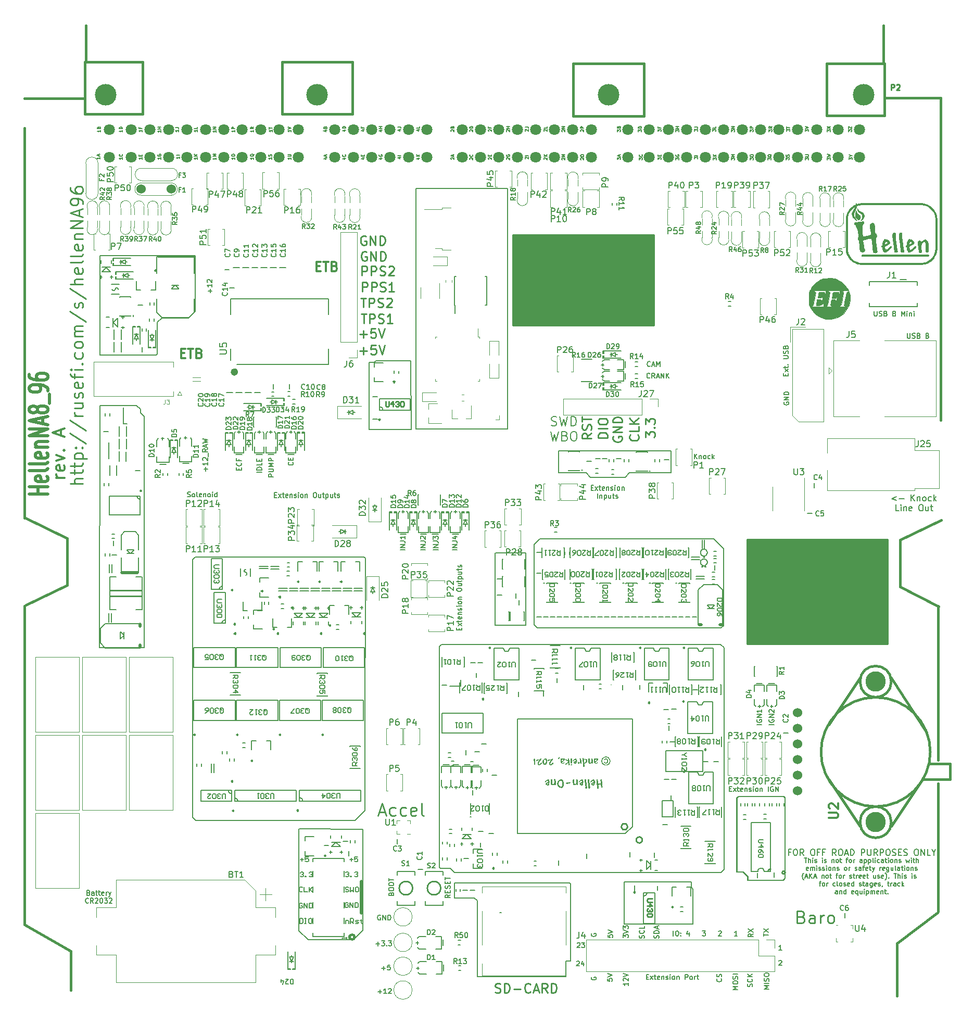
<source format=gto>
G75*
G70*
%OFA0B0*%
%FSLAX25Y25*%
%IPPOS*%
%LPD*%
%AMOC8*
5,1,8,0,0,1.08239X$1,22.5*
%
%ADD10C,0.01969*%
%ADD109C,0.00010*%
%ADD122C,0.00669*%
%ADD136C,0.13780*%
%ADD146C,0.00472*%
%ADD190C,0.00875*%
%ADD199C,0.00787*%
%ADD216C,0.00650*%
%ADD224C,0.01500*%
%ADD23C,0.01200*%
%ADD232C,0.13000*%
%ADD24C,0.02425*%
%ADD249C,0.01000*%
%ADD25C,0.01181*%
%ADD256C,0.00709*%
%ADD261C,0.01968*%
%ADD276C,0.01575*%
%ADD313C,0.00800*%
%ADD322C,0.00500*%
%ADD335C,0.00591*%
%ADD340C,0.00984*%
%ADD352C,0.07087*%
%ADD355C,0.00394*%
%ADD39C,0.00689*%
%ADD46C,0.01476*%
%ADD79C,0.06000*%
%ADD85C,0.00390*%
X0000000Y0000000D02*
%LPD*%
G01*
D224*
X0595129Y0373228D02*
X0595129Y0578761D01*
X0008471Y0579253D02*
X0045916Y0579253D01*
X0035875Y0267618D02*
X0035875Y0297539D01*
X0569046Y0296555D02*
X0569046Y0266634D01*
X0567274Y0038210D02*
X0593258Y0057895D01*
X0595129Y0579745D02*
X0559744Y0579745D01*
X0595424Y0309154D02*
X0569046Y0296555D01*
D340*
X0411447Y0491968D02*
X0321289Y0491968D01*
X0321289Y0491968D02*
X0321289Y0433897D01*
X0321289Y0433897D02*
X0411447Y0433897D01*
X0411447Y0433897D02*
X0411447Y0491968D01*
G36*
X0411447Y0491968D02*
G01*
X0321289Y0491968D01*
X0321289Y0433897D01*
X0411447Y0433897D01*
X0411447Y0491968D01*
G37*
X0561326Y0296970D02*
X0471168Y0296970D01*
X0471168Y0296970D02*
X0471168Y0230041D01*
X0471168Y0230041D02*
X0561326Y0230041D01*
X0561326Y0230041D02*
X0561326Y0296970D01*
G36*
X0561326Y0296970D02*
G01*
X0471168Y0296970D01*
X0471168Y0230041D01*
X0561326Y0230041D01*
X0561326Y0296970D01*
G37*
D224*
X0038196Y0008289D02*
X0038042Y0032698D01*
X0008514Y0310651D02*
X0008514Y0560454D01*
X0569046Y0266634D02*
X0593849Y0254035D01*
X0567329Y0004773D02*
X0567329Y0038407D01*
X0038042Y0033465D02*
X0008514Y0050394D01*
X0035875Y0297539D02*
X0008563Y0310925D01*
X0009497Y0255020D02*
X0035875Y0267618D01*
X0593554Y0155561D02*
X0593554Y0254352D01*
X0008514Y0050415D02*
X0008514Y0254352D01*
X0593554Y0058682D02*
X0593554Y0140600D01*
D122*
X0281156Y0069364D02*
X0279656Y0068314D01*
X0281156Y0067564D02*
X0278006Y0067564D01*
X0278006Y0068764D01*
X0278156Y0069064D01*
X0278306Y0069214D01*
X0278606Y0069364D01*
X0279056Y0069364D01*
X0279356Y0069214D01*
X0279506Y0069064D01*
X0279656Y0068764D01*
X0279656Y0067564D01*
X0279506Y0070714D02*
X0279506Y0071764D01*
X0281156Y0072214D02*
X0281156Y0070714D01*
X0278006Y0070714D01*
X0278006Y0072214D01*
X0281006Y0073413D02*
X0281156Y0073863D01*
X0281156Y0074613D01*
X0281006Y0074913D01*
X0280856Y0075063D01*
X0280556Y0075213D01*
X0280256Y0075213D01*
X0279956Y0075063D01*
X0279806Y0074913D01*
X0279656Y0074613D01*
X0279506Y0074013D01*
X0279356Y0073713D01*
X0279206Y0073563D01*
X0278906Y0073413D01*
X0278606Y0073413D01*
X0278306Y0073563D01*
X0278156Y0073713D01*
X0278006Y0074013D01*
X0278006Y0074763D01*
X0278156Y0075213D01*
X0279506Y0076563D02*
X0279506Y0077613D01*
X0281156Y0078063D02*
X0281156Y0076563D01*
X0278006Y0076563D01*
X0278006Y0078063D01*
X0278006Y0078963D02*
X0278006Y0080762D01*
X0281156Y0079863D02*
X0278006Y0079863D01*
D322*
X0473153Y0558066D02*
X0473153Y0559304D01*
X0473915Y0558637D01*
X0473915Y0558923D01*
X0474010Y0559113D01*
X0474105Y0559208D01*
X0474296Y0559304D01*
X0474772Y0559304D01*
X0474962Y0559208D01*
X0475058Y0559113D01*
X0475153Y0558923D01*
X0475153Y0558351D01*
X0475058Y0558161D01*
X0474962Y0558066D01*
X0475153Y0560161D02*
X0473153Y0560161D01*
X0473153Y0560923D01*
X0473248Y0561113D01*
X0473343Y0561208D01*
X0473534Y0561304D01*
X0473819Y0561304D01*
X0474010Y0561208D01*
X0474105Y0561113D01*
X0474200Y0560923D01*
X0474200Y0560161D01*
D122*
X0237169Y0022434D02*
X0239569Y0022434D01*
X0238369Y0021234D02*
X0238369Y0023634D01*
X0242568Y0024384D02*
X0241069Y0024384D01*
X0240919Y0022884D01*
X0241069Y0023034D01*
X0241369Y0023184D01*
X0242119Y0023184D01*
X0242419Y0023034D01*
X0242568Y0022884D01*
X0242718Y0022584D01*
X0242718Y0021834D01*
X0242568Y0021534D01*
X0242419Y0021384D01*
X0242119Y0021234D01*
X0241369Y0021234D01*
X0241069Y0021384D01*
X0240919Y0021534D01*
D322*
X0414153Y0540161D02*
X0414153Y0541399D01*
X0414915Y0540732D01*
X0414915Y0541018D01*
X0415010Y0541208D01*
X0415105Y0541304D01*
X0415296Y0541399D01*
X0415772Y0541399D01*
X0415962Y0541304D01*
X0416058Y0541208D01*
X0416153Y0541018D01*
X0416153Y0540447D01*
X0416058Y0540256D01*
X0415962Y0540161D01*
X0415105Y0542256D02*
X0415105Y0542923D01*
X0416153Y0543208D02*
X0416153Y0542256D01*
X0414153Y0542256D01*
X0414153Y0543208D01*
X0107318Y0559239D02*
X0107318Y0558096D01*
X0107318Y0558667D02*
X0105318Y0558667D01*
X0105604Y0558477D01*
X0105794Y0558286D01*
X0105890Y0558096D01*
X0105318Y0560667D02*
X0106747Y0560667D01*
X0107032Y0560572D01*
X0107223Y0560382D01*
X0107318Y0560096D01*
X0107318Y0559905D01*
D122*
X0409252Y0407979D02*
X0409102Y0407829D01*
X0408652Y0407679D01*
X0408352Y0407679D01*
X0407902Y0407829D01*
X0407602Y0408129D01*
X0407452Y0408429D01*
X0407302Y0409029D01*
X0407302Y0409479D01*
X0407452Y0410079D01*
X0407602Y0410379D01*
X0407902Y0410679D01*
X0408352Y0410829D01*
X0408652Y0410829D01*
X0409102Y0410679D01*
X0409252Y0410529D01*
X0410452Y0408579D02*
X0411952Y0408579D01*
X0410152Y0407679D02*
X0411202Y0410829D01*
X0412252Y0407679D01*
X0413301Y0407679D02*
X0413301Y0410829D01*
X0414351Y0408579D01*
X0415401Y0410829D01*
X0415401Y0407679D01*
X0475056Y0044372D02*
X0473556Y0043322D01*
X0475056Y0042572D02*
X0471907Y0042572D01*
X0471907Y0043772D01*
X0472057Y0044072D01*
X0472207Y0044222D01*
X0472507Y0044372D01*
X0472957Y0044372D01*
X0473256Y0044222D01*
X0473406Y0044072D01*
X0473556Y0043772D01*
X0473556Y0042572D01*
X0471907Y0045422D02*
X0475056Y0047522D01*
X0471907Y0047522D02*
X0475056Y0045422D01*
D322*
X0179318Y0541453D02*
X0179318Y0540310D01*
X0179318Y0540882D02*
X0177318Y0540882D01*
X0177604Y0540691D01*
X0177794Y0540501D01*
X0177890Y0540310D01*
X0177318Y0542310D02*
X0178937Y0542310D01*
X0179128Y0542405D01*
X0179223Y0542501D01*
X0179318Y0542691D01*
X0179318Y0543072D01*
X0179223Y0543262D01*
X0179128Y0543358D01*
X0178937Y0543453D01*
X0177318Y0543453D01*
D340*
X0227102Y0491064D02*
X0226539Y0491346D01*
X0225696Y0491346D01*
X0224852Y0491064D01*
X0224290Y0490502D01*
X0224008Y0489939D01*
X0223727Y0488815D01*
X0223727Y0487971D01*
X0224008Y0486846D01*
X0224290Y0486284D01*
X0224852Y0485721D01*
X0225696Y0485440D01*
X0226258Y0485440D01*
X0227102Y0485721D01*
X0227383Y0486002D01*
X0227383Y0487971D01*
X0226258Y0487971D01*
X0229914Y0485440D02*
X0229914Y0491346D01*
X0233288Y0485440D01*
X0233288Y0491346D01*
X0236101Y0485440D02*
X0236101Y0491346D01*
X0237507Y0491346D01*
X0238350Y0491064D01*
X0238913Y0490502D01*
X0239194Y0489939D01*
X0239475Y0488815D01*
X0239475Y0487971D01*
X0239194Y0486846D01*
X0238913Y0486284D01*
X0238350Y0485721D01*
X0237507Y0485440D01*
X0236101Y0485440D01*
X0224627Y0465952D02*
X0224627Y0471857D01*
X0226877Y0471857D01*
X0227439Y0471576D01*
X0227720Y0471295D01*
X0228002Y0470733D01*
X0228002Y0469889D01*
X0227720Y0469326D01*
X0227439Y0469045D01*
X0226877Y0468764D01*
X0224627Y0468764D01*
X0230532Y0465952D02*
X0230532Y0471857D01*
X0232782Y0471857D01*
X0233345Y0471576D01*
X0233626Y0471295D01*
X0233907Y0470733D01*
X0233907Y0469889D01*
X0233626Y0469326D01*
X0233345Y0469045D01*
X0232782Y0468764D01*
X0230532Y0468764D01*
X0236157Y0466233D02*
X0237000Y0465952D01*
X0238407Y0465952D01*
X0238969Y0466233D01*
X0239250Y0466514D01*
X0239531Y0467077D01*
X0239531Y0467639D01*
X0239250Y0468202D01*
X0238969Y0468483D01*
X0238407Y0468764D01*
X0237282Y0469045D01*
X0236719Y0469326D01*
X0236438Y0469608D01*
X0236157Y0470170D01*
X0236157Y0470733D01*
X0236438Y0471295D01*
X0236719Y0471576D01*
X0237282Y0471857D01*
X0238688Y0471857D01*
X0239531Y0471576D01*
X0241781Y0471295D02*
X0242062Y0471576D01*
X0242625Y0471857D01*
X0244031Y0471857D01*
X0244593Y0471576D01*
X0244874Y0471295D01*
X0245156Y0470733D01*
X0245156Y0470170D01*
X0244874Y0469326D01*
X0241500Y0465952D01*
X0245156Y0465952D01*
D122*
X0573868Y0428911D02*
X0573868Y0426361D01*
X0574018Y0426062D01*
X0574168Y0425912D01*
X0574468Y0425762D01*
X0575068Y0425762D01*
X0575368Y0425912D01*
X0575517Y0426062D01*
X0575667Y0426361D01*
X0575667Y0428911D01*
X0577017Y0425912D02*
X0577467Y0425762D01*
X0578217Y0425762D01*
X0578517Y0425912D01*
X0578667Y0426062D01*
X0578817Y0426361D01*
X0578817Y0426661D01*
X0578667Y0426961D01*
X0578517Y0427111D01*
X0578217Y0427261D01*
X0577617Y0427411D01*
X0577317Y0427561D01*
X0577167Y0427711D01*
X0577017Y0428011D01*
X0577017Y0428311D01*
X0577167Y0428611D01*
X0577317Y0428761D01*
X0577617Y0428911D01*
X0578367Y0428911D01*
X0578817Y0428761D01*
X0581217Y0427411D02*
X0581667Y0427261D01*
X0581817Y0427111D01*
X0581967Y0426811D01*
X0581967Y0426361D01*
X0581817Y0426062D01*
X0581667Y0425912D01*
X0581367Y0425762D01*
X0580167Y0425762D01*
X0580167Y0428911D01*
X0581217Y0428911D01*
X0581517Y0428761D01*
X0581667Y0428611D01*
X0581817Y0428311D01*
X0581817Y0428011D01*
X0581667Y0427711D01*
X0581517Y0427561D01*
X0581217Y0427411D01*
X0580167Y0427411D01*
X0586766Y0427411D02*
X0587216Y0427261D01*
X0587366Y0427111D01*
X0587516Y0426811D01*
X0587516Y0426361D01*
X0587366Y0426062D01*
X0587216Y0425912D01*
X0586916Y0425762D01*
X0585716Y0425762D01*
X0585716Y0428911D01*
X0586766Y0428911D01*
X0587066Y0428761D01*
X0587216Y0428611D01*
X0587366Y0428311D01*
X0587366Y0428011D01*
X0587216Y0427711D01*
X0587066Y0427561D01*
X0586766Y0427411D01*
X0585716Y0427411D01*
D322*
X0167318Y0559239D02*
X0167318Y0558096D01*
X0167318Y0558667D02*
X0165318Y0558667D01*
X0165604Y0558477D01*
X0165794Y0558286D01*
X0165890Y0558096D01*
X0165318Y0559810D02*
X0165318Y0560953D01*
X0167318Y0560382D02*
X0165318Y0560382D01*
X0536153Y0558113D02*
X0536153Y0559351D01*
X0536915Y0558685D01*
X0536915Y0558970D01*
X0537010Y0559161D01*
X0537105Y0559256D01*
X0537296Y0559351D01*
X0537772Y0559351D01*
X0537962Y0559256D01*
X0538058Y0559161D01*
X0538153Y0558970D01*
X0538153Y0558399D01*
X0538058Y0558208D01*
X0537962Y0558113D01*
X0536153Y0560018D02*
X0536153Y0561351D01*
X0538153Y0560018D01*
X0538153Y0561351D01*
D25*
X0034271Y0336389D02*
X0029021Y0336389D01*
X0030521Y0336389D02*
X0029771Y0336764D01*
X0029396Y0337139D01*
X0029021Y0337889D01*
X0029021Y0338639D01*
X0033896Y0344263D02*
X0034271Y0343513D01*
X0034271Y0342014D01*
X0033896Y0341264D01*
X0033146Y0340889D01*
X0030146Y0340889D01*
X0029396Y0341264D01*
X0029021Y0342014D01*
X0029021Y0343513D01*
X0029396Y0344263D01*
X0030146Y0344638D01*
X0030896Y0344638D01*
X0031646Y0340889D01*
X0029021Y0347263D02*
X0034271Y0349138D01*
X0029021Y0351012D01*
X0033521Y0354012D02*
X0033896Y0354387D01*
X0034271Y0354012D01*
X0033896Y0353637D01*
X0033521Y0354012D01*
X0034271Y0354012D01*
X0032021Y0363386D02*
X0032021Y0367135D01*
X0034271Y0362636D02*
X0026397Y0365261D01*
X0034271Y0367885D01*
D122*
X0481749Y0042910D02*
X0481749Y0044710D01*
X0484899Y0043810D02*
X0481749Y0043810D01*
X0481749Y0045459D02*
X0484899Y0047559D01*
X0481749Y0047559D02*
X0484899Y0045459D01*
D46*
X0195409Y0471900D02*
X0197377Y0471900D01*
X0198221Y0468806D02*
X0195409Y0468806D01*
X0195409Y0474712D01*
X0198221Y0474712D01*
X0199908Y0474712D02*
X0203283Y0474712D01*
X0201595Y0468806D02*
X0201595Y0474712D01*
X0207220Y0471900D02*
X0208063Y0471618D01*
X0208345Y0471337D01*
X0208626Y0470775D01*
X0208626Y0469931D01*
X0208345Y0469369D01*
X0208063Y0469087D01*
X0207501Y0468806D01*
X0205251Y0468806D01*
X0205251Y0474712D01*
X0207220Y0474712D01*
X0207782Y0474430D01*
X0208063Y0474149D01*
X0208345Y0473587D01*
X0208345Y0473024D01*
X0208063Y0472462D01*
X0207782Y0472181D01*
X0207220Y0471900D01*
X0205251Y0471900D01*
D122*
X0485292Y0009108D02*
X0482143Y0009108D01*
X0484393Y0010158D01*
X0482143Y0011208D01*
X0485292Y0011208D01*
X0485292Y0012707D02*
X0482143Y0012707D01*
X0485142Y0014057D02*
X0485292Y0014507D01*
X0485292Y0015257D01*
X0485142Y0015557D01*
X0484992Y0015707D01*
X0484693Y0015857D01*
X0484393Y0015857D01*
X0484093Y0015707D01*
X0483943Y0015557D01*
X0483793Y0015257D01*
X0483643Y0014657D01*
X0483493Y0014357D01*
X0483343Y0014207D01*
X0483043Y0014057D01*
X0482743Y0014057D01*
X0482443Y0014207D01*
X0482293Y0014357D01*
X0482143Y0014657D01*
X0482143Y0015407D01*
X0482293Y0015857D01*
X0482143Y0017807D02*
X0482143Y0018407D01*
X0482293Y0018707D01*
X0482593Y0019007D01*
X0483193Y0019157D01*
X0484243Y0019157D01*
X0484843Y0019007D01*
X0485142Y0018707D01*
X0485292Y0018407D01*
X0485292Y0017807D01*
X0485142Y0017507D01*
X0484843Y0017207D01*
X0484243Y0017057D01*
X0483193Y0017057D01*
X0482593Y0017207D01*
X0482293Y0017507D01*
X0482143Y0017807D01*
X0285686Y0290210D02*
X0282537Y0290210D01*
X0285686Y0291710D02*
X0282537Y0291710D01*
X0285686Y0293510D01*
X0282537Y0293510D01*
X0282537Y0295909D02*
X0284786Y0295909D01*
X0285236Y0295759D01*
X0285536Y0295459D01*
X0285686Y0295010D01*
X0285686Y0294710D01*
X0283586Y0298759D02*
X0285686Y0298759D01*
X0282387Y0298009D02*
X0284636Y0297259D01*
X0284636Y0299209D01*
D340*
X0309941Y0007080D02*
X0310784Y0006798D01*
X0312190Y0006798D01*
X0312753Y0007080D01*
X0313034Y0007361D01*
X0313315Y0007923D01*
X0313315Y0008486D01*
X0313034Y0009048D01*
X0312753Y0009329D01*
X0312190Y0009610D01*
X0311065Y0009892D01*
X0310503Y0010173D01*
X0310222Y0010454D01*
X0309941Y0011017D01*
X0309941Y0011579D01*
X0310222Y0012141D01*
X0310503Y0012423D01*
X0311065Y0012704D01*
X0312471Y0012704D01*
X0313315Y0012423D01*
X0315846Y0006798D02*
X0315846Y0012704D01*
X0317252Y0012704D01*
X0318096Y0012423D01*
X0318658Y0011860D01*
X0318939Y0011298D01*
X0319221Y0010173D01*
X0319221Y0009329D01*
X0318939Y0008204D01*
X0318658Y0007642D01*
X0318096Y0007080D01*
X0317252Y0006798D01*
X0315846Y0006798D01*
X0321752Y0009048D02*
X0326251Y0009048D01*
X0332438Y0007361D02*
X0332157Y0007080D01*
X0331313Y0006798D01*
X0330750Y0006798D01*
X0329907Y0007080D01*
X0329344Y0007642D01*
X0329063Y0008204D01*
X0328782Y0009329D01*
X0328782Y0010173D01*
X0329063Y0011298D01*
X0329344Y0011860D01*
X0329907Y0012423D01*
X0330750Y0012704D01*
X0331313Y0012704D01*
X0332157Y0012423D01*
X0332438Y0012141D01*
X0334687Y0008486D02*
X0337500Y0008486D01*
X0334125Y0006798D02*
X0336094Y0012704D01*
X0338062Y0006798D01*
X0343405Y0006798D02*
X0341437Y0009610D01*
X0340031Y0006798D02*
X0340031Y0012704D01*
X0342280Y0012704D01*
X0342843Y0012423D01*
X0343124Y0012141D01*
X0343405Y0011579D01*
X0343405Y0010735D01*
X0343124Y0010173D01*
X0342843Y0009892D01*
X0342280Y0009610D01*
X0340031Y0009610D01*
X0345936Y0006798D02*
X0345936Y0012704D01*
X0347342Y0012704D01*
X0348186Y0012423D01*
X0348748Y0011860D01*
X0349029Y0011298D01*
X0349311Y0010173D01*
X0349311Y0009329D01*
X0349029Y0008204D01*
X0348748Y0007642D01*
X0348186Y0007080D01*
X0347342Y0006798D01*
X0345936Y0006798D01*
D322*
X0388153Y0540208D02*
X0388153Y0541447D01*
X0388915Y0540780D01*
X0388915Y0541066D01*
X0389010Y0541256D01*
X0389105Y0541351D01*
X0389296Y0541447D01*
X0389772Y0541447D01*
X0389962Y0541351D01*
X0390058Y0541256D01*
X0390153Y0541066D01*
X0390153Y0540494D01*
X0390058Y0540304D01*
X0389962Y0540208D01*
X0389581Y0542208D02*
X0389581Y0543161D01*
X0390153Y0542018D02*
X0388153Y0542685D01*
X0390153Y0543351D01*
X0414153Y0558208D02*
X0414153Y0559447D01*
X0414915Y0558780D01*
X0414915Y0559066D01*
X0415010Y0559256D01*
X0415105Y0559351D01*
X0415296Y0559447D01*
X0415772Y0559447D01*
X0415962Y0559351D01*
X0416058Y0559256D01*
X0416153Y0559066D01*
X0416153Y0558494D01*
X0416058Y0558304D01*
X0415962Y0558208D01*
X0415105Y0560970D02*
X0415105Y0560304D01*
X0416153Y0560304D02*
X0414153Y0560304D01*
X0414153Y0561256D01*
X0484653Y0540018D02*
X0484653Y0541256D01*
X0485415Y0540589D01*
X0485415Y0540875D01*
X0485510Y0541066D01*
X0485605Y0541161D01*
X0485796Y0541256D01*
X0486272Y0541256D01*
X0486462Y0541161D01*
X0486558Y0541066D01*
X0486653Y0540875D01*
X0486653Y0540304D01*
X0486558Y0540113D01*
X0486462Y0540018D01*
X0486843Y0543447D02*
X0486748Y0543256D01*
X0486558Y0543066D01*
X0486272Y0542780D01*
X0486177Y0542589D01*
X0486177Y0542399D01*
X0486653Y0542494D02*
X0486558Y0542304D01*
X0486367Y0542113D01*
X0485986Y0542018D01*
X0485319Y0542018D01*
X0484939Y0542113D01*
X0484748Y0542304D01*
X0484653Y0542494D01*
X0484653Y0542875D01*
X0484748Y0543066D01*
X0484939Y0543256D01*
X0485319Y0543351D01*
X0485986Y0543351D01*
X0486367Y0543256D01*
X0486558Y0543066D01*
X0486653Y0542875D01*
X0486653Y0542494D01*
X0449653Y0540066D02*
X0449653Y0541304D01*
X0450415Y0540637D01*
X0450415Y0540923D01*
X0450510Y0541113D01*
X0450605Y0541208D01*
X0450796Y0541304D01*
X0451272Y0541304D01*
X0451462Y0541208D01*
X0451558Y0541113D01*
X0451653Y0540923D01*
X0451653Y0540351D01*
X0451558Y0540161D01*
X0451462Y0540066D01*
X0451653Y0542161D02*
X0449653Y0542161D01*
X0451653Y0543304D02*
X0450510Y0542447D01*
X0449653Y0543304D02*
X0450796Y0542161D01*
D335*
X0566990Y0324190D02*
X0563990Y0323065D01*
X0566990Y0321940D01*
X0568490Y0322878D02*
X0571864Y0322878D01*
X0576364Y0321565D02*
X0576364Y0325502D01*
X0578614Y0321565D02*
X0576926Y0323815D01*
X0578614Y0325502D02*
X0576364Y0323253D01*
X0580301Y0324190D02*
X0580301Y0321565D01*
X0580301Y0323815D02*
X0580488Y0324003D01*
X0580863Y0324190D01*
X0581426Y0324190D01*
X0581801Y0324003D01*
X0581988Y0323628D01*
X0581988Y0321565D01*
X0584425Y0321565D02*
X0584050Y0321753D01*
X0583863Y0321940D01*
X0583675Y0322315D01*
X0583675Y0323440D01*
X0583863Y0323815D01*
X0584050Y0324003D01*
X0584425Y0324190D01*
X0584988Y0324190D01*
X0585363Y0324003D01*
X0585550Y0323815D01*
X0585738Y0323440D01*
X0585738Y0322315D01*
X0585550Y0321940D01*
X0585363Y0321753D01*
X0584988Y0321565D01*
X0584425Y0321565D01*
X0589112Y0321753D02*
X0588737Y0321565D01*
X0587987Y0321565D01*
X0587612Y0321753D01*
X0587425Y0321940D01*
X0587238Y0322315D01*
X0587238Y0323440D01*
X0587425Y0323815D01*
X0587612Y0324003D01*
X0587987Y0324190D01*
X0588737Y0324190D01*
X0589112Y0324003D01*
X0590800Y0321565D02*
X0590800Y0325502D01*
X0591175Y0323065D02*
X0592299Y0321565D01*
X0592299Y0324190D02*
X0590800Y0322690D01*
X0568396Y0315227D02*
X0566521Y0315227D01*
X0566521Y0319164D01*
X0569708Y0315227D02*
X0569708Y0317852D01*
X0569708Y0319164D02*
X0569521Y0318976D01*
X0569708Y0318789D01*
X0569896Y0318976D01*
X0569708Y0319164D01*
X0569708Y0318789D01*
X0571583Y0317852D02*
X0571583Y0315227D01*
X0571583Y0317477D02*
X0571771Y0317664D01*
X0572146Y0317852D01*
X0572708Y0317852D01*
X0573083Y0317664D01*
X0573271Y0317289D01*
X0573271Y0315227D01*
X0576645Y0315414D02*
X0576270Y0315227D01*
X0575520Y0315227D01*
X0575145Y0315414D01*
X0574958Y0315789D01*
X0574958Y0317289D01*
X0575145Y0317664D01*
X0575520Y0317852D01*
X0576270Y0317852D01*
X0576645Y0317664D01*
X0576833Y0317289D01*
X0576833Y0316914D01*
X0574958Y0316539D01*
X0582269Y0319164D02*
X0583019Y0319164D01*
X0583394Y0318976D01*
X0583769Y0318601D01*
X0583957Y0317852D01*
X0583957Y0316539D01*
X0583769Y0315789D01*
X0583394Y0315414D01*
X0583019Y0315227D01*
X0582269Y0315227D01*
X0581894Y0315414D01*
X0581519Y0315789D01*
X0581332Y0316539D01*
X0581332Y0317852D01*
X0581519Y0318601D01*
X0581894Y0318976D01*
X0582269Y0319164D01*
X0587331Y0317852D02*
X0587331Y0315227D01*
X0585644Y0317852D02*
X0585644Y0315789D01*
X0585831Y0315414D01*
X0586206Y0315227D01*
X0586769Y0315227D01*
X0587144Y0315414D01*
X0587331Y0315602D01*
X0588644Y0317852D02*
X0590143Y0317852D01*
X0589206Y0319164D02*
X0589206Y0315789D01*
X0589394Y0315414D01*
X0589768Y0315227D01*
X0590143Y0315227D01*
D122*
X0168679Y0325443D02*
X0169729Y0325443D01*
X0170179Y0323793D02*
X0168679Y0323793D01*
X0168679Y0326943D01*
X0170179Y0326943D01*
X0171229Y0323793D02*
X0172879Y0325893D01*
X0171229Y0325893D02*
X0172879Y0323793D01*
X0173629Y0325893D02*
X0174829Y0325893D01*
X0174079Y0326943D02*
X0174079Y0324243D01*
X0174229Y0323943D01*
X0174529Y0323793D01*
X0174829Y0323793D01*
X0177078Y0323943D02*
X0176778Y0323793D01*
X0176178Y0323793D01*
X0175878Y0323943D01*
X0175728Y0324243D01*
X0175728Y0325443D01*
X0175878Y0325743D01*
X0176178Y0325893D01*
X0176778Y0325893D01*
X0177078Y0325743D01*
X0177228Y0325443D01*
X0177228Y0325143D01*
X0175728Y0324843D01*
X0178578Y0325893D02*
X0178578Y0323793D01*
X0178578Y0325593D02*
X0178728Y0325743D01*
X0179028Y0325893D01*
X0179478Y0325893D01*
X0179778Y0325743D01*
X0179928Y0325443D01*
X0179928Y0323793D01*
X0181278Y0323943D02*
X0181578Y0323793D01*
X0182178Y0323793D01*
X0182478Y0323943D01*
X0182628Y0324243D01*
X0182628Y0324393D01*
X0182478Y0324693D01*
X0182178Y0324843D01*
X0181728Y0324843D01*
X0181428Y0324993D01*
X0181278Y0325293D01*
X0181278Y0325443D01*
X0181428Y0325743D01*
X0181728Y0325893D01*
X0182178Y0325893D01*
X0182478Y0325743D01*
X0183977Y0323793D02*
X0183977Y0325893D01*
X0183977Y0326943D02*
X0183827Y0326793D01*
X0183977Y0326643D01*
X0184127Y0326793D01*
X0183977Y0326943D01*
X0183977Y0326643D01*
X0185927Y0323793D02*
X0185627Y0323943D01*
X0185477Y0324093D01*
X0185327Y0324393D01*
X0185327Y0325293D01*
X0185477Y0325593D01*
X0185627Y0325743D01*
X0185927Y0325893D01*
X0186377Y0325893D01*
X0186677Y0325743D01*
X0186827Y0325593D01*
X0186977Y0325293D01*
X0186977Y0324393D01*
X0186827Y0324093D01*
X0186677Y0323943D01*
X0186377Y0323793D01*
X0185927Y0323793D01*
X0188327Y0325893D02*
X0188327Y0323793D01*
X0188327Y0325593D02*
X0188477Y0325743D01*
X0188777Y0325893D01*
X0189227Y0325893D01*
X0189527Y0325743D01*
X0189677Y0325443D01*
X0189677Y0323793D01*
X0194176Y0326943D02*
X0194776Y0326943D01*
X0195076Y0326793D01*
X0195376Y0326493D01*
X0195526Y0325893D01*
X0195526Y0324843D01*
X0195376Y0324243D01*
X0195076Y0323943D01*
X0194776Y0323793D01*
X0194176Y0323793D01*
X0193876Y0323943D01*
X0193576Y0324243D01*
X0193426Y0324843D01*
X0193426Y0325893D01*
X0193576Y0326493D01*
X0193876Y0326793D01*
X0194176Y0326943D01*
X0198226Y0325893D02*
X0198226Y0323793D01*
X0196876Y0325893D02*
X0196876Y0324243D01*
X0197026Y0323943D01*
X0197326Y0323793D01*
X0197776Y0323793D01*
X0198076Y0323943D01*
X0198226Y0324093D01*
X0199275Y0325893D02*
X0200475Y0325893D01*
X0199725Y0326943D02*
X0199725Y0324243D01*
X0199875Y0323943D01*
X0200175Y0323793D01*
X0200475Y0323793D01*
X0201525Y0325893D02*
X0201525Y0322743D01*
X0201525Y0325743D02*
X0201825Y0325893D01*
X0202425Y0325893D01*
X0202725Y0325743D01*
X0202875Y0325593D01*
X0203025Y0325293D01*
X0203025Y0324393D01*
X0202875Y0324093D01*
X0202725Y0323943D01*
X0202425Y0323793D01*
X0201825Y0323793D01*
X0201525Y0323943D01*
X0205725Y0325893D02*
X0205725Y0323793D01*
X0204375Y0325893D02*
X0204375Y0324243D01*
X0204525Y0323943D01*
X0204825Y0323793D01*
X0205275Y0323793D01*
X0205575Y0323943D01*
X0205725Y0324093D01*
X0206775Y0325893D02*
X0207974Y0325893D01*
X0207224Y0326943D02*
X0207224Y0324243D01*
X0207374Y0323943D01*
X0207674Y0323793D01*
X0207974Y0323793D01*
X0208874Y0323943D02*
X0209174Y0323793D01*
X0209774Y0323793D01*
X0210074Y0323943D01*
X0210224Y0324243D01*
X0210224Y0324393D01*
X0210074Y0324693D01*
X0209774Y0324843D01*
X0209324Y0324843D01*
X0209024Y0324993D01*
X0208874Y0325293D01*
X0208874Y0325443D01*
X0209024Y0325743D01*
X0209324Y0325893D01*
X0209774Y0325893D01*
X0210074Y0325743D01*
D322*
X0305843Y0558304D02*
X0305748Y0558399D01*
X0305653Y0558589D01*
X0305653Y0559066D01*
X0305748Y0559256D01*
X0305843Y0559351D01*
X0306034Y0559447D01*
X0306224Y0559447D01*
X0306510Y0559351D01*
X0307653Y0558208D01*
X0307653Y0559447D01*
X0306605Y0560970D02*
X0306605Y0560304D01*
X0307653Y0560304D02*
X0305653Y0560304D01*
X0305653Y0561256D01*
D122*
X0286790Y0238969D02*
X0286790Y0240019D01*
X0288439Y0240469D02*
X0288439Y0238969D01*
X0285290Y0238969D01*
X0285290Y0240469D01*
X0288439Y0241519D02*
X0286340Y0243169D01*
X0286340Y0241519D02*
X0288439Y0243169D01*
X0286340Y0243919D02*
X0286340Y0245119D01*
X0285290Y0244369D02*
X0287989Y0244369D01*
X0288289Y0244519D01*
X0288439Y0244819D01*
X0288439Y0245119D01*
X0288289Y0247368D02*
X0288439Y0247068D01*
X0288439Y0246468D01*
X0288289Y0246168D01*
X0287989Y0246018D01*
X0286790Y0246018D01*
X0286490Y0246168D01*
X0286340Y0246468D01*
X0286340Y0247068D01*
X0286490Y0247368D01*
X0286790Y0247518D01*
X0287089Y0247518D01*
X0287389Y0246018D01*
X0286340Y0248868D02*
X0288439Y0248868D01*
X0286640Y0248868D02*
X0286490Y0249018D01*
X0286340Y0249318D01*
X0286340Y0249768D01*
X0286490Y0250068D01*
X0286790Y0250218D01*
X0288439Y0250218D01*
X0288289Y0251568D02*
X0288439Y0251868D01*
X0288439Y0252468D01*
X0288289Y0252768D01*
X0287989Y0252918D01*
X0287839Y0252918D01*
X0287539Y0252768D01*
X0287389Y0252468D01*
X0287389Y0252018D01*
X0287239Y0251718D01*
X0286939Y0251568D01*
X0286790Y0251568D01*
X0286490Y0251718D01*
X0286340Y0252018D01*
X0286340Y0252468D01*
X0286490Y0252768D01*
X0288439Y0254267D02*
X0286340Y0254267D01*
X0285290Y0254267D02*
X0285440Y0254117D01*
X0285590Y0254267D01*
X0285440Y0254417D01*
X0285290Y0254267D01*
X0285590Y0254267D01*
X0288439Y0256217D02*
X0288289Y0255917D01*
X0288139Y0255767D01*
X0287839Y0255617D01*
X0286939Y0255617D01*
X0286640Y0255767D01*
X0286490Y0255917D01*
X0286340Y0256217D01*
X0286340Y0256667D01*
X0286490Y0256967D01*
X0286640Y0257117D01*
X0286939Y0257267D01*
X0287839Y0257267D01*
X0288139Y0257117D01*
X0288289Y0256967D01*
X0288439Y0256667D01*
X0288439Y0256217D01*
X0286340Y0258617D02*
X0288439Y0258617D01*
X0286640Y0258617D02*
X0286490Y0258767D01*
X0286340Y0259067D01*
X0286340Y0259517D01*
X0286490Y0259817D01*
X0286790Y0259967D01*
X0288439Y0259967D01*
X0285290Y0264466D02*
X0285290Y0265066D01*
X0285440Y0265366D01*
X0285740Y0265666D01*
X0286340Y0265816D01*
X0287389Y0265816D01*
X0287989Y0265666D01*
X0288289Y0265366D01*
X0288439Y0265066D01*
X0288439Y0264466D01*
X0288289Y0264166D01*
X0287989Y0263866D01*
X0287389Y0263716D01*
X0286340Y0263716D01*
X0285740Y0263866D01*
X0285440Y0264166D01*
X0285290Y0264466D01*
X0286340Y0268516D02*
X0288439Y0268516D01*
X0286340Y0267166D02*
X0287989Y0267166D01*
X0288289Y0267316D01*
X0288439Y0267616D01*
X0288439Y0268066D01*
X0288289Y0268366D01*
X0288139Y0268516D01*
X0286340Y0269565D02*
X0286340Y0270765D01*
X0285290Y0270015D02*
X0287989Y0270015D01*
X0288289Y0270165D01*
X0288439Y0270465D01*
X0288439Y0270765D01*
X0286340Y0271815D02*
X0289489Y0271815D01*
X0286490Y0271815D02*
X0286340Y0272115D01*
X0286340Y0272715D01*
X0286490Y0273015D01*
X0286640Y0273165D01*
X0286939Y0273315D01*
X0287839Y0273315D01*
X0288139Y0273165D01*
X0288289Y0273015D01*
X0288439Y0272715D01*
X0288439Y0272115D01*
X0288289Y0271815D01*
X0286340Y0276015D02*
X0288439Y0276015D01*
X0286340Y0274665D02*
X0287989Y0274665D01*
X0288289Y0274815D01*
X0288439Y0275115D01*
X0288439Y0275565D01*
X0288289Y0275865D01*
X0288139Y0276015D01*
X0286340Y0277065D02*
X0286340Y0278264D01*
X0285290Y0277514D02*
X0287989Y0277514D01*
X0288289Y0277664D01*
X0288439Y0277964D01*
X0288439Y0278264D01*
X0288289Y0279164D02*
X0288439Y0279464D01*
X0288439Y0280064D01*
X0288289Y0280364D01*
X0287989Y0280514D01*
X0287839Y0280514D01*
X0287539Y0280364D01*
X0287389Y0280064D01*
X0287389Y0279614D01*
X0287239Y0279314D01*
X0286939Y0279164D01*
X0286790Y0279164D01*
X0286490Y0279314D01*
X0286340Y0279614D01*
X0286340Y0280064D01*
X0286490Y0280364D01*
X0454678Y0015632D02*
X0454828Y0015482D01*
X0454977Y0015032D01*
X0454977Y0014732D01*
X0454828Y0014282D01*
X0454528Y0013982D01*
X0454228Y0013832D01*
X0453628Y0013682D01*
X0453178Y0013682D01*
X0452578Y0013832D01*
X0452278Y0013982D01*
X0451978Y0014282D01*
X0451828Y0014732D01*
X0451828Y0015032D01*
X0451978Y0015482D01*
X0452128Y0015632D01*
X0454828Y0016832D02*
X0454977Y0017282D01*
X0454977Y0018032D01*
X0454828Y0018332D01*
X0454678Y0018482D01*
X0454378Y0018632D01*
X0454078Y0018632D01*
X0453778Y0018482D01*
X0453628Y0018332D01*
X0453478Y0018032D01*
X0453328Y0017432D01*
X0453178Y0017132D01*
X0453028Y0016982D01*
X0452728Y0016832D01*
X0452428Y0016832D01*
X0452128Y0016982D01*
X0451978Y0017132D01*
X0451828Y0017432D01*
X0451828Y0018182D01*
X0451978Y0018632D01*
X0437408Y0348596D02*
X0437408Y0351746D01*
X0439208Y0348596D02*
X0437858Y0350396D01*
X0439208Y0351746D02*
X0437408Y0349946D01*
X0440558Y0350696D02*
X0440558Y0348596D01*
X0440558Y0350396D02*
X0440708Y0350546D01*
X0441008Y0350696D01*
X0441458Y0350696D01*
X0441758Y0350546D01*
X0441908Y0350246D01*
X0441908Y0348596D01*
X0443857Y0348596D02*
X0443557Y0348746D01*
X0443407Y0348896D01*
X0443257Y0349196D01*
X0443257Y0350096D01*
X0443407Y0350396D01*
X0443557Y0350546D01*
X0443857Y0350696D01*
X0444307Y0350696D01*
X0444607Y0350546D01*
X0444757Y0350396D01*
X0444907Y0350096D01*
X0444907Y0349196D01*
X0444757Y0348896D01*
X0444607Y0348746D01*
X0444307Y0348596D01*
X0443857Y0348596D01*
X0447607Y0348746D02*
X0447307Y0348596D01*
X0446707Y0348596D01*
X0446407Y0348746D01*
X0446257Y0348896D01*
X0446107Y0349196D01*
X0446107Y0350096D01*
X0446257Y0350396D01*
X0446407Y0350546D01*
X0446707Y0350696D01*
X0447307Y0350696D01*
X0447607Y0350546D01*
X0448957Y0348596D02*
X0448957Y0351746D01*
X0449257Y0349796D02*
X0450157Y0348596D01*
X0450157Y0350696D02*
X0448957Y0349496D01*
X0160489Y0339869D02*
X0157340Y0339869D01*
X0160489Y0341369D02*
X0157340Y0341369D01*
X0157340Y0342119D01*
X0157490Y0342569D01*
X0157790Y0342868D01*
X0158090Y0343018D01*
X0158690Y0343168D01*
X0159139Y0343168D01*
X0159739Y0343018D01*
X0160039Y0342868D01*
X0160339Y0342569D01*
X0160489Y0342119D01*
X0160489Y0341369D01*
X0160489Y0346018D02*
X0160489Y0344518D01*
X0157340Y0344518D01*
X0158840Y0347068D02*
X0158840Y0348118D01*
X0160489Y0348568D02*
X0160489Y0347068D01*
X0157340Y0347068D01*
X0157340Y0348568D01*
D322*
X0496653Y0558304D02*
X0496653Y0559542D01*
X0497415Y0558875D01*
X0497415Y0559161D01*
X0497510Y0559351D01*
X0497605Y0559447D01*
X0497796Y0559542D01*
X0498272Y0559542D01*
X0498462Y0559447D01*
X0498558Y0559351D01*
X0498653Y0559161D01*
X0498653Y0558589D01*
X0498558Y0558399D01*
X0498462Y0558304D01*
X0496653Y0560113D02*
X0496653Y0561256D01*
X0498653Y0560685D02*
X0496653Y0560685D01*
X0260300Y0559304D02*
X0261633Y0559304D01*
X0259538Y0558828D02*
X0260966Y0558351D01*
X0260966Y0559589D01*
X0261633Y0561304D02*
X0261633Y0560351D01*
X0259633Y0560351D01*
X0119318Y0559191D02*
X0119318Y0558048D01*
X0119318Y0558620D02*
X0117318Y0558620D01*
X0117604Y0558429D01*
X0117794Y0558239D01*
X0117890Y0558048D01*
X0119318Y0561001D02*
X0119318Y0560048D01*
X0117318Y0560048D01*
D122*
X0252222Y0290210D02*
X0249072Y0290210D01*
X0252222Y0291710D02*
X0249072Y0291710D01*
X0252222Y0293510D01*
X0249072Y0293510D01*
X0249072Y0295909D02*
X0251322Y0295909D01*
X0251772Y0295759D01*
X0252072Y0295459D01*
X0252222Y0295010D01*
X0252222Y0294710D01*
X0252222Y0299059D02*
X0252222Y0297259D01*
X0252222Y0298159D02*
X0249072Y0298159D01*
X0249522Y0297859D01*
X0249822Y0297559D01*
X0249972Y0297259D01*
X0273481Y0290210D02*
X0270332Y0290210D01*
X0273481Y0291710D02*
X0270332Y0291710D01*
X0273481Y0293510D01*
X0270332Y0293510D01*
X0270332Y0295909D02*
X0272582Y0295909D01*
X0273031Y0295759D01*
X0273331Y0295459D01*
X0273481Y0295010D01*
X0273481Y0294710D01*
X0270332Y0297109D02*
X0270332Y0299059D01*
X0271532Y0298009D01*
X0271532Y0298459D01*
X0271682Y0298759D01*
X0271832Y0298909D01*
X0272132Y0299059D01*
X0272882Y0299059D01*
X0273181Y0298909D01*
X0273331Y0298759D01*
X0273481Y0298459D01*
X0273481Y0297559D01*
X0273331Y0297259D01*
X0273181Y0297109D01*
X0493395Y0034057D02*
X0491596Y0034057D01*
X0492495Y0034057D02*
X0492495Y0037207D01*
X0492195Y0036757D01*
X0491895Y0036457D01*
X0491596Y0036307D01*
D322*
X0437653Y0558304D02*
X0437653Y0559542D01*
X0438415Y0558875D01*
X0438415Y0559161D01*
X0438510Y0559351D01*
X0438605Y0559447D01*
X0438796Y0559542D01*
X0439272Y0559542D01*
X0439462Y0559447D01*
X0439558Y0559351D01*
X0439653Y0559161D01*
X0439653Y0558589D01*
X0439558Y0558399D01*
X0439462Y0558304D01*
X0437653Y0560970D02*
X0439081Y0560970D01*
X0439367Y0560875D01*
X0439558Y0560685D01*
X0439653Y0560399D01*
X0439653Y0560208D01*
D122*
X0049585Y0070793D02*
X0050035Y0070643D01*
X0050185Y0070493D01*
X0050335Y0070193D01*
X0050335Y0069743D01*
X0050185Y0069443D01*
X0050035Y0069293D01*
X0049735Y0069143D01*
X0048535Y0069143D01*
X0048535Y0072293D01*
X0049585Y0072293D01*
X0049885Y0072143D01*
X0050035Y0071993D01*
X0050185Y0071693D01*
X0050185Y0071393D01*
X0050035Y0071093D01*
X0049885Y0070943D01*
X0049585Y0070793D01*
X0048535Y0070793D01*
X0053034Y0069143D02*
X0053034Y0070793D01*
X0052884Y0071093D01*
X0052584Y0071243D01*
X0051984Y0071243D01*
X0051685Y0071093D01*
X0053034Y0069293D02*
X0052734Y0069143D01*
X0051984Y0069143D01*
X0051685Y0069293D01*
X0051535Y0069593D01*
X0051535Y0069893D01*
X0051685Y0070193D01*
X0051984Y0070343D01*
X0052734Y0070343D01*
X0053034Y0070493D01*
X0054084Y0071243D02*
X0055284Y0071243D01*
X0054534Y0072293D02*
X0054534Y0069593D01*
X0054684Y0069293D01*
X0054984Y0069143D01*
X0055284Y0069143D01*
X0055884Y0071243D02*
X0057084Y0071243D01*
X0056334Y0072293D02*
X0056334Y0069593D01*
X0056484Y0069293D01*
X0056784Y0069143D01*
X0057084Y0069143D01*
X0059334Y0069293D02*
X0059034Y0069143D01*
X0058434Y0069143D01*
X0058134Y0069293D01*
X0057984Y0069593D01*
X0057984Y0070793D01*
X0058134Y0071093D01*
X0058434Y0071243D01*
X0059034Y0071243D01*
X0059334Y0071093D01*
X0059484Y0070793D01*
X0059484Y0070493D01*
X0057984Y0070193D01*
X0060833Y0069143D02*
X0060833Y0071243D01*
X0060833Y0070643D02*
X0060983Y0070943D01*
X0061133Y0071093D01*
X0061433Y0071243D01*
X0061733Y0071243D01*
X0062483Y0071243D02*
X0063233Y0069143D01*
X0063983Y0071243D02*
X0063233Y0069143D01*
X0062933Y0068394D01*
X0062783Y0068244D01*
X0062483Y0068094D01*
X0049510Y0064373D02*
X0049360Y0064223D01*
X0048910Y0064073D01*
X0048610Y0064073D01*
X0048160Y0064223D01*
X0047860Y0064523D01*
X0047710Y0064822D01*
X0047560Y0065422D01*
X0047560Y0065872D01*
X0047710Y0066472D01*
X0047860Y0066772D01*
X0048160Y0067072D01*
X0048610Y0067222D01*
X0048910Y0067222D01*
X0049360Y0067072D01*
X0049510Y0066922D01*
X0052659Y0064073D02*
X0051610Y0065572D01*
X0050860Y0064073D02*
X0050860Y0067222D01*
X0052059Y0067222D01*
X0052359Y0067072D01*
X0052509Y0066922D01*
X0052659Y0066622D01*
X0052659Y0066172D01*
X0052509Y0065872D01*
X0052359Y0065722D01*
X0052059Y0065572D01*
X0050860Y0065572D01*
X0053859Y0066922D02*
X0054009Y0067072D01*
X0054309Y0067222D01*
X0055059Y0067222D01*
X0055359Y0067072D01*
X0055509Y0066922D01*
X0055659Y0066622D01*
X0055659Y0066322D01*
X0055509Y0065872D01*
X0053709Y0064073D01*
X0055659Y0064073D01*
X0057609Y0067222D02*
X0057909Y0067222D01*
X0058209Y0067072D01*
X0058359Y0066922D01*
X0058509Y0066622D01*
X0058659Y0066022D01*
X0058659Y0065272D01*
X0058509Y0064673D01*
X0058359Y0064373D01*
X0058209Y0064223D01*
X0057909Y0064073D01*
X0057609Y0064073D01*
X0057309Y0064223D01*
X0057159Y0064373D01*
X0057009Y0064673D01*
X0056859Y0065272D01*
X0056859Y0066022D01*
X0057009Y0066622D01*
X0057159Y0066922D01*
X0057309Y0067072D01*
X0057609Y0067222D01*
X0059709Y0067222D02*
X0061658Y0067222D01*
X0060608Y0066022D01*
X0061058Y0066022D01*
X0061358Y0065872D01*
X0061508Y0065722D01*
X0061658Y0065422D01*
X0061658Y0064673D01*
X0061508Y0064373D01*
X0061358Y0064223D01*
X0061058Y0064073D01*
X0060158Y0064073D01*
X0059859Y0064223D01*
X0059709Y0064373D01*
X0062858Y0066922D02*
X0063008Y0067072D01*
X0063308Y0067222D01*
X0064058Y0067222D01*
X0064358Y0067072D01*
X0064508Y0066922D01*
X0064658Y0066622D01*
X0064658Y0066322D01*
X0064508Y0065872D01*
X0062708Y0064073D01*
X0064658Y0064073D01*
D322*
X0200759Y0559048D02*
X0202092Y0559048D01*
X0199997Y0558571D02*
X0201426Y0558095D01*
X0201426Y0559333D01*
X0201045Y0560762D02*
X0201140Y0561048D01*
X0201235Y0561143D01*
X0201426Y0561238D01*
X0201712Y0561238D01*
X0201902Y0561143D01*
X0201997Y0561048D01*
X0202092Y0560857D01*
X0202092Y0560095D01*
X0200092Y0560095D01*
X0200092Y0560762D01*
X0200188Y0560952D01*
X0200283Y0561048D01*
X0200473Y0561143D01*
X0200664Y0561143D01*
X0200854Y0561048D01*
X0200950Y0560952D01*
X0201045Y0560762D01*
X0201045Y0560095D01*
D122*
X0488442Y0178395D02*
X0485292Y0178395D01*
X0485442Y0181545D02*
X0485292Y0181245D01*
X0485292Y0180795D01*
X0485442Y0180345D01*
X0485742Y0180045D01*
X0486042Y0179895D01*
X0486642Y0179745D01*
X0487092Y0179745D01*
X0487692Y0179895D01*
X0487992Y0180045D01*
X0488292Y0180345D01*
X0488442Y0180795D01*
X0488442Y0181095D01*
X0488292Y0181545D01*
X0488142Y0181695D01*
X0487092Y0181695D01*
X0487092Y0181095D01*
X0488442Y0183045D02*
X0485292Y0183045D01*
X0488442Y0184844D01*
X0485292Y0184844D01*
X0485592Y0186194D02*
X0485442Y0186344D01*
X0485292Y0186644D01*
X0485292Y0187394D01*
X0485442Y0187694D01*
X0485592Y0187844D01*
X0485892Y0187994D01*
X0486192Y0187994D01*
X0486642Y0187844D01*
X0488442Y0186044D01*
X0488442Y0187994D01*
D322*
X0119318Y0541501D02*
X0119318Y0540358D01*
X0119318Y0540929D02*
X0117318Y0540929D01*
X0117604Y0540739D01*
X0117794Y0540548D01*
X0117890Y0540358D01*
X0119318Y0542358D02*
X0117318Y0542358D01*
X0119318Y0543501D02*
X0118175Y0542643D01*
X0117318Y0543501D02*
X0118461Y0542358D01*
D340*
X0223319Y0417709D02*
X0227819Y0417709D01*
X0225569Y0415460D02*
X0225569Y0419959D01*
X0233443Y0421365D02*
X0230631Y0421365D01*
X0230350Y0418553D01*
X0230631Y0418834D01*
X0231193Y0419116D01*
X0232599Y0419116D01*
X0233162Y0418834D01*
X0233443Y0418553D01*
X0233724Y0417991D01*
X0233724Y0416585D01*
X0233443Y0416022D01*
X0233162Y0415741D01*
X0232599Y0415460D01*
X0231193Y0415460D01*
X0230631Y0415741D01*
X0230350Y0416022D01*
X0235412Y0421365D02*
X0237380Y0415460D01*
X0239349Y0421365D01*
D122*
X0382143Y0043678D02*
X0382143Y0042179D01*
X0383643Y0042029D01*
X0383493Y0042179D01*
X0383343Y0042479D01*
X0383343Y0043229D01*
X0383493Y0043528D01*
X0383643Y0043678D01*
X0383943Y0043828D01*
X0384693Y0043828D01*
X0384992Y0043678D01*
X0385142Y0043528D01*
X0385292Y0043229D01*
X0385292Y0042479D01*
X0385142Y0042179D01*
X0384992Y0042029D01*
X0382143Y0044728D02*
X0385292Y0045778D01*
X0382143Y0046828D01*
D10*
X0023453Y0326134D02*
X0011642Y0326134D01*
X0017267Y0326134D02*
X0017267Y0330634D01*
X0023453Y0330634D02*
X0011642Y0330634D01*
X0022891Y0337383D02*
X0023453Y0336633D01*
X0023453Y0335133D01*
X0022891Y0334383D01*
X0021766Y0334008D01*
X0017267Y0334008D01*
X0016142Y0334383D01*
X0015579Y0335133D01*
X0015579Y0336633D01*
X0016142Y0337383D01*
X0017267Y0337758D01*
X0018391Y0337758D01*
X0019516Y0334008D01*
X0023453Y0342257D02*
X0022891Y0341507D01*
X0021766Y0341132D01*
X0011642Y0341132D01*
X0023453Y0346382D02*
X0022891Y0345632D01*
X0021766Y0345257D01*
X0011642Y0345257D01*
X0022891Y0352381D02*
X0023453Y0351631D01*
X0023453Y0350131D01*
X0022891Y0349381D01*
X0021766Y0349006D01*
X0017267Y0349006D01*
X0016142Y0349381D01*
X0015579Y0350131D01*
X0015579Y0351631D01*
X0016142Y0352381D01*
X0017267Y0352756D01*
X0018391Y0352756D01*
X0019516Y0349006D01*
X0015579Y0356130D02*
X0023453Y0356130D01*
X0016704Y0356130D02*
X0016142Y0356505D01*
X0015579Y0357255D01*
X0015579Y0358380D01*
X0016142Y0359130D01*
X0017267Y0359505D01*
X0023453Y0359505D01*
X0023453Y0363255D02*
X0011642Y0363255D01*
X0023453Y0367754D01*
X0011642Y0367754D01*
X0020079Y0371129D02*
X0020079Y0374878D01*
X0023453Y0370379D02*
X0011642Y0373003D01*
X0023453Y0375628D01*
X0016704Y0379378D02*
X0016142Y0378628D01*
X0015579Y0378253D01*
X0014454Y0377878D01*
X0013892Y0377878D01*
X0012767Y0378253D01*
X0012205Y0378628D01*
X0011642Y0379378D01*
X0011642Y0380877D01*
X0012205Y0381627D01*
X0012767Y0382002D01*
X0013892Y0382377D01*
X0014454Y0382377D01*
X0015579Y0382002D01*
X0016142Y0381627D01*
X0016704Y0380877D01*
X0016704Y0379378D01*
X0017267Y0378628D01*
X0017829Y0378253D01*
X0018954Y0377878D01*
X0021204Y0377878D01*
X0022328Y0378253D01*
X0022891Y0378628D01*
X0023453Y0379378D01*
X0023453Y0380877D01*
X0022891Y0381627D01*
X0022328Y0382002D01*
X0021204Y0382377D01*
X0018954Y0382377D01*
X0017829Y0382002D01*
X0017267Y0381627D01*
X0016704Y0380877D01*
X0024578Y0383877D02*
X0024578Y0389876D01*
X0023453Y0392126D02*
X0023453Y0393626D01*
X0022891Y0394376D01*
X0022328Y0394751D01*
X0020641Y0395501D01*
X0018391Y0395876D01*
X0013892Y0395876D01*
X0012767Y0395501D01*
X0012205Y0395126D01*
X0011642Y0394376D01*
X0011642Y0392876D01*
X0012205Y0392126D01*
X0012767Y0391751D01*
X0013892Y0391376D01*
X0016704Y0391376D01*
X0017829Y0391751D01*
X0018391Y0392126D01*
X0018954Y0392876D01*
X0018954Y0394376D01*
X0018391Y0395126D01*
X0017829Y0395501D01*
X0016704Y0395876D01*
X0011642Y0402625D02*
X0011642Y0401125D01*
X0012205Y0400375D01*
X0012767Y0400000D01*
X0014454Y0399250D01*
X0016704Y0398875D01*
X0021204Y0398875D01*
X0022328Y0399250D01*
X0022891Y0399625D01*
X0023453Y0400375D01*
X0023453Y0401875D01*
X0022891Y0402625D01*
X0022328Y0403000D01*
X0021204Y0403375D01*
X0018391Y0403375D01*
X0017267Y0403000D01*
X0016704Y0402625D01*
X0016142Y0401875D01*
X0016142Y0400375D01*
X0016704Y0399625D01*
X0017267Y0399250D01*
X0018391Y0398875D01*
D122*
X0243377Y0069938D02*
X0243527Y0070388D01*
X0243677Y0070538D01*
X0243977Y0070688D01*
X0244427Y0070688D01*
X0244727Y0070538D01*
X0244877Y0070388D01*
X0245027Y0070088D01*
X0245027Y0068888D01*
X0241878Y0068888D01*
X0241878Y0069938D01*
X0242028Y0070238D01*
X0242178Y0070388D01*
X0242478Y0070538D01*
X0242777Y0070538D01*
X0243077Y0070388D01*
X0243227Y0070238D01*
X0243377Y0069938D01*
X0243377Y0068888D01*
X0241878Y0072638D02*
X0241878Y0073238D01*
X0242028Y0073538D01*
X0242328Y0073838D01*
X0242927Y0073988D01*
X0243977Y0073988D01*
X0244577Y0073838D01*
X0244877Y0073538D01*
X0245027Y0073238D01*
X0245027Y0072638D01*
X0244877Y0072338D01*
X0244577Y0072038D01*
X0243977Y0071888D01*
X0242927Y0071888D01*
X0242328Y0072038D01*
X0242028Y0072338D01*
X0241878Y0072638D01*
X0241878Y0075937D02*
X0241878Y0076537D01*
X0242028Y0076837D01*
X0242328Y0077137D01*
X0242927Y0077287D01*
X0243977Y0077287D01*
X0244577Y0077137D01*
X0244877Y0076837D01*
X0245027Y0076537D01*
X0245027Y0075937D01*
X0244877Y0075637D01*
X0244577Y0075337D01*
X0243977Y0075187D01*
X0242927Y0075187D01*
X0242328Y0075337D01*
X0242028Y0075637D01*
X0241878Y0075937D01*
X0241878Y0078187D02*
X0241878Y0079987D01*
X0245027Y0079087D02*
X0241878Y0079087D01*
D322*
X0224800Y0541208D02*
X0226133Y0541208D01*
X0224038Y0540732D02*
X0225466Y0540256D01*
X0225466Y0541494D01*
X0225085Y0542256D02*
X0225085Y0542923D01*
X0226133Y0543208D02*
X0226133Y0542256D01*
X0224133Y0542256D01*
X0224133Y0543208D01*
D122*
X0491596Y0027064D02*
X0491745Y0027214D01*
X0492045Y0027364D01*
X0492795Y0027364D01*
X0493095Y0027214D01*
X0493245Y0027064D01*
X0493395Y0026764D01*
X0493395Y0026464D01*
X0493245Y0026014D01*
X0491446Y0024215D01*
X0493395Y0024215D01*
D322*
X0248300Y0559351D02*
X0249633Y0559351D01*
X0247538Y0558875D02*
X0248966Y0558399D01*
X0248966Y0559637D01*
X0247633Y0560970D02*
X0249062Y0560970D01*
X0249347Y0560875D01*
X0249538Y0560685D01*
X0249633Y0560399D01*
X0249633Y0560208D01*
X0317343Y0540161D02*
X0317248Y0540256D01*
X0317153Y0540447D01*
X0317153Y0540923D01*
X0317248Y0541113D01*
X0317343Y0541208D01*
X0317534Y0541304D01*
X0317724Y0541304D01*
X0318010Y0541208D01*
X0319153Y0540066D01*
X0319153Y0541304D01*
X0317248Y0543208D02*
X0317153Y0543018D01*
X0317153Y0542732D01*
X0317248Y0542447D01*
X0317439Y0542256D01*
X0317629Y0542161D01*
X0318010Y0542066D01*
X0318296Y0542066D01*
X0318677Y0542161D01*
X0318867Y0542256D01*
X0319058Y0542447D01*
X0319153Y0542732D01*
X0319153Y0542923D01*
X0319058Y0543208D01*
X0318962Y0543304D01*
X0318296Y0543304D01*
X0318296Y0542923D01*
D122*
X0124634Y0340762D02*
X0124634Y0343162D01*
X0125834Y0341962D02*
X0123435Y0341962D01*
X0125834Y0346311D02*
X0125834Y0344512D01*
X0125834Y0345412D02*
X0122685Y0345412D01*
X0123135Y0345112D01*
X0123435Y0344812D01*
X0123585Y0344512D01*
X0122985Y0347511D02*
X0122835Y0347661D01*
X0122685Y0347961D01*
X0122685Y0348711D01*
X0122835Y0349011D01*
X0122985Y0349161D01*
X0123285Y0349311D01*
X0123585Y0349311D01*
X0124034Y0349161D01*
X0125834Y0347361D01*
X0125834Y0349311D01*
X0126134Y0349911D02*
X0126134Y0352311D01*
X0125834Y0354860D02*
X0124334Y0353810D01*
X0125834Y0353061D02*
X0122685Y0353061D01*
X0122685Y0354260D01*
X0122835Y0354560D01*
X0122985Y0354710D01*
X0123285Y0354860D01*
X0123735Y0354860D01*
X0124034Y0354710D01*
X0124184Y0354560D01*
X0124334Y0354260D01*
X0124334Y0353061D01*
X0124934Y0356060D02*
X0124934Y0357560D01*
X0125834Y0355760D02*
X0122685Y0356810D01*
X0125834Y0357860D01*
X0122685Y0358610D02*
X0125834Y0359360D01*
X0123585Y0359960D01*
X0125834Y0360560D01*
X0122685Y0361310D01*
X0233541Y0037985D02*
X0235941Y0037985D01*
X0234741Y0036785D02*
X0234741Y0039185D01*
X0237141Y0039935D02*
X0239091Y0039935D01*
X0238041Y0038735D01*
X0238491Y0038735D01*
X0238791Y0038585D01*
X0238941Y0038435D01*
X0239091Y0038135D01*
X0239091Y0037385D01*
X0238941Y0037085D01*
X0238791Y0036935D01*
X0238491Y0036785D01*
X0237591Y0036785D01*
X0237291Y0036935D01*
X0237141Y0037085D01*
X0240441Y0037085D02*
X0240591Y0036935D01*
X0240441Y0036785D01*
X0240291Y0036935D01*
X0240441Y0037085D01*
X0240441Y0036785D01*
X0241640Y0039935D02*
X0243590Y0039935D01*
X0242540Y0038735D01*
X0242990Y0038735D01*
X0243290Y0038585D01*
X0243440Y0038435D01*
X0243590Y0038135D01*
X0243590Y0037385D01*
X0243440Y0037085D01*
X0243290Y0036935D01*
X0242990Y0036785D01*
X0242090Y0036785D01*
X0241790Y0036935D01*
X0241640Y0037085D01*
X0180268Y0346449D02*
X0180418Y0346299D01*
X0180568Y0345849D01*
X0180568Y0345549D01*
X0180418Y0345099D01*
X0180118Y0344799D01*
X0179818Y0344649D01*
X0179218Y0344500D01*
X0178768Y0344500D01*
X0178168Y0344649D01*
X0177868Y0344799D01*
X0177568Y0345099D01*
X0177418Y0345549D01*
X0177418Y0345849D01*
X0177568Y0346299D01*
X0177718Y0346449D01*
X0178918Y0347799D02*
X0178918Y0348849D01*
X0180568Y0349299D02*
X0180568Y0347799D01*
X0177418Y0347799D01*
X0177418Y0349299D01*
X0167970Y0337113D02*
X0164820Y0337113D01*
X0164820Y0338313D01*
X0164970Y0338613D01*
X0165120Y0338763D01*
X0165420Y0338913D01*
X0165870Y0338913D01*
X0166170Y0338763D01*
X0166320Y0338613D01*
X0166470Y0338313D01*
X0166470Y0337113D01*
X0164820Y0340263D02*
X0167370Y0340263D01*
X0167670Y0340413D01*
X0167820Y0340563D01*
X0167970Y0340862D01*
X0167970Y0341462D01*
X0167820Y0341762D01*
X0167670Y0341912D01*
X0167370Y0342062D01*
X0164820Y0342062D01*
X0167970Y0343562D02*
X0164820Y0343562D01*
X0167070Y0344612D01*
X0164820Y0345662D01*
X0167970Y0345662D01*
X0167970Y0347162D02*
X0164820Y0347162D01*
X0164820Y0348362D01*
X0164970Y0348661D01*
X0165120Y0348811D01*
X0165420Y0348961D01*
X0165870Y0348961D01*
X0166170Y0348811D01*
X0166320Y0348661D01*
X0166470Y0348362D01*
X0166470Y0347162D01*
D340*
X0406221Y0362338D02*
X0406221Y0365994D01*
X0408471Y0364026D01*
X0408471Y0364869D01*
X0408752Y0365432D01*
X0409034Y0365713D01*
X0409596Y0365994D01*
X0411002Y0365994D01*
X0411565Y0365713D01*
X0411846Y0365432D01*
X0412127Y0364869D01*
X0412127Y0363182D01*
X0411846Y0362619D01*
X0411565Y0362338D01*
X0411565Y0368525D02*
X0411846Y0368806D01*
X0412127Y0368525D01*
X0411846Y0368244D01*
X0411565Y0368525D01*
X0412127Y0368525D01*
X0406221Y0370775D02*
X0406221Y0374430D01*
X0408471Y0372462D01*
X0408471Y0373306D01*
X0408752Y0373868D01*
X0409034Y0374149D01*
X0409596Y0374430D01*
X0411002Y0374430D01*
X0411565Y0374149D01*
X0411846Y0373868D01*
X0412127Y0373306D01*
X0412127Y0371618D01*
X0411846Y0371056D01*
X0411565Y0370775D01*
D322*
X0425653Y0558018D02*
X0425653Y0559256D01*
X0426415Y0558589D01*
X0426415Y0558875D01*
X0426510Y0559066D01*
X0426605Y0559161D01*
X0426796Y0559256D01*
X0427272Y0559256D01*
X0427462Y0559161D01*
X0427558Y0559066D01*
X0427653Y0558875D01*
X0427653Y0558304D01*
X0427558Y0558113D01*
X0427462Y0558018D01*
X0427653Y0560113D02*
X0425653Y0560113D01*
X0426605Y0560113D02*
X0426605Y0561256D01*
X0427653Y0561256D02*
X0425653Y0561256D01*
D122*
X0381749Y0015726D02*
X0381749Y0014226D01*
X0383249Y0014076D01*
X0383099Y0014226D01*
X0382949Y0014526D01*
X0382949Y0015276D01*
X0383099Y0015576D01*
X0383249Y0015726D01*
X0383549Y0015876D01*
X0384299Y0015876D01*
X0384599Y0015726D01*
X0384749Y0015576D01*
X0384899Y0015276D01*
X0384899Y0014526D01*
X0384749Y0014226D01*
X0384599Y0014076D01*
X0381749Y0016776D02*
X0384899Y0017825D01*
X0381749Y0018875D01*
X0459924Y0137254D02*
X0460974Y0137254D01*
X0461424Y0135604D02*
X0459924Y0135604D01*
X0459924Y0138754D01*
X0461424Y0138754D01*
X0462474Y0135604D02*
X0464124Y0137704D01*
X0462474Y0137704D02*
X0464124Y0135604D01*
X0464874Y0137704D02*
X0466073Y0137704D01*
X0465323Y0138754D02*
X0465323Y0136054D01*
X0465473Y0135754D01*
X0465773Y0135604D01*
X0466073Y0135604D01*
X0468323Y0135754D02*
X0468023Y0135604D01*
X0467423Y0135604D01*
X0467123Y0135754D01*
X0466973Y0136054D01*
X0466973Y0137254D01*
X0467123Y0137554D01*
X0467423Y0137704D01*
X0468023Y0137704D01*
X0468323Y0137554D01*
X0468473Y0137254D01*
X0468473Y0136954D01*
X0466973Y0136654D01*
X0469823Y0137704D02*
X0469823Y0135604D01*
X0469823Y0137404D02*
X0469973Y0137554D01*
X0470273Y0137704D01*
X0470723Y0137704D01*
X0471023Y0137554D01*
X0471173Y0137254D01*
X0471173Y0135604D01*
X0472523Y0135754D02*
X0472823Y0135604D01*
X0473422Y0135604D01*
X0473722Y0135754D01*
X0473872Y0136054D01*
X0473872Y0136204D01*
X0473722Y0136504D01*
X0473422Y0136654D01*
X0472972Y0136654D01*
X0472673Y0136804D01*
X0472523Y0137104D01*
X0472523Y0137254D01*
X0472673Y0137554D01*
X0472972Y0137704D01*
X0473422Y0137704D01*
X0473722Y0137554D01*
X0475222Y0135604D02*
X0475222Y0137704D01*
X0475222Y0138754D02*
X0475072Y0138604D01*
X0475222Y0138454D01*
X0475372Y0138604D01*
X0475222Y0138754D01*
X0475222Y0138454D01*
X0477172Y0135604D02*
X0476872Y0135754D01*
X0476722Y0135904D01*
X0476572Y0136204D01*
X0476572Y0137104D01*
X0476722Y0137404D01*
X0476872Y0137554D01*
X0477172Y0137704D01*
X0477622Y0137704D01*
X0477922Y0137554D01*
X0478072Y0137404D01*
X0478222Y0137104D01*
X0478222Y0136204D01*
X0478072Y0135904D01*
X0477922Y0135754D01*
X0477622Y0135604D01*
X0477172Y0135604D01*
X0479572Y0137704D02*
X0479572Y0135604D01*
X0479572Y0137404D02*
X0479722Y0137554D01*
X0480022Y0137704D01*
X0480472Y0137704D01*
X0480772Y0137554D01*
X0480921Y0137254D01*
X0480921Y0135604D01*
X0484821Y0135604D02*
X0484821Y0138754D01*
X0487971Y0138604D02*
X0487671Y0138754D01*
X0487221Y0138754D01*
X0486771Y0138604D01*
X0486471Y0138304D01*
X0486321Y0138004D01*
X0486171Y0137404D01*
X0486171Y0136954D01*
X0486321Y0136354D01*
X0486471Y0136054D01*
X0486771Y0135754D01*
X0487221Y0135604D01*
X0487521Y0135604D01*
X0487971Y0135754D01*
X0488121Y0135904D01*
X0488121Y0136954D01*
X0487521Y0136954D01*
X0489470Y0135604D02*
X0489470Y0138754D01*
X0491270Y0135604D01*
X0491270Y0138754D01*
D322*
X0200800Y0541256D02*
X0202133Y0541256D01*
X0200038Y0540780D02*
X0201466Y0540304D01*
X0201466Y0541542D01*
X0201562Y0542208D02*
X0201562Y0543161D01*
X0202133Y0542018D02*
X0200133Y0542685D01*
X0202133Y0543351D01*
D340*
X0401328Y0363829D02*
X0401610Y0363547D01*
X0401891Y0362704D01*
X0401891Y0362141D01*
X0401610Y0361298D01*
X0401047Y0360735D01*
X0400485Y0360454D01*
X0399360Y0360173D01*
X0398516Y0360173D01*
X0397391Y0360454D01*
X0396829Y0360735D01*
X0396266Y0361298D01*
X0395985Y0362141D01*
X0395985Y0362704D01*
X0396266Y0363547D01*
X0396548Y0363829D01*
X0401891Y0369172D02*
X0401891Y0366360D01*
X0395985Y0366360D01*
X0401891Y0371140D02*
X0395985Y0371140D01*
X0401891Y0374515D02*
X0398516Y0371984D01*
X0395985Y0374515D02*
X0399360Y0371140D01*
D322*
X0248300Y0541637D02*
X0249633Y0541637D01*
X0247538Y0541161D02*
X0248966Y0540685D01*
X0248966Y0541923D01*
X0249633Y0542685D02*
X0247633Y0542685D01*
X0341343Y0558351D02*
X0341248Y0558447D01*
X0341153Y0558637D01*
X0341153Y0559113D01*
X0341248Y0559304D01*
X0341343Y0559399D01*
X0341534Y0559494D01*
X0341724Y0559494D01*
X0342010Y0559399D01*
X0343153Y0558256D01*
X0343153Y0559494D01*
X0343153Y0561304D02*
X0343153Y0560351D01*
X0341153Y0560351D01*
X0425653Y0540066D02*
X0425653Y0541304D01*
X0426415Y0540637D01*
X0426415Y0540923D01*
X0426510Y0541113D01*
X0426605Y0541208D01*
X0426796Y0541304D01*
X0427272Y0541304D01*
X0427462Y0541208D01*
X0427558Y0541113D01*
X0427653Y0540923D01*
X0427653Y0540351D01*
X0427558Y0540161D01*
X0427462Y0540066D01*
X0425748Y0543208D02*
X0425653Y0543018D01*
X0425653Y0542732D01*
X0425748Y0542447D01*
X0425939Y0542256D01*
X0426129Y0542161D01*
X0426510Y0542066D01*
X0426796Y0542066D01*
X0427177Y0542161D01*
X0427367Y0542256D01*
X0427558Y0542447D01*
X0427653Y0542732D01*
X0427653Y0542923D01*
X0427558Y0543208D01*
X0427462Y0543304D01*
X0426796Y0543304D01*
X0426796Y0542923D01*
D122*
X0395135Y0013120D02*
X0395135Y0011320D01*
X0395135Y0012220D02*
X0391985Y0012220D01*
X0392435Y0011920D01*
X0392735Y0011620D01*
X0392885Y0011320D01*
X0392285Y0014320D02*
X0392135Y0014470D01*
X0391985Y0014770D01*
X0391985Y0015519D01*
X0392135Y0015819D01*
X0392285Y0015969D01*
X0392585Y0016119D01*
X0392885Y0016119D01*
X0393335Y0015969D01*
X0395135Y0014170D01*
X0395135Y0016119D01*
X0391985Y0017019D02*
X0395135Y0018069D01*
X0391985Y0019119D01*
X0494987Y0384826D02*
X0494837Y0384526D01*
X0494837Y0384076D01*
X0494987Y0383626D01*
X0495287Y0383326D01*
X0495587Y0383176D01*
X0496187Y0383026D01*
X0496637Y0383026D01*
X0497237Y0383176D01*
X0497537Y0383326D01*
X0497837Y0383626D01*
X0497987Y0384076D01*
X0497987Y0384376D01*
X0497837Y0384826D01*
X0497687Y0384976D01*
X0496637Y0384976D01*
X0496637Y0384376D01*
X0497987Y0386326D02*
X0494837Y0386326D01*
X0497987Y0388126D01*
X0494837Y0388126D01*
X0497987Y0389625D02*
X0494837Y0389625D01*
X0494837Y0390375D01*
X0494987Y0390825D01*
X0495287Y0391125D01*
X0495587Y0391275D01*
X0496187Y0391425D01*
X0496637Y0391425D01*
X0497237Y0391275D01*
X0497537Y0391125D01*
X0497837Y0390825D01*
X0497987Y0390375D01*
X0497987Y0389625D01*
D322*
X0364843Y0540113D02*
X0364748Y0540208D01*
X0364653Y0540399D01*
X0364653Y0540875D01*
X0364748Y0541066D01*
X0364843Y0541161D01*
X0365034Y0541256D01*
X0365224Y0541256D01*
X0365510Y0541161D01*
X0366653Y0540018D01*
X0366653Y0541256D01*
X0364653Y0542494D02*
X0364653Y0542875D01*
X0364748Y0543066D01*
X0364939Y0543256D01*
X0365319Y0543351D01*
X0365986Y0543351D01*
X0366367Y0543256D01*
X0366558Y0543066D01*
X0366653Y0542875D01*
X0366653Y0542494D01*
X0366558Y0542304D01*
X0366367Y0542113D01*
X0365986Y0542018D01*
X0365319Y0542018D01*
X0364939Y0542113D01*
X0364748Y0542304D01*
X0364653Y0542494D01*
D340*
X0227495Y0481025D02*
X0226933Y0481306D01*
X0226089Y0481306D01*
X0225246Y0481025D01*
X0224683Y0480463D01*
X0224402Y0479900D01*
X0224121Y0478775D01*
X0224121Y0477932D01*
X0224402Y0476807D01*
X0224683Y0476244D01*
X0225246Y0475682D01*
X0226089Y0475401D01*
X0226652Y0475401D01*
X0227495Y0475682D01*
X0227777Y0475963D01*
X0227777Y0477932D01*
X0226652Y0477932D01*
X0230308Y0475401D02*
X0230308Y0481306D01*
X0233682Y0475401D01*
X0233682Y0481306D01*
X0236494Y0475401D02*
X0236494Y0481306D01*
X0237900Y0481306D01*
X0238744Y0481025D01*
X0239306Y0480463D01*
X0239588Y0479900D01*
X0239869Y0478775D01*
X0239869Y0477932D01*
X0239588Y0476807D01*
X0239306Y0476244D01*
X0238744Y0475682D01*
X0237900Y0475401D01*
X0236494Y0475401D01*
D322*
X0485153Y0558066D02*
X0485153Y0559304D01*
X0485915Y0558637D01*
X0485915Y0558923D01*
X0486010Y0559113D01*
X0486105Y0559208D01*
X0486296Y0559304D01*
X0486772Y0559304D01*
X0486962Y0559208D01*
X0487058Y0559113D01*
X0487153Y0558923D01*
X0487153Y0558351D01*
X0487058Y0558161D01*
X0486962Y0558066D01*
X0487153Y0561304D02*
X0486200Y0560637D01*
X0487153Y0560161D02*
X0485153Y0560161D01*
X0485153Y0560923D01*
X0485248Y0561113D01*
X0485343Y0561208D01*
X0485534Y0561304D01*
X0485819Y0561304D01*
X0486010Y0561208D01*
X0486105Y0561113D01*
X0486200Y0560923D01*
X0486200Y0560161D01*
X0212800Y0541113D02*
X0214133Y0541113D01*
X0212038Y0540637D02*
X0213466Y0540161D01*
X0213466Y0541399D01*
X0213943Y0543304D02*
X0214038Y0543208D01*
X0214133Y0542923D01*
X0214133Y0542732D01*
X0214038Y0542447D01*
X0213847Y0542256D01*
X0213657Y0542161D01*
X0213276Y0542066D01*
X0212990Y0542066D01*
X0212609Y0542161D01*
X0212419Y0542256D01*
X0212228Y0542447D01*
X0212133Y0542732D01*
X0212133Y0542923D01*
X0212228Y0543208D01*
X0212324Y0543304D01*
D122*
X0424029Y0043112D02*
X0424029Y0046262D01*
X0426129Y0046262D02*
X0426729Y0046262D01*
X0427029Y0046112D01*
X0427329Y0045812D01*
X0427479Y0045212D01*
X0427479Y0044162D01*
X0427329Y0043562D01*
X0427029Y0043262D01*
X0426729Y0043112D01*
X0426129Y0043112D01*
X0425829Y0043262D01*
X0425529Y0043562D01*
X0425379Y0044162D01*
X0425379Y0045212D01*
X0425529Y0045812D01*
X0425829Y0046112D01*
X0426129Y0046262D01*
X0428828Y0043412D02*
X0428978Y0043262D01*
X0428828Y0043112D01*
X0428678Y0043262D01*
X0428828Y0043412D01*
X0428828Y0043112D01*
X0428828Y0045062D02*
X0428978Y0044912D01*
X0428828Y0044762D01*
X0428678Y0044912D01*
X0428828Y0045062D01*
X0428828Y0044762D01*
X0434078Y0045212D02*
X0434078Y0043112D01*
X0433328Y0046412D02*
X0432578Y0044162D01*
X0434528Y0044162D01*
X0442627Y0046262D02*
X0444576Y0046262D01*
X0443527Y0045062D01*
X0443976Y0045062D01*
X0444276Y0044912D01*
X0444426Y0044762D01*
X0444576Y0044462D01*
X0444576Y0043712D01*
X0444426Y0043412D01*
X0444276Y0043262D01*
X0443976Y0043112D01*
X0443077Y0043112D01*
X0442777Y0043262D01*
X0442627Y0043412D01*
X0452975Y0045962D02*
X0453125Y0046112D01*
X0453425Y0046262D01*
X0454175Y0046262D01*
X0454475Y0046112D01*
X0454625Y0045962D01*
X0454775Y0045662D01*
X0454775Y0045362D01*
X0454625Y0044912D01*
X0452825Y0043112D01*
X0454775Y0043112D01*
X0464974Y0043112D02*
X0463174Y0043112D01*
X0464074Y0043112D02*
X0464074Y0046262D01*
X0463774Y0045812D01*
X0463474Y0045512D01*
X0463174Y0045362D01*
X0371663Y0044616D02*
X0371513Y0044316D01*
X0371513Y0043866D01*
X0371663Y0043416D01*
X0371963Y0043116D01*
X0372263Y0042966D01*
X0372863Y0042816D01*
X0373313Y0042816D01*
X0373913Y0042966D01*
X0374213Y0043116D01*
X0374513Y0043416D01*
X0374663Y0043866D01*
X0374663Y0044166D01*
X0374513Y0044616D01*
X0374363Y0044766D01*
X0373313Y0044766D01*
X0373313Y0044166D01*
D322*
X0522653Y0558113D02*
X0522653Y0559351D01*
X0523415Y0558685D01*
X0523415Y0558970D01*
X0523510Y0559161D01*
X0523605Y0559256D01*
X0523796Y0559351D01*
X0524272Y0559351D01*
X0524462Y0559256D01*
X0524558Y0559161D01*
X0524653Y0558970D01*
X0524653Y0558399D01*
X0524558Y0558208D01*
X0524462Y0558113D01*
X0522653Y0560018D02*
X0524653Y0561351D01*
X0522653Y0561351D02*
X0524653Y0560018D01*
X0341343Y0540161D02*
X0341248Y0540256D01*
X0341153Y0540447D01*
X0341153Y0540923D01*
X0341248Y0541113D01*
X0341343Y0541208D01*
X0341534Y0541304D01*
X0341724Y0541304D01*
X0342010Y0541208D01*
X0343153Y0540066D01*
X0343153Y0541304D01*
X0343153Y0542161D02*
X0341153Y0542161D01*
X0343153Y0543304D02*
X0342010Y0542447D01*
X0341153Y0543304D02*
X0342296Y0542161D01*
X0107818Y0542024D02*
X0107818Y0540882D01*
X0107818Y0541453D02*
X0105818Y0541453D01*
X0106104Y0541262D01*
X0106294Y0541072D01*
X0106390Y0540882D01*
X0107818Y0542882D02*
X0105818Y0542882D01*
D122*
X0414670Y0041635D02*
X0414820Y0042085D01*
X0414820Y0042835D01*
X0414670Y0043135D01*
X0414520Y0043285D01*
X0414220Y0043435D01*
X0413920Y0043435D01*
X0413620Y0043285D01*
X0413470Y0043135D01*
X0413320Y0042835D01*
X0413170Y0042235D01*
X0413020Y0041935D01*
X0412870Y0041785D01*
X0412570Y0041635D01*
X0412270Y0041635D01*
X0411970Y0041785D01*
X0411820Y0041935D01*
X0411670Y0042235D01*
X0411670Y0042985D01*
X0411820Y0043435D01*
X0414820Y0044785D02*
X0411670Y0044785D01*
X0411670Y0045534D01*
X0411820Y0045984D01*
X0412120Y0046284D01*
X0412420Y0046434D01*
X0413020Y0046584D01*
X0413470Y0046584D01*
X0414070Y0046434D01*
X0414370Y0046284D01*
X0414670Y0045984D01*
X0414820Y0045534D01*
X0414820Y0044785D01*
X0413920Y0047784D02*
X0413920Y0049284D01*
X0414820Y0047484D02*
X0411670Y0048534D01*
X0414820Y0049584D01*
D340*
X0045885Y0332508D02*
X0038011Y0332508D01*
X0045885Y0335883D02*
X0041760Y0335883D01*
X0041010Y0335508D01*
X0040636Y0334758D01*
X0040636Y0333633D01*
X0041010Y0332883D01*
X0041385Y0332508D01*
X0040636Y0338508D02*
X0040636Y0341507D01*
X0038011Y0339633D02*
X0044760Y0339633D01*
X0045510Y0340008D01*
X0045885Y0340757D01*
X0045885Y0341507D01*
X0040636Y0343007D02*
X0040636Y0346007D01*
X0038011Y0344132D02*
X0044760Y0344132D01*
X0045510Y0344507D01*
X0045885Y0345257D01*
X0045885Y0346007D01*
X0040636Y0348631D02*
X0048510Y0348631D01*
X0041010Y0348631D02*
X0040636Y0349381D01*
X0040636Y0350881D01*
X0041010Y0351631D01*
X0041385Y0352006D01*
X0042135Y0352381D01*
X0044385Y0352381D01*
X0045135Y0352006D01*
X0045510Y0351631D01*
X0045885Y0350881D01*
X0045885Y0349381D01*
X0045510Y0348631D01*
X0045135Y0355756D02*
X0045510Y0356130D01*
X0045885Y0355756D01*
X0045510Y0355381D01*
X0045135Y0355756D01*
X0045885Y0355756D01*
X0041010Y0355756D02*
X0041385Y0356130D01*
X0041760Y0355756D01*
X0041385Y0355381D01*
X0041010Y0355756D01*
X0041760Y0355756D01*
X0037636Y0365129D02*
X0047760Y0358380D01*
X0037636Y0373378D02*
X0047760Y0366629D01*
X0045885Y0376003D02*
X0040636Y0376003D01*
X0042135Y0376003D02*
X0041385Y0376378D01*
X0041010Y0376753D01*
X0040636Y0377503D01*
X0040636Y0378253D01*
X0040636Y0384252D02*
X0045885Y0384252D01*
X0040636Y0380877D02*
X0044760Y0380877D01*
X0045510Y0381252D01*
X0045885Y0382002D01*
X0045885Y0383127D01*
X0045510Y0383877D01*
X0045135Y0384252D01*
X0045510Y0387627D02*
X0045885Y0388376D01*
X0045885Y0389876D01*
X0045510Y0390626D01*
X0044760Y0391001D01*
X0044385Y0391001D01*
X0043635Y0390626D01*
X0043260Y0389876D01*
X0043260Y0388751D01*
X0042885Y0388002D01*
X0042135Y0387627D01*
X0041760Y0387627D01*
X0041010Y0388002D01*
X0040636Y0388751D01*
X0040636Y0389876D01*
X0041010Y0390626D01*
X0045510Y0397375D02*
X0045885Y0396625D01*
X0045885Y0395126D01*
X0045510Y0394376D01*
X0044760Y0394001D01*
X0041760Y0394001D01*
X0041010Y0394376D01*
X0040636Y0395126D01*
X0040636Y0396625D01*
X0041010Y0397375D01*
X0041760Y0397750D01*
X0042510Y0397750D01*
X0043260Y0394001D01*
X0040636Y0400000D02*
X0040636Y0403000D01*
X0045885Y0401125D02*
X0039136Y0401125D01*
X0038386Y0401500D01*
X0038011Y0402250D01*
X0038011Y0403000D01*
X0045885Y0405624D02*
X0040636Y0405624D01*
X0038011Y0405624D02*
X0038386Y0405249D01*
X0038761Y0405624D01*
X0038386Y0405999D01*
X0038011Y0405624D01*
X0038761Y0405624D01*
X0045135Y0409374D02*
X0045510Y0409749D01*
X0045885Y0409374D01*
X0045510Y0408999D01*
X0045135Y0409374D01*
X0045885Y0409374D01*
X0045510Y0416498D02*
X0045885Y0415748D01*
X0045885Y0414248D01*
X0045510Y0413498D01*
X0045135Y0413123D01*
X0044385Y0412748D01*
X0042135Y0412748D01*
X0041385Y0413123D01*
X0041010Y0413498D01*
X0040636Y0414248D01*
X0040636Y0415748D01*
X0041010Y0416498D01*
X0045885Y0420997D02*
X0045510Y0420247D01*
X0045135Y0419873D01*
X0044385Y0419498D01*
X0042135Y0419498D01*
X0041385Y0419873D01*
X0041010Y0420247D01*
X0040636Y0420997D01*
X0040636Y0422122D01*
X0041010Y0422872D01*
X0041385Y0423247D01*
X0042135Y0423622D01*
X0044385Y0423622D01*
X0045135Y0423247D01*
X0045510Y0422872D01*
X0045885Y0422122D01*
X0045885Y0420997D01*
X0045885Y0426997D02*
X0040636Y0426997D01*
X0041385Y0426997D02*
X0041010Y0427372D01*
X0040636Y0428121D01*
X0040636Y0429246D01*
X0041010Y0429996D01*
X0041760Y0430371D01*
X0045885Y0430371D01*
X0041760Y0430371D02*
X0041010Y0430746D01*
X0040636Y0431496D01*
X0040636Y0432621D01*
X0041010Y0433371D01*
X0041760Y0433746D01*
X0045885Y0433746D01*
X0037636Y0443120D02*
X0047760Y0436370D01*
X0045510Y0445369D02*
X0045885Y0446119D01*
X0045885Y0447619D01*
X0045510Y0448369D01*
X0044760Y0448744D01*
X0044385Y0448744D01*
X0043635Y0448369D01*
X0043260Y0447619D01*
X0043260Y0446494D01*
X0042885Y0445744D01*
X0042135Y0445369D01*
X0041760Y0445369D01*
X0041010Y0445744D01*
X0040636Y0446494D01*
X0040636Y0447619D01*
X0041010Y0448369D01*
X0037636Y0457743D02*
X0047760Y0450994D01*
X0045885Y0460367D02*
X0038011Y0460367D01*
X0045885Y0463742D02*
X0041760Y0463742D01*
X0041010Y0463367D01*
X0040636Y0462617D01*
X0040636Y0461492D01*
X0041010Y0460742D01*
X0041385Y0460367D01*
X0045510Y0470491D02*
X0045885Y0469741D01*
X0045885Y0468241D01*
X0045510Y0467492D01*
X0044760Y0467117D01*
X0041760Y0467117D01*
X0041010Y0467492D01*
X0040636Y0468241D01*
X0040636Y0469741D01*
X0041010Y0470491D01*
X0041760Y0470866D01*
X0042510Y0470866D01*
X0043260Y0467117D01*
X0045885Y0475366D02*
X0045510Y0474616D01*
X0044760Y0474241D01*
X0038011Y0474241D01*
X0045885Y0479490D02*
X0045510Y0478740D01*
X0044760Y0478365D01*
X0038011Y0478365D01*
X0045510Y0485489D02*
X0045885Y0484739D01*
X0045885Y0483240D01*
X0045510Y0482490D01*
X0044760Y0482115D01*
X0041760Y0482115D01*
X0041010Y0482490D01*
X0040636Y0483240D01*
X0040636Y0484739D01*
X0041010Y0485489D01*
X0041760Y0485864D01*
X0042510Y0485864D01*
X0043260Y0482115D01*
X0040636Y0489239D02*
X0045885Y0489239D01*
X0041385Y0489239D02*
X0041010Y0489614D01*
X0040636Y0490364D01*
X0040636Y0491489D01*
X0041010Y0492238D01*
X0041760Y0492613D01*
X0045885Y0492613D01*
X0045885Y0496363D02*
X0038011Y0496363D01*
X0045885Y0500862D01*
X0038011Y0500862D01*
X0043635Y0504237D02*
X0043635Y0507987D01*
X0045885Y0503487D02*
X0038011Y0506112D01*
X0045885Y0508736D01*
X0045885Y0511736D02*
X0045885Y0513236D01*
X0045510Y0513986D01*
X0045135Y0514361D01*
X0044010Y0515111D01*
X0042510Y0515486D01*
X0039511Y0515486D01*
X0038761Y0515111D01*
X0038386Y0514736D01*
X0038011Y0513986D01*
X0038011Y0512486D01*
X0038386Y0511736D01*
X0038761Y0511361D01*
X0039511Y0510986D01*
X0041385Y0510986D01*
X0042135Y0511361D01*
X0042510Y0511736D01*
X0042885Y0512486D01*
X0042885Y0513986D01*
X0042510Y0514736D01*
X0042135Y0515111D01*
X0041385Y0515486D01*
X0038011Y0522235D02*
X0038011Y0520735D01*
X0038386Y0519985D01*
X0038761Y0519610D01*
X0039886Y0518860D01*
X0041385Y0518485D01*
X0044385Y0518485D01*
X0045135Y0518860D01*
X0045510Y0519235D01*
X0045885Y0519985D01*
X0045885Y0521485D01*
X0045510Y0522235D01*
X0045135Y0522610D01*
X0044385Y0522985D01*
X0042510Y0522985D01*
X0041760Y0522610D01*
X0041385Y0522235D01*
X0041010Y0521485D01*
X0041010Y0519985D01*
X0041385Y0519235D01*
X0041760Y0518860D01*
X0042510Y0518485D01*
D122*
X0474513Y0010533D02*
X0474663Y0010983D01*
X0474663Y0011732D01*
X0474513Y0012032D01*
X0474363Y0012182D01*
X0474063Y0012332D01*
X0473763Y0012332D01*
X0473463Y0012182D01*
X0473313Y0012032D01*
X0473163Y0011732D01*
X0473013Y0011133D01*
X0472863Y0010833D01*
X0472713Y0010683D01*
X0472413Y0010533D01*
X0472113Y0010533D01*
X0471813Y0010683D01*
X0471663Y0010833D01*
X0471513Y0011133D01*
X0471513Y0011882D01*
X0471663Y0012332D01*
X0474363Y0015482D02*
X0474513Y0015332D01*
X0474663Y0014882D01*
X0474663Y0014582D01*
X0474513Y0014132D01*
X0474213Y0013832D01*
X0473913Y0013682D01*
X0473313Y0013532D01*
X0472863Y0013532D01*
X0472263Y0013682D01*
X0471963Y0013832D01*
X0471663Y0014132D01*
X0471513Y0014582D01*
X0471513Y0014882D01*
X0471663Y0015332D01*
X0471813Y0015482D01*
X0474663Y0016832D02*
X0471513Y0016832D01*
X0474663Y0018632D02*
X0472863Y0017282D01*
X0471513Y0018632D02*
X0473313Y0016832D01*
D322*
X0260300Y0541113D02*
X0261633Y0541113D01*
X0259538Y0540637D02*
X0260966Y0540161D01*
X0260966Y0541399D01*
X0261633Y0542161D02*
X0259633Y0542161D01*
X0261633Y0543304D02*
X0260490Y0542447D01*
X0259633Y0543304D02*
X0260776Y0542161D01*
D46*
X0108795Y0416191D02*
X0110763Y0416191D01*
X0111607Y0413098D02*
X0108795Y0413098D01*
X0108795Y0419003D01*
X0111607Y0419003D01*
X0113294Y0419003D02*
X0116669Y0419003D01*
X0114981Y0413098D02*
X0114981Y0419003D01*
X0120606Y0416191D02*
X0121449Y0415910D01*
X0121730Y0415628D01*
X0122012Y0415066D01*
X0122012Y0414222D01*
X0121730Y0413660D01*
X0121449Y0413379D01*
X0120887Y0413098D01*
X0118637Y0413098D01*
X0118637Y0419003D01*
X0120606Y0419003D01*
X0121168Y0418722D01*
X0121449Y0418441D01*
X0121730Y0417878D01*
X0121730Y0417316D01*
X0121449Y0416753D01*
X0121168Y0416472D01*
X0120606Y0416191D01*
X0118637Y0416191D01*
D322*
X0508653Y0558208D02*
X0508653Y0559447D01*
X0509415Y0558780D01*
X0509415Y0559066D01*
X0509510Y0559256D01*
X0509605Y0559351D01*
X0509796Y0559447D01*
X0510272Y0559447D01*
X0510462Y0559351D01*
X0510558Y0559256D01*
X0510653Y0559066D01*
X0510653Y0558494D01*
X0510558Y0558304D01*
X0510462Y0558208D01*
X0508653Y0560018D02*
X0510653Y0560685D01*
X0508653Y0561351D01*
X0496153Y0540113D02*
X0496153Y0541351D01*
X0496915Y0540685D01*
X0496915Y0540970D01*
X0497010Y0541161D01*
X0497105Y0541256D01*
X0497296Y0541351D01*
X0497772Y0541351D01*
X0497962Y0541256D01*
X0498058Y0541161D01*
X0498153Y0540970D01*
X0498153Y0540399D01*
X0498058Y0540208D01*
X0497962Y0540113D01*
X0498058Y0542113D02*
X0498153Y0542399D01*
X0498153Y0542875D01*
X0498058Y0543066D01*
X0497962Y0543161D01*
X0497772Y0543256D01*
X0497581Y0543256D01*
X0497391Y0543161D01*
X0497296Y0543066D01*
X0497200Y0542875D01*
X0497105Y0542494D01*
X0497010Y0542304D01*
X0496915Y0542208D01*
X0496724Y0542113D01*
X0496534Y0542113D01*
X0496343Y0542208D01*
X0496248Y0542304D01*
X0496153Y0542494D01*
X0496153Y0542970D01*
X0496248Y0543256D01*
D340*
X0505968Y0055308D02*
X0507093Y0054933D01*
X0507468Y0054558D01*
X0507843Y0053808D01*
X0507843Y0052683D01*
X0507468Y0051933D01*
X0507093Y0051558D01*
X0506343Y0051183D01*
X0503344Y0051183D01*
X0503344Y0059057D01*
X0505968Y0059057D01*
X0506718Y0058682D01*
X0507093Y0058307D01*
X0507468Y0057558D01*
X0507468Y0056808D01*
X0507093Y0056058D01*
X0506718Y0055683D01*
X0505968Y0055308D01*
X0503344Y0055308D01*
X0514592Y0051183D02*
X0514592Y0055308D01*
X0514217Y0056058D01*
X0513467Y0056433D01*
X0511968Y0056433D01*
X0511218Y0056058D01*
X0514592Y0051558D02*
X0513842Y0051183D01*
X0511968Y0051183D01*
X0511218Y0051558D01*
X0510843Y0052308D01*
X0510843Y0053058D01*
X0511218Y0053808D01*
X0511968Y0054183D01*
X0513842Y0054183D01*
X0514592Y0054558D01*
X0518342Y0051183D02*
X0518342Y0056433D01*
X0518342Y0054933D02*
X0518717Y0055683D01*
X0519092Y0056058D01*
X0519842Y0056433D01*
X0520592Y0056433D01*
X0524341Y0051183D02*
X0523591Y0051558D01*
X0523216Y0051933D01*
X0522841Y0052683D01*
X0522841Y0054933D01*
X0523216Y0055683D01*
X0523591Y0056058D01*
X0524341Y0056433D01*
X0525466Y0056433D01*
X0526216Y0056058D01*
X0526591Y0055683D01*
X0526966Y0054933D01*
X0526966Y0052683D01*
X0526591Y0051933D01*
X0526216Y0051558D01*
X0525466Y0051183D01*
X0524341Y0051183D01*
X0223896Y0451483D02*
X0227270Y0451483D01*
X0225583Y0445578D02*
X0225583Y0451483D01*
X0229239Y0445578D02*
X0229239Y0451483D01*
X0231489Y0451483D01*
X0232051Y0451202D01*
X0232332Y0450921D01*
X0232613Y0450358D01*
X0232613Y0449515D01*
X0232332Y0448952D01*
X0232051Y0448671D01*
X0231489Y0448390D01*
X0229239Y0448390D01*
X0234863Y0445859D02*
X0235707Y0445578D01*
X0237113Y0445578D01*
X0237675Y0445859D01*
X0237957Y0446140D01*
X0238238Y0446703D01*
X0238238Y0447265D01*
X0237957Y0447828D01*
X0237675Y0448109D01*
X0237113Y0448390D01*
X0235988Y0448671D01*
X0235426Y0448952D01*
X0235144Y0449234D01*
X0234863Y0449796D01*
X0234863Y0450358D01*
X0235144Y0450921D01*
X0235426Y0451202D01*
X0235988Y0451483D01*
X0237394Y0451483D01*
X0238238Y0451202D01*
X0240487Y0450921D02*
X0240769Y0451202D01*
X0241331Y0451483D01*
X0242737Y0451483D01*
X0243300Y0451202D01*
X0243581Y0450921D01*
X0243862Y0450358D01*
X0243862Y0449796D01*
X0243581Y0448952D01*
X0240206Y0445578D01*
X0243862Y0445578D01*
D322*
X0281843Y0540304D02*
X0281748Y0540399D01*
X0281653Y0540589D01*
X0281653Y0541066D01*
X0281748Y0541256D01*
X0281843Y0541351D01*
X0282034Y0541447D01*
X0282224Y0541447D01*
X0282510Y0541351D01*
X0283653Y0540208D01*
X0283653Y0541447D01*
X0283081Y0542208D02*
X0283081Y0543161D01*
X0283653Y0542018D02*
X0281653Y0542685D01*
X0283653Y0543351D01*
X0305843Y0540256D02*
X0305748Y0540351D01*
X0305653Y0540542D01*
X0305653Y0541018D01*
X0305748Y0541208D01*
X0305843Y0541304D01*
X0306034Y0541399D01*
X0306224Y0541399D01*
X0306510Y0541304D01*
X0307653Y0540161D01*
X0307653Y0541399D01*
X0306605Y0542256D02*
X0306605Y0542923D01*
X0307653Y0543208D02*
X0307653Y0542256D01*
X0305653Y0542256D01*
X0305653Y0543208D01*
X0143318Y0559001D02*
X0143318Y0557858D01*
X0143318Y0558429D02*
X0141318Y0558429D01*
X0141604Y0558239D01*
X0141794Y0558048D01*
X0141890Y0557858D01*
X0143318Y0559858D02*
X0141318Y0559858D01*
X0141318Y0560620D01*
X0141413Y0560810D01*
X0141509Y0560905D01*
X0141699Y0561001D01*
X0141985Y0561001D01*
X0142175Y0560905D01*
X0142271Y0560810D01*
X0142366Y0560620D01*
X0142366Y0559858D01*
D122*
X0552688Y0443084D02*
X0552688Y0440535D01*
X0552838Y0440235D01*
X0552987Y0440085D01*
X0553287Y0439935D01*
X0553887Y0439935D01*
X0554187Y0440085D01*
X0554337Y0440235D01*
X0554487Y0440535D01*
X0554487Y0443084D01*
X0555837Y0440085D02*
X0556287Y0439935D01*
X0557037Y0439935D01*
X0557337Y0440085D01*
X0557487Y0440235D01*
X0557637Y0440535D01*
X0557637Y0440835D01*
X0557487Y0441135D01*
X0557337Y0441285D01*
X0557037Y0441435D01*
X0556437Y0441585D01*
X0556137Y0441735D01*
X0555987Y0441885D01*
X0555837Y0442185D01*
X0555837Y0442484D01*
X0555987Y0442784D01*
X0556137Y0442934D01*
X0556437Y0443084D01*
X0557187Y0443084D01*
X0557637Y0442934D01*
X0560037Y0441585D02*
X0560487Y0441435D01*
X0560637Y0441285D01*
X0560787Y0440985D01*
X0560787Y0440535D01*
X0560637Y0440235D01*
X0560487Y0440085D01*
X0560187Y0439935D01*
X0558987Y0439935D01*
X0558987Y0443084D01*
X0560037Y0443084D01*
X0560337Y0442934D01*
X0560487Y0442784D01*
X0560637Y0442484D01*
X0560637Y0442185D01*
X0560487Y0441885D01*
X0560337Y0441735D01*
X0560037Y0441585D01*
X0558987Y0441585D01*
X0565586Y0441585D02*
X0566036Y0441435D01*
X0566186Y0441285D01*
X0566336Y0440985D01*
X0566336Y0440535D01*
X0566186Y0440235D01*
X0566036Y0440085D01*
X0565736Y0439935D01*
X0564536Y0439935D01*
X0564536Y0443084D01*
X0565586Y0443084D01*
X0565886Y0442934D01*
X0566036Y0442784D01*
X0566186Y0442484D01*
X0566186Y0442185D01*
X0566036Y0441885D01*
X0565886Y0441735D01*
X0565586Y0441585D01*
X0564536Y0441585D01*
X0570085Y0439935D02*
X0570085Y0443084D01*
X0571135Y0440835D01*
X0572185Y0443084D01*
X0572185Y0439935D01*
X0573685Y0439935D02*
X0573685Y0442035D01*
X0573685Y0443084D02*
X0573535Y0442934D01*
X0573685Y0442784D01*
X0573835Y0442934D01*
X0573685Y0443084D01*
X0573685Y0442784D01*
X0575185Y0442035D02*
X0575185Y0439935D01*
X0575185Y0441735D02*
X0575335Y0441885D01*
X0575635Y0442035D01*
X0576085Y0442035D01*
X0576385Y0441885D01*
X0576535Y0441585D01*
X0576535Y0439935D01*
X0578034Y0439935D02*
X0578034Y0442035D01*
X0578034Y0443084D02*
X0577884Y0442934D01*
X0578034Y0442784D01*
X0578184Y0442934D01*
X0578034Y0443084D01*
X0578034Y0442784D01*
D322*
X0352843Y0558113D02*
X0352748Y0558208D01*
X0352653Y0558399D01*
X0352653Y0558875D01*
X0352748Y0559066D01*
X0352843Y0559161D01*
X0353034Y0559256D01*
X0353224Y0559256D01*
X0353510Y0559161D01*
X0354653Y0558018D01*
X0354653Y0559256D01*
X0354653Y0560113D02*
X0352653Y0560113D01*
X0354653Y0561256D01*
X0352653Y0561256D01*
D199*
X0345929Y0369904D02*
X0346773Y0369623D01*
X0348179Y0369623D01*
X0348741Y0369904D01*
X0349022Y0370186D01*
X0349304Y0370748D01*
X0349304Y0371310D01*
X0349022Y0371873D01*
X0348741Y0372154D01*
X0348179Y0372435D01*
X0347054Y0372716D01*
X0346491Y0372998D01*
X0346210Y0373279D01*
X0345929Y0373841D01*
X0345929Y0374404D01*
X0346210Y0374966D01*
X0346491Y0375247D01*
X0347054Y0375529D01*
X0348460Y0375529D01*
X0349304Y0375247D01*
X0351272Y0375529D02*
X0352678Y0369623D01*
X0353803Y0373841D01*
X0354928Y0369623D01*
X0356334Y0375529D01*
X0358584Y0369623D02*
X0358584Y0375529D01*
X0359990Y0375529D01*
X0360833Y0375247D01*
X0361396Y0374685D01*
X0361677Y0374123D01*
X0361958Y0372998D01*
X0361958Y0372154D01*
X0361677Y0371029D01*
X0361396Y0370467D01*
X0360833Y0369904D01*
X0359990Y0369623D01*
X0358584Y0369623D01*
X0345367Y0366021D02*
X0346773Y0360115D01*
X0347898Y0364333D01*
X0349022Y0360115D01*
X0350428Y0366021D01*
X0354647Y0363209D02*
X0355490Y0362927D01*
X0355772Y0362646D01*
X0356053Y0362084D01*
X0356053Y0361240D01*
X0355772Y0360678D01*
X0355490Y0360396D01*
X0354928Y0360115D01*
X0352678Y0360115D01*
X0352678Y0366021D01*
X0354647Y0366021D01*
X0355209Y0365740D01*
X0355490Y0365458D01*
X0355772Y0364896D01*
X0355772Y0364333D01*
X0355490Y0363771D01*
X0355209Y0363490D01*
X0354647Y0363209D01*
X0352678Y0363209D01*
X0359709Y0366021D02*
X0360833Y0366021D01*
X0361396Y0365740D01*
X0361958Y0365177D01*
X0362239Y0364052D01*
X0362239Y0362084D01*
X0361958Y0360959D01*
X0361396Y0360396D01*
X0360833Y0360115D01*
X0359709Y0360115D01*
X0359146Y0360396D01*
X0358584Y0360959D01*
X0358302Y0362084D01*
X0358302Y0364052D01*
X0358584Y0365177D01*
X0359146Y0365740D01*
X0359709Y0366021D01*
D122*
X0265214Y0290210D02*
X0262064Y0290210D01*
X0265214Y0291710D02*
X0262064Y0291710D01*
X0265214Y0293510D01*
X0262064Y0293510D01*
X0262064Y0295909D02*
X0264314Y0295909D01*
X0264764Y0295759D01*
X0265064Y0295459D01*
X0265214Y0295010D01*
X0265214Y0294710D01*
X0262364Y0297259D02*
X0262214Y0297409D01*
X0262064Y0297709D01*
X0262064Y0298459D01*
X0262214Y0298759D01*
X0262364Y0298909D01*
X0262664Y0299059D01*
X0262964Y0299059D01*
X0263414Y0298909D01*
X0265214Y0297109D01*
X0265214Y0299059D01*
D340*
X0235552Y0122331D02*
X0239302Y0122331D01*
X0234802Y0120081D02*
X0237427Y0127955D01*
X0240052Y0120081D01*
X0246051Y0120456D02*
X0245301Y0120081D01*
X0243801Y0120081D01*
X0243051Y0120456D01*
X0242676Y0120831D01*
X0242301Y0121581D01*
X0242301Y0123831D01*
X0242676Y0124580D01*
X0243051Y0124955D01*
X0243801Y0125330D01*
X0245301Y0125330D01*
X0246051Y0124955D01*
X0252800Y0120456D02*
X0252050Y0120081D01*
X0250550Y0120081D01*
X0249800Y0120456D01*
X0249425Y0120831D01*
X0249050Y0121581D01*
X0249050Y0123831D01*
X0249425Y0124580D01*
X0249800Y0124955D01*
X0250550Y0125330D01*
X0252050Y0125330D01*
X0252800Y0124955D01*
X0259174Y0120456D02*
X0258424Y0120081D01*
X0256924Y0120081D01*
X0256175Y0120456D01*
X0255800Y0121206D01*
X0255800Y0124206D01*
X0256175Y0124955D01*
X0256924Y0125330D01*
X0258424Y0125330D01*
X0259174Y0124955D01*
X0259549Y0124206D01*
X0259549Y0123456D01*
X0255800Y0122706D01*
X0264049Y0120081D02*
X0263299Y0120456D01*
X0262924Y0121206D01*
X0262924Y0127955D01*
D322*
X0095818Y0541501D02*
X0095818Y0540358D01*
X0095818Y0540929D02*
X0093818Y0540929D01*
X0094104Y0540739D01*
X0094294Y0540548D01*
X0094390Y0540358D01*
X0093913Y0543405D02*
X0093818Y0543215D01*
X0093818Y0542929D01*
X0093913Y0542643D01*
X0094104Y0542453D01*
X0094294Y0542358D01*
X0094675Y0542262D01*
X0094961Y0542262D01*
X0095342Y0542358D01*
X0095532Y0542453D01*
X0095723Y0542643D01*
X0095818Y0542929D01*
X0095818Y0543120D01*
X0095723Y0543405D01*
X0095628Y0543501D01*
X0094961Y0543501D01*
X0094961Y0543120D01*
D256*
X0371398Y0330045D02*
X0372448Y0330045D01*
X0372898Y0328395D02*
X0371398Y0328395D01*
X0371398Y0331545D01*
X0372898Y0331545D01*
X0373947Y0328395D02*
X0375597Y0330495D01*
X0373947Y0330495D02*
X0375597Y0328395D01*
X0376347Y0330495D02*
X0377547Y0330495D01*
X0376797Y0331545D02*
X0376797Y0328845D01*
X0376947Y0328545D01*
X0377247Y0328395D01*
X0377547Y0328395D01*
X0379797Y0328545D02*
X0379497Y0328395D01*
X0378897Y0328395D01*
X0378597Y0328545D01*
X0378447Y0328845D01*
X0378447Y0330045D01*
X0378597Y0330345D01*
X0378897Y0330495D01*
X0379497Y0330495D01*
X0379797Y0330345D01*
X0379947Y0330045D01*
X0379947Y0329745D01*
X0378447Y0329445D01*
X0381296Y0330495D02*
X0381296Y0328395D01*
X0381296Y0330195D02*
X0381446Y0330345D01*
X0381746Y0330495D01*
X0382196Y0330495D01*
X0382496Y0330345D01*
X0382646Y0330045D01*
X0382646Y0328395D01*
X0383996Y0328545D02*
X0384296Y0328395D01*
X0384896Y0328395D01*
X0385196Y0328545D01*
X0385346Y0328845D01*
X0385346Y0328995D01*
X0385196Y0329295D01*
X0384896Y0329445D01*
X0384446Y0329445D01*
X0384146Y0329595D01*
X0383996Y0329895D01*
X0383996Y0330045D01*
X0384146Y0330345D01*
X0384446Y0330495D01*
X0384896Y0330495D01*
X0385196Y0330345D01*
X0386696Y0328395D02*
X0386696Y0330495D01*
X0386696Y0331545D02*
X0386546Y0331395D01*
X0386696Y0331245D01*
X0386846Y0331395D01*
X0386696Y0331545D01*
X0386696Y0331245D01*
X0388646Y0328395D02*
X0388346Y0328545D01*
X0388196Y0328695D01*
X0388046Y0328995D01*
X0388046Y0329895D01*
X0388196Y0330195D01*
X0388346Y0330345D01*
X0388646Y0330495D01*
X0389095Y0330495D01*
X0389395Y0330345D01*
X0389545Y0330195D01*
X0389695Y0329895D01*
X0389695Y0328995D01*
X0389545Y0328695D01*
X0389395Y0328545D01*
X0389095Y0328395D01*
X0388646Y0328395D01*
X0391045Y0330495D02*
X0391045Y0328395D01*
X0391045Y0330195D02*
X0391195Y0330345D01*
X0391495Y0330495D01*
X0391945Y0330495D01*
X0392245Y0330345D01*
X0392395Y0330045D01*
X0392395Y0328395D01*
X0375447Y0323325D02*
X0375447Y0326474D01*
X0376947Y0325424D02*
X0376947Y0323325D01*
X0376947Y0325124D02*
X0377097Y0325274D01*
X0377397Y0325424D01*
X0377847Y0325424D01*
X0378147Y0325274D01*
X0378297Y0324974D01*
X0378297Y0323325D01*
X0379797Y0325424D02*
X0379797Y0322275D01*
X0379797Y0325274D02*
X0380097Y0325424D01*
X0380697Y0325424D01*
X0380996Y0325274D01*
X0381146Y0325124D01*
X0381296Y0324824D01*
X0381296Y0323924D01*
X0381146Y0323625D01*
X0380996Y0323475D01*
X0380697Y0323325D01*
X0380097Y0323325D01*
X0379797Y0323475D01*
X0383996Y0325424D02*
X0383996Y0323325D01*
X0382646Y0325424D02*
X0382646Y0323774D01*
X0382796Y0323475D01*
X0383096Y0323325D01*
X0383546Y0323325D01*
X0383846Y0323475D01*
X0383996Y0323625D01*
X0385046Y0325424D02*
X0386246Y0325424D01*
X0385496Y0326474D02*
X0385496Y0323774D01*
X0385646Y0323475D01*
X0385946Y0323325D01*
X0386246Y0323325D01*
X0387146Y0323475D02*
X0387446Y0323325D01*
X0388046Y0323325D01*
X0388346Y0323475D01*
X0388496Y0323774D01*
X0388496Y0323924D01*
X0388346Y0324224D01*
X0388046Y0324374D01*
X0387596Y0324374D01*
X0387296Y0324524D01*
X0387146Y0324824D01*
X0387146Y0324974D01*
X0387296Y0325274D01*
X0387596Y0325424D01*
X0388046Y0325424D01*
X0388346Y0325274D01*
D322*
X0071318Y0559001D02*
X0071318Y0557858D01*
X0071318Y0558429D02*
X0069318Y0558429D01*
X0069604Y0558239D01*
X0069794Y0558048D01*
X0069890Y0557858D01*
X0071318Y0559858D02*
X0069318Y0559858D01*
X0069318Y0560334D01*
X0069413Y0560620D01*
X0069604Y0560810D01*
X0069794Y0560905D01*
X0070175Y0561001D01*
X0070461Y0561001D01*
X0070842Y0560905D01*
X0071032Y0560810D01*
X0071223Y0560620D01*
X0071318Y0560334D01*
X0071318Y0559858D01*
X0449153Y0558256D02*
X0449153Y0559494D01*
X0449915Y0558828D01*
X0449915Y0559113D01*
X0450010Y0559304D01*
X0450105Y0559399D01*
X0450296Y0559494D01*
X0450772Y0559494D01*
X0450962Y0559399D01*
X0451058Y0559304D01*
X0451153Y0559113D01*
X0451153Y0558542D01*
X0451058Y0558351D01*
X0450962Y0558256D01*
X0451153Y0561304D02*
X0451153Y0560351D01*
X0449153Y0560351D01*
D122*
X0465214Y0008714D02*
X0462064Y0008714D01*
X0464314Y0009764D01*
X0462064Y0010814D01*
X0465214Y0010814D01*
X0462064Y0012914D02*
X0462064Y0013513D01*
X0462214Y0013813D01*
X0462514Y0014113D01*
X0463114Y0014263D01*
X0464164Y0014263D01*
X0464764Y0014113D01*
X0465064Y0013813D01*
X0465214Y0013513D01*
X0465214Y0012914D01*
X0465064Y0012614D01*
X0464764Y0012314D01*
X0464164Y0012164D01*
X0463114Y0012164D01*
X0462514Y0012314D01*
X0462214Y0012614D01*
X0462064Y0012914D01*
X0465064Y0015463D02*
X0465214Y0015913D01*
X0465214Y0016663D01*
X0465064Y0016963D01*
X0464914Y0017113D01*
X0464614Y0017263D01*
X0464314Y0017263D01*
X0464014Y0017113D01*
X0463864Y0016963D01*
X0463714Y0016663D01*
X0463564Y0016063D01*
X0463414Y0015763D01*
X0463264Y0015613D01*
X0462964Y0015463D01*
X0462664Y0015463D01*
X0462364Y0015613D01*
X0462214Y0015763D01*
X0462064Y0016063D01*
X0462064Y0016813D01*
X0462214Y0017263D01*
X0465214Y0018613D02*
X0462064Y0018613D01*
D322*
X0437653Y0540589D02*
X0437653Y0541828D01*
X0438415Y0541161D01*
X0438415Y0541447D01*
X0438510Y0541637D01*
X0438605Y0541732D01*
X0438796Y0541828D01*
X0439272Y0541828D01*
X0439462Y0541732D01*
X0439558Y0541637D01*
X0439653Y0541447D01*
X0439653Y0540875D01*
X0439558Y0540685D01*
X0439462Y0540589D01*
X0439653Y0542685D02*
X0437653Y0542685D01*
X0057318Y0559001D02*
X0057318Y0557858D01*
X0057318Y0558429D02*
X0055318Y0558429D01*
X0055604Y0558239D01*
X0055794Y0558048D01*
X0055890Y0557858D01*
X0056271Y0560524D02*
X0056366Y0560810D01*
X0056461Y0560905D01*
X0056651Y0561001D01*
X0056937Y0561001D01*
X0057128Y0560905D01*
X0057223Y0560810D01*
X0057318Y0560620D01*
X0057318Y0559858D01*
X0055318Y0559858D01*
X0055318Y0560524D01*
X0055413Y0560715D01*
X0055509Y0560810D01*
X0055699Y0560905D01*
X0055890Y0560905D01*
X0056080Y0560810D01*
X0056175Y0560715D01*
X0056271Y0560524D01*
X0056271Y0559858D01*
D340*
X0371576Y0364897D02*
X0368764Y0362929D01*
X0371576Y0361523D02*
X0365670Y0361523D01*
X0365670Y0363772D01*
X0365951Y0364335D01*
X0366233Y0364616D01*
X0366795Y0364897D01*
X0367639Y0364897D01*
X0368201Y0364616D01*
X0368482Y0364335D01*
X0368764Y0363772D01*
X0368764Y0361523D01*
X0371295Y0367147D02*
X0371576Y0367991D01*
X0371576Y0369397D01*
X0371295Y0369959D01*
X0371013Y0370240D01*
X0370451Y0370522D01*
X0369889Y0370522D01*
X0369326Y0370240D01*
X0369045Y0369959D01*
X0368764Y0369397D01*
X0368482Y0368272D01*
X0368201Y0367709D01*
X0367920Y0367428D01*
X0367358Y0367147D01*
X0366795Y0367147D01*
X0366233Y0367428D01*
X0365951Y0367709D01*
X0365670Y0368272D01*
X0365670Y0369678D01*
X0365951Y0370522D01*
X0365670Y0372209D02*
X0365670Y0375583D01*
X0371576Y0373896D02*
X0365670Y0373896D01*
D122*
X0127390Y0454877D02*
X0127390Y0457276D01*
X0128590Y0456077D02*
X0126190Y0456077D01*
X0128590Y0460426D02*
X0128590Y0458626D01*
X0128590Y0459526D02*
X0125441Y0459526D01*
X0125891Y0459226D01*
X0126190Y0458926D01*
X0126340Y0458626D01*
X0125741Y0461626D02*
X0125591Y0461776D01*
X0125441Y0462076D01*
X0125441Y0462826D01*
X0125591Y0463126D01*
X0125741Y0463276D01*
X0126040Y0463426D01*
X0126340Y0463426D01*
X0126790Y0463276D01*
X0128590Y0461476D01*
X0128590Y0463426D01*
X0145847Y0341331D02*
X0145847Y0342381D01*
X0147497Y0342831D02*
X0147497Y0341331D01*
X0144348Y0341331D01*
X0144348Y0342831D01*
X0147197Y0345981D02*
X0147347Y0345831D01*
X0147497Y0345381D01*
X0147497Y0345081D01*
X0147347Y0344631D01*
X0147047Y0344331D01*
X0146747Y0344181D01*
X0146147Y0344031D01*
X0145697Y0344031D01*
X0145097Y0344181D01*
X0144798Y0344331D01*
X0144498Y0344631D01*
X0144348Y0345081D01*
X0144348Y0345381D01*
X0144498Y0345831D01*
X0144648Y0345981D01*
X0145847Y0348380D02*
X0145847Y0347330D01*
X0147497Y0347330D02*
X0144348Y0347330D01*
X0144348Y0348830D01*
D322*
X0166818Y0541548D02*
X0166818Y0540405D01*
X0166818Y0540977D02*
X0164818Y0540977D01*
X0165104Y0540786D01*
X0165294Y0540596D01*
X0165390Y0540405D01*
X0166723Y0542310D02*
X0166818Y0542596D01*
X0166818Y0543072D01*
X0166723Y0543262D01*
X0166628Y0543358D01*
X0166437Y0543453D01*
X0166247Y0543453D01*
X0166056Y0543358D01*
X0165961Y0543262D01*
X0165866Y0543072D01*
X0165771Y0542691D01*
X0165675Y0542501D01*
X0165580Y0542405D01*
X0165390Y0542310D01*
X0165199Y0542310D01*
X0165009Y0542405D01*
X0164913Y0542501D01*
X0164818Y0542691D01*
X0164818Y0543167D01*
X0164913Y0543453D01*
X0536653Y0540208D02*
X0536653Y0541447D01*
X0537415Y0540780D01*
X0537415Y0541066D01*
X0537510Y0541256D01*
X0537605Y0541351D01*
X0537796Y0541447D01*
X0538272Y0541447D01*
X0538462Y0541351D01*
X0538558Y0541256D01*
X0538653Y0541066D01*
X0538653Y0540494D01*
X0538558Y0540304D01*
X0538462Y0540208D01*
X0537700Y0542685D02*
X0538653Y0542685D01*
X0536653Y0542018D02*
X0537700Y0542685D01*
X0536653Y0543351D01*
X0212800Y0559113D02*
X0214133Y0559113D01*
X0212038Y0558637D02*
X0213466Y0558161D01*
X0213466Y0559399D01*
X0214133Y0560161D02*
X0212133Y0560161D01*
X0212133Y0560637D01*
X0212228Y0560923D01*
X0212419Y0561113D01*
X0212609Y0561208D01*
X0212990Y0561304D01*
X0213276Y0561304D01*
X0213657Y0561208D01*
X0213847Y0561113D01*
X0214038Y0560923D01*
X0214133Y0560637D01*
X0214133Y0560161D01*
D122*
X0391985Y0041879D02*
X0391985Y0043828D01*
X0393185Y0042779D01*
X0393185Y0043229D01*
X0393335Y0043528D01*
X0393485Y0043678D01*
X0393785Y0043828D01*
X0394535Y0043828D01*
X0394835Y0043678D01*
X0394985Y0043528D01*
X0395135Y0043229D01*
X0395135Y0042329D01*
X0394985Y0042029D01*
X0394835Y0041879D01*
X0391985Y0044728D02*
X0395135Y0045778D01*
X0391985Y0046828D01*
X0391985Y0047578D02*
X0391985Y0049528D01*
X0393185Y0048478D01*
X0393185Y0048928D01*
X0393335Y0049228D01*
X0393485Y0049378D01*
X0393785Y0049528D01*
X0394535Y0049528D01*
X0394835Y0049378D01*
X0394985Y0049228D01*
X0395135Y0048928D01*
X0395135Y0048028D01*
X0394985Y0047728D01*
X0394835Y0047578D01*
D322*
X0155318Y0559001D02*
X0155318Y0557858D01*
X0155318Y0558429D02*
X0153318Y0558429D01*
X0153604Y0558239D01*
X0153794Y0558048D01*
X0153890Y0557858D01*
X0155318Y0561001D02*
X0154366Y0560334D01*
X0155318Y0559858D02*
X0153318Y0559858D01*
X0153318Y0560620D01*
X0153413Y0560810D01*
X0153509Y0560905D01*
X0153699Y0561001D01*
X0153985Y0561001D01*
X0154175Y0560905D01*
X0154271Y0560810D01*
X0154366Y0560620D01*
X0154366Y0559858D01*
D122*
X0234882Y0007375D02*
X0237282Y0007375D01*
X0236082Y0006175D02*
X0236082Y0008575D01*
X0240431Y0006175D02*
X0238631Y0006175D01*
X0239531Y0006175D02*
X0239531Y0009325D01*
X0239231Y0008875D01*
X0238931Y0008575D01*
X0238631Y0008425D01*
X0241631Y0009025D02*
X0241781Y0009175D01*
X0242081Y0009325D01*
X0242831Y0009325D01*
X0243131Y0009175D01*
X0243281Y0009025D01*
X0243431Y0008725D01*
X0243431Y0008425D01*
X0243281Y0007975D01*
X0241481Y0006175D01*
X0243431Y0006175D01*
D340*
X0224824Y0455716D02*
X0224824Y0461621D01*
X0227074Y0461621D01*
X0227636Y0461340D01*
X0227917Y0461059D01*
X0228198Y0460496D01*
X0228198Y0459653D01*
X0227917Y0459090D01*
X0227636Y0458809D01*
X0227074Y0458528D01*
X0224824Y0458528D01*
X0230729Y0455716D02*
X0230729Y0461621D01*
X0232979Y0461621D01*
X0233541Y0461340D01*
X0233823Y0461059D01*
X0234104Y0460496D01*
X0234104Y0459653D01*
X0233823Y0459090D01*
X0233541Y0458809D01*
X0232979Y0458528D01*
X0230729Y0458528D01*
X0236354Y0455997D02*
X0237197Y0455716D01*
X0238603Y0455716D01*
X0239166Y0455997D01*
X0239447Y0456278D01*
X0239728Y0456840D01*
X0239728Y0457403D01*
X0239447Y0457965D01*
X0239166Y0458247D01*
X0238603Y0458528D01*
X0237478Y0458809D01*
X0236916Y0459090D01*
X0236635Y0459371D01*
X0236354Y0459934D01*
X0236354Y0460496D01*
X0236635Y0461059D01*
X0236916Y0461340D01*
X0237478Y0461621D01*
X0238885Y0461621D01*
X0239728Y0461340D01*
X0245353Y0455716D02*
X0241978Y0455716D01*
X0243665Y0455716D02*
X0243665Y0461621D01*
X0243103Y0460777D01*
X0242540Y0460215D01*
X0241978Y0459934D01*
D322*
X0508653Y0540018D02*
X0508653Y0541256D01*
X0509415Y0540589D01*
X0509415Y0540875D01*
X0509510Y0541066D01*
X0509605Y0541161D01*
X0509796Y0541256D01*
X0510272Y0541256D01*
X0510462Y0541161D01*
X0510558Y0541066D01*
X0510653Y0540875D01*
X0510653Y0540304D01*
X0510558Y0540113D01*
X0510462Y0540018D01*
X0508653Y0542113D02*
X0510272Y0542113D01*
X0510462Y0542208D01*
X0510558Y0542304D01*
X0510653Y0542494D01*
X0510653Y0542875D01*
X0510558Y0543066D01*
X0510462Y0543161D01*
X0510272Y0543256D01*
X0508653Y0543256D01*
D122*
X0406706Y0016809D02*
X0407756Y0016809D01*
X0408206Y0015159D02*
X0406706Y0015159D01*
X0406706Y0018309D01*
X0408206Y0018309D01*
X0409256Y0015159D02*
X0410906Y0017259D01*
X0409256Y0017259D02*
X0410906Y0015159D01*
X0411656Y0017259D02*
X0412855Y0017259D01*
X0412105Y0018309D02*
X0412105Y0015609D01*
X0412255Y0015309D01*
X0412555Y0015159D01*
X0412855Y0015159D01*
X0415105Y0015309D02*
X0414805Y0015159D01*
X0414205Y0015159D01*
X0413905Y0015309D01*
X0413755Y0015609D01*
X0413755Y0016809D01*
X0413905Y0017109D01*
X0414205Y0017259D01*
X0414805Y0017259D01*
X0415105Y0017109D01*
X0415255Y0016809D01*
X0415255Y0016509D01*
X0413755Y0016209D01*
X0416605Y0017259D02*
X0416605Y0015159D01*
X0416605Y0016959D02*
X0416755Y0017109D01*
X0417055Y0017259D01*
X0417505Y0017259D01*
X0417805Y0017109D01*
X0417955Y0016809D01*
X0417955Y0015159D01*
X0419305Y0015309D02*
X0419605Y0015159D01*
X0420204Y0015159D01*
X0420504Y0015309D01*
X0420654Y0015609D01*
X0420654Y0015759D01*
X0420504Y0016059D01*
X0420204Y0016209D01*
X0419754Y0016209D01*
X0419455Y0016359D01*
X0419305Y0016659D01*
X0419305Y0016809D01*
X0419455Y0017109D01*
X0419754Y0017259D01*
X0420204Y0017259D01*
X0420504Y0017109D01*
X0422004Y0015159D02*
X0422004Y0017259D01*
X0422004Y0018309D02*
X0421854Y0018159D01*
X0422004Y0018009D01*
X0422154Y0018159D01*
X0422004Y0018309D01*
X0422004Y0018009D01*
X0423954Y0015159D02*
X0423654Y0015309D01*
X0423504Y0015459D01*
X0423354Y0015759D01*
X0423354Y0016659D01*
X0423504Y0016959D01*
X0423654Y0017109D01*
X0423954Y0017259D01*
X0424404Y0017259D01*
X0424704Y0017109D01*
X0424854Y0016959D01*
X0425004Y0016659D01*
X0425004Y0015759D01*
X0424854Y0015459D01*
X0424704Y0015309D01*
X0424404Y0015159D01*
X0423954Y0015159D01*
X0426354Y0017259D02*
X0426354Y0015159D01*
X0426354Y0016959D02*
X0426504Y0017109D01*
X0426804Y0017259D01*
X0427254Y0017259D01*
X0427554Y0017109D01*
X0427704Y0016809D01*
X0427704Y0015159D01*
X0431603Y0015159D02*
X0431603Y0018309D01*
X0432803Y0018309D01*
X0433103Y0018159D01*
X0433253Y0018009D01*
X0433403Y0017709D01*
X0433403Y0017259D01*
X0433253Y0016959D01*
X0433103Y0016809D01*
X0432803Y0016659D01*
X0431603Y0016659D01*
X0435203Y0015159D02*
X0434903Y0015309D01*
X0434753Y0015459D01*
X0434603Y0015759D01*
X0434603Y0016659D01*
X0434753Y0016959D01*
X0434903Y0017109D01*
X0435203Y0017259D01*
X0435653Y0017259D01*
X0435952Y0017109D01*
X0436102Y0016959D01*
X0436252Y0016659D01*
X0436252Y0015759D01*
X0436102Y0015459D01*
X0435952Y0015309D01*
X0435653Y0015159D01*
X0435203Y0015159D01*
X0437602Y0015159D02*
X0437602Y0017259D01*
X0437602Y0016659D02*
X0437752Y0016959D01*
X0437902Y0017109D01*
X0438202Y0017259D01*
X0438502Y0017259D01*
X0439102Y0017259D02*
X0440302Y0017259D01*
X0439552Y0018309D02*
X0439552Y0015609D01*
X0439702Y0015309D01*
X0440002Y0015159D01*
X0440302Y0015159D01*
X0236485Y0056320D02*
X0236185Y0056470D01*
X0235735Y0056470D01*
X0235285Y0056320D01*
X0234985Y0056020D01*
X0234835Y0055720D01*
X0234685Y0055120D01*
X0234685Y0054670D01*
X0234835Y0054071D01*
X0234985Y0053771D01*
X0235285Y0053471D01*
X0235735Y0053321D01*
X0236035Y0053321D01*
X0236485Y0053471D01*
X0236635Y0053621D01*
X0236635Y0054670D01*
X0236035Y0054670D01*
X0237985Y0053321D02*
X0237985Y0056470D01*
X0239784Y0053321D01*
X0239784Y0056470D01*
X0241284Y0053321D02*
X0241284Y0056470D01*
X0242034Y0056470D01*
X0242484Y0056320D01*
X0242784Y0056020D01*
X0242934Y0055720D01*
X0243084Y0055120D01*
X0243084Y0054670D01*
X0242934Y0054071D01*
X0242784Y0053771D01*
X0242484Y0053471D01*
X0242034Y0053321D01*
X0241284Y0053321D01*
D322*
X0095818Y0558953D02*
X0095818Y0557810D01*
X0095818Y0558382D02*
X0093818Y0558382D01*
X0094104Y0558191D01*
X0094294Y0558001D01*
X0094390Y0557810D01*
X0095818Y0559810D02*
X0093818Y0559810D01*
X0094771Y0559810D02*
X0094771Y0560953D01*
X0095818Y0560953D02*
X0093818Y0560953D01*
X0522653Y0539923D02*
X0522653Y0541161D01*
X0523415Y0540494D01*
X0523415Y0540780D01*
X0523510Y0540970D01*
X0523605Y0541066D01*
X0523796Y0541161D01*
X0524272Y0541161D01*
X0524462Y0541066D01*
X0524558Y0540970D01*
X0524653Y0540780D01*
X0524653Y0540208D01*
X0524558Y0540018D01*
X0524462Y0539923D01*
X0522653Y0541828D02*
X0524653Y0542304D01*
X0523224Y0542685D01*
X0524653Y0543066D01*
X0522653Y0543542D01*
X0329343Y0540685D02*
X0329248Y0540780D01*
X0329153Y0540970D01*
X0329153Y0541447D01*
X0329248Y0541637D01*
X0329343Y0541732D01*
X0329534Y0541828D01*
X0329724Y0541828D01*
X0330010Y0541732D01*
X0331153Y0540589D01*
X0331153Y0541828D01*
X0331153Y0542685D02*
X0329153Y0542685D01*
D122*
X0112924Y0324337D02*
X0113374Y0324187D01*
X0114124Y0324187D01*
X0114424Y0324337D01*
X0114574Y0324487D01*
X0114724Y0324787D01*
X0114724Y0325087D01*
X0114574Y0325387D01*
X0114424Y0325537D01*
X0114124Y0325687D01*
X0113524Y0325837D01*
X0113224Y0325987D01*
X0113074Y0326137D01*
X0112924Y0326436D01*
X0112924Y0326736D01*
X0113074Y0327036D01*
X0113224Y0327186D01*
X0113524Y0327336D01*
X0114274Y0327336D01*
X0114724Y0327186D01*
X0116523Y0324187D02*
X0116223Y0324337D01*
X0116073Y0324487D01*
X0115923Y0324787D01*
X0115923Y0325687D01*
X0116073Y0325987D01*
X0116223Y0326137D01*
X0116523Y0326286D01*
X0116973Y0326286D01*
X0117273Y0326137D01*
X0117423Y0325987D01*
X0117573Y0325687D01*
X0117573Y0324787D01*
X0117423Y0324487D01*
X0117273Y0324337D01*
X0116973Y0324187D01*
X0116523Y0324187D01*
X0119373Y0324187D02*
X0119073Y0324337D01*
X0118923Y0324637D01*
X0118923Y0327336D01*
X0121773Y0324337D02*
X0121473Y0324187D01*
X0120873Y0324187D01*
X0120573Y0324337D01*
X0120423Y0324637D01*
X0120423Y0325837D01*
X0120573Y0326137D01*
X0120873Y0326286D01*
X0121473Y0326286D01*
X0121773Y0326137D01*
X0121923Y0325837D01*
X0121923Y0325537D01*
X0120423Y0325237D01*
X0123272Y0326286D02*
X0123272Y0324187D01*
X0123272Y0325987D02*
X0123422Y0326137D01*
X0123722Y0326286D01*
X0124172Y0326286D01*
X0124472Y0326137D01*
X0124622Y0325837D01*
X0124622Y0324187D01*
X0126572Y0324187D02*
X0126272Y0324337D01*
X0126122Y0324487D01*
X0125972Y0324787D01*
X0125972Y0325687D01*
X0126122Y0325987D01*
X0126272Y0326137D01*
X0126572Y0326286D01*
X0127022Y0326286D01*
X0127322Y0326137D01*
X0127472Y0325987D01*
X0127622Y0325687D01*
X0127622Y0324787D01*
X0127472Y0324487D01*
X0127322Y0324337D01*
X0127022Y0324187D01*
X0126572Y0324187D01*
X0128972Y0324187D02*
X0128972Y0326286D01*
X0128972Y0327336D02*
X0128822Y0327186D01*
X0128972Y0327036D01*
X0129122Y0327186D01*
X0128972Y0327336D01*
X0128972Y0327036D01*
X0131821Y0324187D02*
X0131821Y0327336D01*
X0131821Y0324337D02*
X0131521Y0324187D01*
X0130921Y0324187D01*
X0130622Y0324337D01*
X0130472Y0324487D01*
X0130322Y0324787D01*
X0130322Y0325687D01*
X0130472Y0325987D01*
X0130622Y0326137D01*
X0130921Y0326286D01*
X0131521Y0326286D01*
X0131821Y0326137D01*
D322*
X0461153Y0558018D02*
X0461153Y0559256D01*
X0461915Y0558589D01*
X0461915Y0558875D01*
X0462010Y0559066D01*
X0462105Y0559161D01*
X0462296Y0559256D01*
X0462772Y0559256D01*
X0462962Y0559161D01*
X0463058Y0559066D01*
X0463153Y0558875D01*
X0463153Y0558304D01*
X0463058Y0558113D01*
X0462962Y0558018D01*
X0463153Y0560113D02*
X0461153Y0560113D01*
X0463153Y0561256D01*
X0461153Y0561256D01*
D340*
X0224191Y0441346D02*
X0227566Y0441346D01*
X0225878Y0435440D02*
X0225878Y0441346D01*
X0229534Y0435440D02*
X0229534Y0441346D01*
X0231784Y0441346D01*
X0232346Y0441064D01*
X0232628Y0440783D01*
X0232909Y0440221D01*
X0232909Y0439377D01*
X0232628Y0438815D01*
X0232346Y0438533D01*
X0231784Y0438252D01*
X0229534Y0438252D01*
X0235158Y0435721D02*
X0236002Y0435440D01*
X0237408Y0435440D01*
X0237971Y0435721D01*
X0238252Y0436002D01*
X0238533Y0436565D01*
X0238533Y0437127D01*
X0238252Y0437690D01*
X0237971Y0437971D01*
X0237408Y0438252D01*
X0236283Y0438533D01*
X0235721Y0438815D01*
X0235440Y0439096D01*
X0235158Y0439658D01*
X0235158Y0440221D01*
X0235440Y0440783D01*
X0235721Y0441064D01*
X0236283Y0441346D01*
X0237689Y0441346D01*
X0238533Y0441064D01*
X0244157Y0435440D02*
X0240783Y0435440D01*
X0242470Y0435440D02*
X0242470Y0441346D01*
X0241908Y0440502D01*
X0241345Y0439939D01*
X0240783Y0439658D01*
D322*
X0401653Y0558066D02*
X0401653Y0559304D01*
X0402415Y0558637D01*
X0402415Y0558923D01*
X0402510Y0559113D01*
X0402605Y0559208D01*
X0402796Y0559304D01*
X0403272Y0559304D01*
X0403462Y0559208D01*
X0403558Y0559113D01*
X0403653Y0558923D01*
X0403653Y0558351D01*
X0403558Y0558161D01*
X0403462Y0558066D01*
X0403653Y0560161D02*
X0401653Y0560161D01*
X0401653Y0560637D01*
X0401748Y0560923D01*
X0401939Y0561113D01*
X0402129Y0561208D01*
X0402510Y0561304D01*
X0402796Y0561304D01*
X0403177Y0561208D01*
X0403367Y0561113D01*
X0403558Y0560923D01*
X0403653Y0560637D01*
X0403653Y0560161D01*
X0473153Y0540018D02*
X0473153Y0541256D01*
X0473915Y0540589D01*
X0473915Y0540875D01*
X0474010Y0541066D01*
X0474105Y0541161D01*
X0474296Y0541256D01*
X0474772Y0541256D01*
X0474962Y0541161D01*
X0475058Y0541066D01*
X0475153Y0540875D01*
X0475153Y0540304D01*
X0475058Y0540113D01*
X0474962Y0540018D01*
X0473153Y0542494D02*
X0473153Y0542875D01*
X0473248Y0543066D01*
X0473439Y0543256D01*
X0473819Y0543351D01*
X0474486Y0543351D01*
X0474867Y0543256D01*
X0475058Y0543066D01*
X0475153Y0542875D01*
X0475153Y0542494D01*
X0475058Y0542304D01*
X0474867Y0542113D01*
X0474486Y0542018D01*
X0473819Y0542018D01*
X0473439Y0542113D01*
X0473248Y0542304D01*
X0473153Y0542494D01*
X0388153Y0558066D02*
X0388153Y0559304D01*
X0388915Y0558637D01*
X0388915Y0558923D01*
X0389010Y0559113D01*
X0389105Y0559208D01*
X0389296Y0559304D01*
X0389772Y0559304D01*
X0389962Y0559208D01*
X0390058Y0559113D01*
X0390153Y0558923D01*
X0390153Y0558351D01*
X0390058Y0558161D01*
X0389962Y0558066D01*
X0389105Y0560828D02*
X0389200Y0561113D01*
X0389296Y0561208D01*
X0389486Y0561304D01*
X0389772Y0561304D01*
X0389962Y0561208D01*
X0390058Y0561113D01*
X0390153Y0560923D01*
X0390153Y0560161D01*
X0388153Y0560161D01*
X0388153Y0560828D01*
X0388248Y0561018D01*
X0388343Y0561113D01*
X0388534Y0561208D01*
X0388724Y0561208D01*
X0388915Y0561113D01*
X0389010Y0561018D01*
X0389105Y0560828D01*
X0389105Y0560161D01*
X0083818Y0541596D02*
X0083818Y0540453D01*
X0083818Y0541024D02*
X0081818Y0541024D01*
X0082104Y0540834D01*
X0082294Y0540643D01*
X0082390Y0540453D01*
X0082771Y0542453D02*
X0082771Y0543120D01*
X0083818Y0543405D02*
X0083818Y0542453D01*
X0081818Y0542453D01*
X0081818Y0543405D01*
X0143318Y0541453D02*
X0143318Y0540310D01*
X0143318Y0540882D02*
X0141318Y0540882D01*
X0141604Y0540691D01*
X0141794Y0540501D01*
X0141890Y0540310D01*
X0141318Y0542691D02*
X0141318Y0543072D01*
X0141413Y0543262D01*
X0141604Y0543453D01*
X0141985Y0543548D01*
X0142651Y0543548D01*
X0143032Y0543453D01*
X0143223Y0543262D01*
X0143318Y0543072D01*
X0143318Y0542691D01*
X0143223Y0542501D01*
X0143032Y0542310D01*
X0142651Y0542215D01*
X0141985Y0542215D01*
X0141604Y0542310D01*
X0141413Y0542501D01*
X0141318Y0542691D01*
X0131318Y0558953D02*
X0131318Y0557810D01*
X0131318Y0558382D02*
X0129318Y0558382D01*
X0129604Y0558191D01*
X0129794Y0558001D01*
X0129890Y0557810D01*
X0131318Y0559810D02*
X0129318Y0559810D01*
X0131318Y0560953D01*
X0129318Y0560953D01*
X0317343Y0558113D02*
X0317248Y0558208D01*
X0317153Y0558399D01*
X0317153Y0558875D01*
X0317248Y0559066D01*
X0317343Y0559161D01*
X0317534Y0559256D01*
X0317724Y0559256D01*
X0318010Y0559161D01*
X0319153Y0558018D01*
X0319153Y0559256D01*
X0319153Y0560113D02*
X0317153Y0560113D01*
X0318105Y0560113D02*
X0318105Y0561256D01*
X0319153Y0561256D02*
X0317153Y0561256D01*
X0056818Y0541643D02*
X0056818Y0540501D01*
X0056818Y0541072D02*
X0054818Y0541072D01*
X0055104Y0540882D01*
X0055294Y0540691D01*
X0055390Y0540501D01*
X0056247Y0542405D02*
X0056247Y0543358D01*
X0056818Y0542215D02*
X0054818Y0542882D01*
X0056818Y0543548D01*
D122*
X0409008Y0400499D02*
X0408858Y0400349D01*
X0408408Y0400199D01*
X0408108Y0400199D01*
X0407658Y0400349D01*
X0407358Y0400649D01*
X0407208Y0400949D01*
X0407058Y0401549D01*
X0407058Y0401999D01*
X0407208Y0402599D01*
X0407358Y0402898D01*
X0407658Y0403198D01*
X0408108Y0403348D01*
X0408408Y0403348D01*
X0408858Y0403198D01*
X0409008Y0403048D01*
X0412158Y0400199D02*
X0411108Y0401699D01*
X0410358Y0400199D02*
X0410358Y0403348D01*
X0411558Y0403348D01*
X0411858Y0403198D01*
X0412008Y0403048D01*
X0412158Y0402748D01*
X0412158Y0402299D01*
X0412008Y0401999D01*
X0411858Y0401849D01*
X0411558Y0401699D01*
X0410358Y0401699D01*
X0413358Y0401099D02*
X0414858Y0401099D01*
X0413058Y0400199D02*
X0414108Y0403348D01*
X0415157Y0400199D01*
X0416207Y0400199D02*
X0416207Y0403348D01*
X0418007Y0400199D01*
X0418007Y0403348D01*
X0419507Y0400199D02*
X0419507Y0403348D01*
X0421307Y0400199D02*
X0419957Y0401999D01*
X0421307Y0403348D02*
X0419507Y0401549D01*
D322*
X0293843Y0558161D02*
X0293748Y0558256D01*
X0293653Y0558447D01*
X0293653Y0558923D01*
X0293748Y0559113D01*
X0293843Y0559208D01*
X0294034Y0559304D01*
X0294224Y0559304D01*
X0294510Y0559208D01*
X0295653Y0558066D01*
X0295653Y0559304D01*
X0295653Y0560161D02*
X0293653Y0560161D01*
X0293653Y0560637D01*
X0293748Y0560923D01*
X0293939Y0561113D01*
X0294129Y0561208D01*
X0294510Y0561304D01*
X0294796Y0561304D01*
X0295177Y0561208D01*
X0295367Y0561113D01*
X0295558Y0560923D01*
X0295653Y0560637D01*
X0295653Y0560161D01*
X0155318Y0541453D02*
X0155318Y0540310D01*
X0155318Y0540882D02*
X0153318Y0540882D01*
X0153604Y0540691D01*
X0153794Y0540501D01*
X0153890Y0540310D01*
X0155509Y0543643D02*
X0155413Y0543453D01*
X0155223Y0543262D01*
X0154937Y0542977D01*
X0154842Y0542786D01*
X0154842Y0542596D01*
X0155318Y0542691D02*
X0155223Y0542501D01*
X0155032Y0542310D01*
X0154651Y0542215D01*
X0153985Y0542215D01*
X0153604Y0542310D01*
X0153413Y0542501D01*
X0153318Y0542691D01*
X0153318Y0543072D01*
X0153413Y0543262D01*
X0153604Y0543453D01*
X0153985Y0543548D01*
X0154651Y0543548D01*
X0155032Y0543453D01*
X0155223Y0543262D01*
X0155318Y0543072D01*
X0155318Y0542691D01*
D122*
X0480568Y0178395D02*
X0477418Y0178395D01*
X0477568Y0181545D02*
X0477418Y0181245D01*
X0477418Y0180795D01*
X0477568Y0180345D01*
X0477868Y0180045D01*
X0478168Y0179895D01*
X0478768Y0179745D01*
X0479218Y0179745D01*
X0479818Y0179895D01*
X0480118Y0180045D01*
X0480418Y0180345D01*
X0480568Y0180795D01*
X0480568Y0181095D01*
X0480418Y0181545D01*
X0480268Y0181695D01*
X0479218Y0181695D01*
X0479218Y0181095D01*
X0480568Y0183045D02*
X0477418Y0183045D01*
X0480568Y0184844D01*
X0477418Y0184844D01*
X0480568Y0187994D02*
X0480568Y0186194D01*
X0480568Y0187094D02*
X0477418Y0187094D01*
X0477868Y0186794D01*
X0478168Y0186494D01*
X0478318Y0186194D01*
D322*
X0083818Y0559143D02*
X0083818Y0558001D01*
X0083818Y0558572D02*
X0081818Y0558572D01*
X0082104Y0558382D01*
X0082294Y0558191D01*
X0082390Y0558001D01*
X0082771Y0560667D02*
X0082771Y0560001D01*
X0083818Y0560001D02*
X0081818Y0560001D01*
X0081818Y0560953D01*
X0402153Y0540066D02*
X0402153Y0541304D01*
X0402915Y0540637D01*
X0402915Y0540923D01*
X0403010Y0541113D01*
X0403105Y0541208D01*
X0403296Y0541304D01*
X0403772Y0541304D01*
X0403962Y0541208D01*
X0404058Y0541113D01*
X0404153Y0540923D01*
X0404153Y0540351D01*
X0404058Y0540161D01*
X0403962Y0540066D01*
X0403962Y0543304D02*
X0404058Y0543208D01*
X0404153Y0542923D01*
X0404153Y0542732D01*
X0404058Y0542447D01*
X0403867Y0542256D01*
X0403677Y0542161D01*
X0403296Y0542066D01*
X0403010Y0542066D01*
X0402629Y0542161D01*
X0402439Y0542256D01*
X0402248Y0542447D01*
X0402153Y0542732D01*
X0402153Y0542923D01*
X0402248Y0543208D01*
X0402343Y0543304D01*
X0131318Y0541358D02*
X0131318Y0540215D01*
X0131318Y0540786D02*
X0129318Y0540786D01*
X0129604Y0540596D01*
X0129794Y0540405D01*
X0129890Y0540215D01*
X0131318Y0542215D02*
X0129318Y0542215D01*
X0130747Y0542882D01*
X0129318Y0543548D01*
X0131318Y0543548D01*
D340*
X0223221Y0428241D02*
X0227720Y0428241D01*
X0225471Y0425991D02*
X0225471Y0430491D01*
X0233345Y0431897D02*
X0230532Y0431897D01*
X0230251Y0429085D01*
X0230532Y0429366D01*
X0231095Y0429647D01*
X0232501Y0429647D01*
X0233063Y0429366D01*
X0233345Y0429085D01*
X0233626Y0428522D01*
X0233626Y0427116D01*
X0233345Y0426554D01*
X0233063Y0426272D01*
X0232501Y0425991D01*
X0231095Y0425991D01*
X0230532Y0426272D01*
X0230251Y0426554D01*
X0235313Y0431897D02*
X0237282Y0425991D01*
X0239250Y0431897D01*
D322*
X0329343Y0558399D02*
X0329248Y0558494D01*
X0329153Y0558685D01*
X0329153Y0559161D01*
X0329248Y0559351D01*
X0329343Y0559447D01*
X0329534Y0559542D01*
X0329724Y0559542D01*
X0330010Y0559447D01*
X0331153Y0558304D01*
X0331153Y0559542D01*
X0329153Y0560970D02*
X0330581Y0560970D01*
X0330867Y0560875D01*
X0331058Y0560685D01*
X0331153Y0560399D01*
X0331153Y0560208D01*
D122*
X0371663Y0016663D02*
X0371513Y0016363D01*
X0371513Y0015913D01*
X0371663Y0015463D01*
X0371963Y0015163D01*
X0372263Y0015013D01*
X0372863Y0014863D01*
X0373313Y0014863D01*
X0373913Y0015013D01*
X0374213Y0015163D01*
X0374513Y0015463D01*
X0374663Y0015913D01*
X0374663Y0016213D01*
X0374513Y0016663D01*
X0374363Y0016813D01*
X0373313Y0016813D01*
X0373313Y0016213D01*
X0362068Y0026670D02*
X0362218Y0026820D01*
X0362518Y0026970D01*
X0363268Y0026970D01*
X0363568Y0026820D01*
X0363718Y0026670D01*
X0363868Y0026371D01*
X0363868Y0026071D01*
X0363718Y0025621D01*
X0361918Y0023821D01*
X0363868Y0023821D01*
X0366567Y0025921D02*
X0366567Y0023821D01*
X0365817Y0027120D02*
X0365068Y0024871D01*
X0367017Y0024871D01*
D322*
X0236300Y0541113D02*
X0237633Y0541113D01*
X0235538Y0540637D02*
X0236966Y0540161D01*
X0236966Y0541399D01*
X0235728Y0543208D02*
X0235633Y0543018D01*
X0235633Y0542732D01*
X0235728Y0542447D01*
X0235919Y0542256D01*
X0236109Y0542161D01*
X0236490Y0542066D01*
X0236776Y0542066D01*
X0237157Y0542161D01*
X0237347Y0542256D01*
X0237538Y0542447D01*
X0237633Y0542732D01*
X0237633Y0542923D01*
X0237538Y0543208D01*
X0237443Y0543304D01*
X0236776Y0543304D01*
X0236776Y0542923D01*
D340*
X0381812Y0362085D02*
X0375907Y0362085D01*
X0375907Y0363491D01*
X0376188Y0364335D01*
X0376750Y0364897D01*
X0377313Y0365179D01*
X0378437Y0365460D01*
X0379281Y0365460D01*
X0380406Y0365179D01*
X0380968Y0364897D01*
X0381531Y0364335D01*
X0381812Y0363491D01*
X0381812Y0362085D01*
X0381812Y0367991D02*
X0375907Y0367991D01*
X0375907Y0371928D02*
X0375907Y0373053D01*
X0376188Y0373615D01*
X0376750Y0374177D01*
X0377875Y0374459D01*
X0379844Y0374459D01*
X0380968Y0374177D01*
X0381531Y0373615D01*
X0381812Y0373053D01*
X0381812Y0371928D01*
X0381531Y0371365D01*
X0380968Y0370803D01*
X0379844Y0370522D01*
X0377875Y0370522D01*
X0376750Y0370803D01*
X0376188Y0371365D01*
X0375907Y0371928D01*
D322*
X0236300Y0559066D02*
X0237633Y0559066D01*
X0235538Y0558589D02*
X0236966Y0558113D01*
X0236966Y0559351D01*
X0237633Y0560113D02*
X0235633Y0560113D01*
X0236585Y0560113D02*
X0236585Y0561256D01*
X0237633Y0561256D02*
X0235633Y0561256D01*
X0179318Y0559143D02*
X0179318Y0558001D01*
X0179318Y0558572D02*
X0177318Y0558572D01*
X0177604Y0558382D01*
X0177794Y0558191D01*
X0177890Y0558001D01*
X0177318Y0559715D02*
X0179318Y0560382D01*
X0177318Y0561048D01*
X0364843Y0558161D02*
X0364748Y0558256D01*
X0364653Y0558447D01*
X0364653Y0558923D01*
X0364748Y0559113D01*
X0364843Y0559208D01*
X0365034Y0559304D01*
X0365224Y0559304D01*
X0365510Y0559208D01*
X0366653Y0558066D01*
X0366653Y0559304D01*
X0366653Y0560161D02*
X0364653Y0560161D01*
X0364653Y0560923D01*
X0364748Y0561113D01*
X0364843Y0561208D01*
X0365034Y0561304D01*
X0365319Y0561304D01*
X0365510Y0561208D01*
X0365605Y0561113D01*
X0365700Y0560923D01*
X0365700Y0560161D01*
D122*
X0405221Y0041635D02*
X0405371Y0042085D01*
X0405371Y0042835D01*
X0405221Y0043135D01*
X0405071Y0043285D01*
X0404771Y0043435D01*
X0404471Y0043435D01*
X0404171Y0043285D01*
X0404021Y0043135D01*
X0403871Y0042835D01*
X0403721Y0042235D01*
X0403571Y0041935D01*
X0403421Y0041785D01*
X0403121Y0041635D01*
X0402822Y0041635D01*
X0402522Y0041785D01*
X0402372Y0041935D01*
X0402222Y0042235D01*
X0402222Y0042985D01*
X0402372Y0043435D01*
X0405071Y0046584D02*
X0405221Y0046434D01*
X0405371Y0045984D01*
X0405371Y0045684D01*
X0405221Y0045235D01*
X0404921Y0044935D01*
X0404621Y0044785D01*
X0404021Y0044635D01*
X0403571Y0044635D01*
X0402971Y0044785D01*
X0402672Y0044935D01*
X0402372Y0045235D01*
X0402222Y0045684D01*
X0402222Y0045984D01*
X0402372Y0046434D01*
X0402522Y0046584D01*
X0405371Y0049434D02*
X0405371Y0047934D01*
X0402222Y0047934D01*
D322*
X0281843Y0558161D02*
X0281748Y0558256D01*
X0281653Y0558447D01*
X0281653Y0558923D01*
X0281748Y0559113D01*
X0281843Y0559208D01*
X0282034Y0559304D01*
X0282224Y0559304D01*
X0282510Y0559208D01*
X0283653Y0558066D01*
X0283653Y0559304D01*
X0282605Y0560828D02*
X0282700Y0561113D01*
X0282796Y0561208D01*
X0282986Y0561304D01*
X0283272Y0561304D01*
X0283462Y0561208D01*
X0283558Y0561113D01*
X0283653Y0560923D01*
X0283653Y0560161D01*
X0281653Y0560161D01*
X0281653Y0560828D01*
X0281748Y0561018D01*
X0281843Y0561113D01*
X0282034Y0561208D01*
X0282224Y0561208D01*
X0282415Y0561113D01*
X0282510Y0561018D01*
X0282605Y0560828D01*
X0282605Y0560161D01*
X0224800Y0559256D02*
X0226133Y0559256D01*
X0224038Y0558780D02*
X0225466Y0558304D01*
X0225466Y0559542D01*
X0225085Y0560970D02*
X0225085Y0560304D01*
X0226133Y0560304D02*
X0224133Y0560304D01*
X0224133Y0561256D01*
D122*
X0362462Y0038482D02*
X0362612Y0038631D01*
X0362912Y0038781D01*
X0363662Y0038781D01*
X0363961Y0038631D01*
X0364111Y0038482D01*
X0364261Y0038182D01*
X0364261Y0037882D01*
X0364111Y0037432D01*
X0362312Y0035632D01*
X0364261Y0035632D01*
X0365311Y0038781D02*
X0367261Y0038781D01*
X0366211Y0037582D01*
X0366661Y0037582D01*
X0366961Y0037432D01*
X0367111Y0037282D01*
X0367261Y0036982D01*
X0367261Y0036232D01*
X0367111Y0035932D01*
X0366961Y0035782D01*
X0366661Y0035632D01*
X0365761Y0035632D01*
X0365461Y0035782D01*
X0365311Y0035932D01*
X0495943Y0401718D02*
X0495943Y0402768D01*
X0497593Y0403218D02*
X0497593Y0401718D01*
X0494443Y0401718D01*
X0494443Y0403218D01*
X0497593Y0404267D02*
X0495493Y0405917D01*
X0495493Y0404267D02*
X0497593Y0405917D01*
X0495493Y0406667D02*
X0495493Y0407867D01*
X0494443Y0407117D02*
X0497143Y0407117D01*
X0497443Y0407267D01*
X0497593Y0407567D01*
X0497593Y0407867D01*
X0497293Y0408917D02*
X0497443Y0409067D01*
X0497593Y0408917D01*
X0497443Y0408767D01*
X0497293Y0408917D01*
X0497593Y0408917D01*
X0494443Y0412816D02*
X0496993Y0412816D01*
X0497293Y0412966D01*
X0497443Y0413116D01*
X0497593Y0413416D01*
X0497593Y0414016D01*
X0497443Y0414316D01*
X0497293Y0414466D01*
X0496993Y0414616D01*
X0494443Y0414616D01*
X0497443Y0415966D02*
X0497593Y0416416D01*
X0497593Y0417166D01*
X0497443Y0417466D01*
X0497293Y0417616D01*
X0496993Y0417766D01*
X0496693Y0417766D01*
X0496393Y0417616D01*
X0496243Y0417466D01*
X0496093Y0417166D01*
X0495943Y0416566D01*
X0495793Y0416266D01*
X0495643Y0416116D01*
X0495343Y0415966D01*
X0495043Y0415966D01*
X0494743Y0416116D01*
X0494593Y0416266D01*
X0494443Y0416566D01*
X0494443Y0417316D01*
X0494593Y0417766D01*
X0495943Y0420165D02*
X0496093Y0420615D01*
X0496243Y0420765D01*
X0496543Y0420915D01*
X0496993Y0420915D01*
X0497293Y0420765D01*
X0497443Y0420615D01*
X0497593Y0420315D01*
X0497593Y0419116D01*
X0494443Y0419116D01*
X0494443Y0420165D01*
X0494593Y0420465D01*
X0494743Y0420615D01*
X0495043Y0420765D01*
X0495343Y0420765D01*
X0495643Y0420615D01*
X0495793Y0420465D01*
X0495943Y0420165D01*
X0495943Y0419116D01*
D322*
X0352843Y0540018D02*
X0352748Y0540113D01*
X0352653Y0540304D01*
X0352653Y0540780D01*
X0352748Y0540970D01*
X0352843Y0541066D01*
X0353034Y0541161D01*
X0353224Y0541161D01*
X0353510Y0541066D01*
X0354653Y0539923D01*
X0354653Y0541161D01*
X0354653Y0542018D02*
X0352653Y0542018D01*
X0354081Y0542685D01*
X0352653Y0543351D01*
X0354653Y0543351D01*
X0071318Y0541501D02*
X0071318Y0540358D01*
X0071318Y0540929D02*
X0069318Y0540929D01*
X0069604Y0540739D01*
X0069794Y0540548D01*
X0069890Y0540358D01*
X0071128Y0543501D02*
X0071223Y0543405D01*
X0071318Y0543120D01*
X0071318Y0542929D01*
X0071223Y0542643D01*
X0071032Y0542453D01*
X0070842Y0542358D01*
X0070461Y0542262D01*
X0070175Y0542262D01*
X0069794Y0542358D01*
X0069604Y0542453D01*
X0069413Y0542643D01*
X0069318Y0542929D01*
X0069318Y0543120D01*
X0069413Y0543405D01*
X0069509Y0543501D01*
D340*
X0385637Y0362844D02*
X0385355Y0362282D01*
X0385355Y0361438D01*
X0385637Y0360595D01*
X0386199Y0360032D01*
X0386761Y0359751D01*
X0387886Y0359470D01*
X0388730Y0359470D01*
X0389855Y0359751D01*
X0390417Y0360032D01*
X0390980Y0360595D01*
X0391261Y0361438D01*
X0391261Y0362001D01*
X0390980Y0362844D01*
X0390698Y0363126D01*
X0388730Y0363126D01*
X0388730Y0362001D01*
X0391261Y0365657D02*
X0385355Y0365657D01*
X0391261Y0369031D01*
X0385355Y0369031D01*
X0391261Y0371843D02*
X0385355Y0371843D01*
X0385355Y0373249D01*
X0385637Y0374093D01*
X0386199Y0374655D01*
X0386761Y0374937D01*
X0387886Y0375218D01*
X0388730Y0375218D01*
X0389855Y0374937D01*
X0390417Y0374655D01*
X0390980Y0374093D01*
X0391261Y0373249D01*
X0391261Y0371843D01*
D322*
X0461153Y0539923D02*
X0461153Y0541161D01*
X0461915Y0540494D01*
X0461915Y0540780D01*
X0462010Y0540970D01*
X0462105Y0541066D01*
X0462296Y0541161D01*
X0462772Y0541161D01*
X0462962Y0541066D01*
X0463058Y0540970D01*
X0463153Y0540780D01*
X0463153Y0540208D01*
X0463058Y0540018D01*
X0462962Y0539923D01*
X0463153Y0542018D02*
X0461153Y0542018D01*
X0462581Y0542685D01*
X0461153Y0543351D01*
X0463153Y0543351D01*
X0293843Y0540161D02*
X0293748Y0540256D01*
X0293653Y0540447D01*
X0293653Y0540923D01*
X0293748Y0541113D01*
X0293843Y0541208D01*
X0294034Y0541304D01*
X0294224Y0541304D01*
X0294510Y0541208D01*
X0295653Y0540066D01*
X0295653Y0541304D01*
X0295462Y0543304D02*
X0295558Y0543208D01*
X0295653Y0542923D01*
X0295653Y0542732D01*
X0295558Y0542447D01*
X0295367Y0542256D01*
X0295177Y0542161D01*
X0294796Y0542066D01*
X0294510Y0542066D01*
X0294129Y0542161D01*
X0293939Y0542256D01*
X0293748Y0542447D01*
X0293653Y0542732D01*
X0293653Y0542923D01*
X0293748Y0543208D01*
X0293843Y0543304D01*
X0507879Y0093022D02*
X0509593Y0093022D01*
X0508736Y0090022D02*
X0508736Y0093022D01*
X0510593Y0090022D02*
X0510593Y0093022D01*
X0511879Y0090022D02*
X0511879Y0091594D01*
X0511736Y0091879D01*
X0511450Y0092022D01*
X0511022Y0092022D01*
X0510736Y0091879D01*
X0510593Y0091736D01*
X0513308Y0090022D02*
X0513308Y0092022D01*
X0513308Y0093022D02*
X0513165Y0092879D01*
X0513308Y0092736D01*
X0513450Y0092879D01*
X0513308Y0093022D01*
X0513308Y0092736D01*
X0514593Y0090165D02*
X0514879Y0090022D01*
X0515450Y0090022D01*
X0515736Y0090165D01*
X0515879Y0090451D01*
X0515879Y0090594D01*
X0515736Y0090879D01*
X0515450Y0091022D01*
X0515022Y0091022D01*
X0514736Y0091165D01*
X0514593Y0091451D01*
X0514593Y0091594D01*
X0514736Y0091879D01*
X0515022Y0092022D01*
X0515450Y0092022D01*
X0515736Y0091879D01*
X0519450Y0090022D02*
X0519450Y0092022D01*
X0519450Y0093022D02*
X0519308Y0092879D01*
X0519450Y0092736D01*
X0519593Y0092879D01*
X0519450Y0093022D01*
X0519450Y0092736D01*
X0520736Y0090165D02*
X0521022Y0090022D01*
X0521593Y0090022D01*
X0521879Y0090165D01*
X0522022Y0090451D01*
X0522022Y0090594D01*
X0521879Y0090879D01*
X0521593Y0091022D01*
X0521165Y0091022D01*
X0520879Y0091165D01*
X0520736Y0091451D01*
X0520736Y0091594D01*
X0520879Y0091879D01*
X0521165Y0092022D01*
X0521593Y0092022D01*
X0521879Y0091879D01*
X0525593Y0092022D02*
X0525593Y0090022D01*
X0525593Y0091736D02*
X0525736Y0091879D01*
X0526022Y0092022D01*
X0526450Y0092022D01*
X0526736Y0091879D01*
X0526879Y0091594D01*
X0526879Y0090022D01*
X0528736Y0090022D02*
X0528450Y0090165D01*
X0528308Y0090308D01*
X0528165Y0090594D01*
X0528165Y0091451D01*
X0528308Y0091736D01*
X0528450Y0091879D01*
X0528736Y0092022D01*
X0529165Y0092022D01*
X0529450Y0091879D01*
X0529593Y0091736D01*
X0529736Y0091451D01*
X0529736Y0090594D01*
X0529593Y0090308D01*
X0529450Y0090165D01*
X0529165Y0090022D01*
X0528736Y0090022D01*
X0530593Y0092022D02*
X0531736Y0092022D01*
X0531022Y0093022D02*
X0531022Y0090451D01*
X0531165Y0090165D01*
X0531450Y0090022D01*
X0531736Y0090022D01*
X0534593Y0092022D02*
X0535736Y0092022D01*
X0535022Y0090022D02*
X0535022Y0092594D01*
X0535165Y0092879D01*
X0535450Y0093022D01*
X0535736Y0093022D01*
X0537165Y0090022D02*
X0536879Y0090165D01*
X0536736Y0090308D01*
X0536593Y0090594D01*
X0536593Y0091451D01*
X0536736Y0091736D01*
X0536879Y0091879D01*
X0537165Y0092022D01*
X0537593Y0092022D01*
X0537879Y0091879D01*
X0538022Y0091736D01*
X0538165Y0091451D01*
X0538165Y0090594D01*
X0538022Y0090308D01*
X0537879Y0090165D01*
X0537593Y0090022D01*
X0537165Y0090022D01*
X0539450Y0090022D02*
X0539450Y0092022D01*
X0539450Y0091451D02*
X0539593Y0091736D01*
X0539736Y0091879D01*
X0540022Y0092022D01*
X0540308Y0092022D01*
X0544879Y0090022D02*
X0544879Y0091594D01*
X0544736Y0091879D01*
X0544450Y0092022D01*
X0543879Y0092022D01*
X0543593Y0091879D01*
X0544879Y0090165D02*
X0544593Y0090022D01*
X0543879Y0090022D01*
X0543593Y0090165D01*
X0543450Y0090451D01*
X0543450Y0090736D01*
X0543593Y0091022D01*
X0543879Y0091165D01*
X0544593Y0091165D01*
X0544879Y0091308D01*
X0546308Y0092022D02*
X0546308Y0089022D01*
X0546308Y0091879D02*
X0546593Y0092022D01*
X0547165Y0092022D01*
X0547450Y0091879D01*
X0547593Y0091736D01*
X0547736Y0091451D01*
X0547736Y0090594D01*
X0547593Y0090308D01*
X0547450Y0090165D01*
X0547165Y0090022D01*
X0546593Y0090022D01*
X0546308Y0090165D01*
X0549022Y0092022D02*
X0549022Y0089022D01*
X0549022Y0091879D02*
X0549308Y0092022D01*
X0549879Y0092022D01*
X0550165Y0091879D01*
X0550308Y0091736D01*
X0550450Y0091451D01*
X0550450Y0090594D01*
X0550308Y0090308D01*
X0550165Y0090165D01*
X0549879Y0090022D01*
X0549308Y0090022D01*
X0549022Y0090165D01*
X0552165Y0090022D02*
X0551879Y0090165D01*
X0551736Y0090451D01*
X0551736Y0093022D01*
X0553308Y0090022D02*
X0553308Y0092022D01*
X0553308Y0093022D02*
X0553165Y0092879D01*
X0553308Y0092736D01*
X0553450Y0092879D01*
X0553308Y0093022D01*
X0553308Y0092736D01*
X0556022Y0090165D02*
X0555736Y0090022D01*
X0555165Y0090022D01*
X0554879Y0090165D01*
X0554736Y0090308D01*
X0554593Y0090594D01*
X0554593Y0091451D01*
X0554736Y0091736D01*
X0554879Y0091879D01*
X0555165Y0092022D01*
X0555736Y0092022D01*
X0556022Y0091879D01*
X0558593Y0090022D02*
X0558593Y0091594D01*
X0558450Y0091879D01*
X0558165Y0092022D01*
X0557593Y0092022D01*
X0557308Y0091879D01*
X0558593Y0090165D02*
X0558308Y0090022D01*
X0557593Y0090022D01*
X0557308Y0090165D01*
X0557165Y0090451D01*
X0557165Y0090736D01*
X0557308Y0091022D01*
X0557593Y0091165D01*
X0558308Y0091165D01*
X0558593Y0091308D01*
X0559593Y0092022D02*
X0560736Y0092022D01*
X0560022Y0093022D02*
X0560022Y0090451D01*
X0560165Y0090165D01*
X0560450Y0090022D01*
X0560736Y0090022D01*
X0561736Y0090022D02*
X0561736Y0092022D01*
X0561736Y0093022D02*
X0561593Y0092879D01*
X0561736Y0092736D01*
X0561879Y0092879D01*
X0561736Y0093022D01*
X0561736Y0092736D01*
X0563593Y0090022D02*
X0563308Y0090165D01*
X0563165Y0090308D01*
X0563022Y0090594D01*
X0563022Y0091451D01*
X0563165Y0091736D01*
X0563308Y0091879D01*
X0563593Y0092022D01*
X0564022Y0092022D01*
X0564308Y0091879D01*
X0564450Y0091736D01*
X0564593Y0091451D01*
X0564593Y0090594D01*
X0564450Y0090308D01*
X0564308Y0090165D01*
X0564022Y0090022D01*
X0563593Y0090022D01*
X0565879Y0092022D02*
X0565879Y0090022D01*
X0565879Y0091736D02*
X0566022Y0091879D01*
X0566308Y0092022D01*
X0566736Y0092022D01*
X0567022Y0091879D01*
X0567165Y0091594D01*
X0567165Y0090022D01*
X0568450Y0090165D02*
X0568736Y0090022D01*
X0569308Y0090022D01*
X0569593Y0090165D01*
X0569736Y0090451D01*
X0569736Y0090594D01*
X0569593Y0090879D01*
X0569308Y0091022D01*
X0568879Y0091022D01*
X0568593Y0091165D01*
X0568450Y0091451D01*
X0568450Y0091594D01*
X0568593Y0091879D01*
X0568879Y0092022D01*
X0569308Y0092022D01*
X0569593Y0091879D01*
X0573022Y0092022D02*
X0573593Y0090022D01*
X0574165Y0091451D01*
X0574736Y0090022D01*
X0575308Y0092022D01*
X0576450Y0090022D02*
X0576450Y0092022D01*
X0576450Y0093022D02*
X0576308Y0092879D01*
X0576450Y0092736D01*
X0576593Y0092879D01*
X0576450Y0093022D01*
X0576450Y0092736D01*
X0577450Y0092022D02*
X0578593Y0092022D01*
X0577879Y0093022D02*
X0577879Y0090451D01*
X0578022Y0090165D01*
X0578308Y0090022D01*
X0578593Y0090022D01*
X0579593Y0090022D02*
X0579593Y0093022D01*
X0580879Y0090022D02*
X0580879Y0091594D01*
X0580736Y0091879D01*
X0580450Y0092022D01*
X0580022Y0092022D01*
X0579736Y0091879D01*
X0579593Y0091736D01*
X0517379Y0077022D02*
X0518522Y0077022D01*
X0517808Y0075022D02*
X0517808Y0077594D01*
X0517950Y0077879D01*
X0518236Y0078022D01*
X0518522Y0078022D01*
X0519950Y0075022D02*
X0519665Y0075165D01*
X0519522Y0075308D01*
X0519379Y0075594D01*
X0519379Y0076451D01*
X0519522Y0076736D01*
X0519665Y0076879D01*
X0519950Y0077022D01*
X0520379Y0077022D01*
X0520665Y0076879D01*
X0520808Y0076736D01*
X0520950Y0076451D01*
X0520950Y0075594D01*
X0520808Y0075308D01*
X0520665Y0075165D01*
X0520379Y0075022D01*
X0519950Y0075022D01*
X0522236Y0075022D02*
X0522236Y0077022D01*
X0522236Y0076451D02*
X0522379Y0076736D01*
X0522522Y0076879D01*
X0522808Y0077022D01*
X0523093Y0077022D01*
X0527665Y0075165D02*
X0527379Y0075022D01*
X0526808Y0075022D01*
X0526522Y0075165D01*
X0526379Y0075308D01*
X0526236Y0075594D01*
X0526236Y0076451D01*
X0526379Y0076736D01*
X0526522Y0076879D01*
X0526808Y0077022D01*
X0527379Y0077022D01*
X0527665Y0076879D01*
X0529379Y0075022D02*
X0529093Y0075165D01*
X0528950Y0075451D01*
X0528950Y0078022D01*
X0530950Y0075022D02*
X0530665Y0075165D01*
X0530522Y0075308D01*
X0530379Y0075594D01*
X0530379Y0076451D01*
X0530522Y0076736D01*
X0530665Y0076879D01*
X0530950Y0077022D01*
X0531379Y0077022D01*
X0531665Y0076879D01*
X0531808Y0076736D01*
X0531950Y0076451D01*
X0531950Y0075594D01*
X0531808Y0075308D01*
X0531665Y0075165D01*
X0531379Y0075022D01*
X0530950Y0075022D01*
X0533093Y0075165D02*
X0533379Y0075022D01*
X0533950Y0075022D01*
X0534236Y0075165D01*
X0534379Y0075451D01*
X0534379Y0075594D01*
X0534236Y0075879D01*
X0533950Y0076022D01*
X0533522Y0076022D01*
X0533236Y0076165D01*
X0533093Y0076451D01*
X0533093Y0076594D01*
X0533236Y0076879D01*
X0533522Y0077022D01*
X0533950Y0077022D01*
X0534236Y0076879D01*
X0536808Y0075165D02*
X0536522Y0075022D01*
X0535950Y0075022D01*
X0535665Y0075165D01*
X0535522Y0075451D01*
X0535522Y0076594D01*
X0535665Y0076879D01*
X0535950Y0077022D01*
X0536522Y0077022D01*
X0536808Y0076879D01*
X0536950Y0076594D01*
X0536950Y0076308D01*
X0535522Y0076022D01*
X0539522Y0075022D02*
X0539522Y0078022D01*
X0539522Y0075165D02*
X0539236Y0075022D01*
X0538665Y0075022D01*
X0538379Y0075165D01*
X0538236Y0075308D01*
X0538093Y0075594D01*
X0538093Y0076451D01*
X0538236Y0076736D01*
X0538379Y0076879D01*
X0538665Y0077022D01*
X0539236Y0077022D01*
X0539522Y0076879D01*
X0543093Y0075165D02*
X0543379Y0075022D01*
X0543950Y0075022D01*
X0544236Y0075165D01*
X0544379Y0075451D01*
X0544379Y0075594D01*
X0544236Y0075879D01*
X0543950Y0076022D01*
X0543522Y0076022D01*
X0543236Y0076165D01*
X0543093Y0076451D01*
X0543093Y0076594D01*
X0543236Y0076879D01*
X0543522Y0077022D01*
X0543950Y0077022D01*
X0544236Y0076879D01*
X0545236Y0077022D02*
X0546379Y0077022D01*
X0545665Y0078022D02*
X0545665Y0075451D01*
X0545808Y0075165D01*
X0546093Y0075022D01*
X0546379Y0075022D01*
X0548665Y0075022D02*
X0548665Y0076594D01*
X0548522Y0076879D01*
X0548236Y0077022D01*
X0547665Y0077022D01*
X0547379Y0076879D01*
X0548665Y0075165D02*
X0548379Y0075022D01*
X0547665Y0075022D01*
X0547379Y0075165D01*
X0547236Y0075451D01*
X0547236Y0075736D01*
X0547379Y0076022D01*
X0547665Y0076165D01*
X0548379Y0076165D01*
X0548665Y0076308D01*
X0551379Y0077022D02*
X0551379Y0074594D01*
X0551236Y0074308D01*
X0551093Y0074165D01*
X0550808Y0074022D01*
X0550379Y0074022D01*
X0550093Y0074165D01*
X0551379Y0075165D02*
X0551093Y0075022D01*
X0550522Y0075022D01*
X0550236Y0075165D01*
X0550093Y0075308D01*
X0549950Y0075594D01*
X0549950Y0076451D01*
X0550093Y0076736D01*
X0550236Y0076879D01*
X0550522Y0077022D01*
X0551093Y0077022D01*
X0551379Y0076879D01*
X0553950Y0075165D02*
X0553665Y0075022D01*
X0553093Y0075022D01*
X0552808Y0075165D01*
X0552665Y0075451D01*
X0552665Y0076594D01*
X0552808Y0076879D01*
X0553093Y0077022D01*
X0553665Y0077022D01*
X0553950Y0076879D01*
X0554093Y0076594D01*
X0554093Y0076308D01*
X0552665Y0076022D01*
X0555236Y0075165D02*
X0555522Y0075022D01*
X0556093Y0075022D01*
X0556379Y0075165D01*
X0556522Y0075451D01*
X0556522Y0075594D01*
X0556379Y0075879D01*
X0556093Y0076022D01*
X0555665Y0076022D01*
X0555379Y0076165D01*
X0555236Y0076451D01*
X0555236Y0076594D01*
X0555379Y0076879D01*
X0555665Y0077022D01*
X0556093Y0077022D01*
X0556379Y0076879D01*
X0557950Y0075165D02*
X0557950Y0075022D01*
X0557808Y0074736D01*
X0557665Y0074594D01*
X0561093Y0077022D02*
X0562236Y0077022D01*
X0561522Y0078022D02*
X0561522Y0075451D01*
X0561665Y0075165D01*
X0561950Y0075022D01*
X0562236Y0075022D01*
X0563236Y0075022D02*
X0563236Y0077022D01*
X0563236Y0076451D02*
X0563379Y0076736D01*
X0563522Y0076879D01*
X0563808Y0077022D01*
X0564093Y0077022D01*
X0566379Y0075022D02*
X0566379Y0076594D01*
X0566236Y0076879D01*
X0565950Y0077022D01*
X0565379Y0077022D01*
X0565093Y0076879D01*
X0566379Y0075165D02*
X0566093Y0075022D01*
X0565379Y0075022D01*
X0565093Y0075165D01*
X0564950Y0075451D01*
X0564950Y0075736D01*
X0565093Y0076022D01*
X0565379Y0076165D01*
X0566093Y0076165D01*
X0566379Y0076308D01*
X0569093Y0075165D02*
X0568808Y0075022D01*
X0568236Y0075022D01*
X0567950Y0075165D01*
X0567808Y0075308D01*
X0567665Y0075594D01*
X0567665Y0076451D01*
X0567808Y0076736D01*
X0567950Y0076879D01*
X0568236Y0077022D01*
X0568808Y0077022D01*
X0569093Y0076879D01*
X0570379Y0075022D02*
X0570379Y0078022D01*
X0570665Y0076165D02*
X0571522Y0075022D01*
X0571522Y0077022D02*
X0570379Y0075879D01*
X0510379Y0085165D02*
X0510093Y0085022D01*
X0509522Y0085022D01*
X0509236Y0085165D01*
X0509093Y0085451D01*
X0509093Y0086594D01*
X0509236Y0086879D01*
X0509522Y0087022D01*
X0510093Y0087022D01*
X0510379Y0086879D01*
X0510522Y0086594D01*
X0510522Y0086308D01*
X0509093Y0086022D01*
X0511808Y0085022D02*
X0511808Y0087022D01*
X0511808Y0086736D02*
X0511950Y0086879D01*
X0512236Y0087022D01*
X0512665Y0087022D01*
X0512950Y0086879D01*
X0513093Y0086594D01*
X0513093Y0085022D01*
X0513093Y0086594D02*
X0513236Y0086879D01*
X0513522Y0087022D01*
X0513950Y0087022D01*
X0514236Y0086879D01*
X0514379Y0086594D01*
X0514379Y0085022D01*
X0515808Y0085022D02*
X0515808Y0087022D01*
X0515808Y0088022D02*
X0515665Y0087879D01*
X0515808Y0087736D01*
X0515950Y0087879D01*
X0515808Y0088022D01*
X0515808Y0087736D01*
X0517093Y0085165D02*
X0517379Y0085022D01*
X0517950Y0085022D01*
X0518236Y0085165D01*
X0518379Y0085451D01*
X0518379Y0085594D01*
X0518236Y0085879D01*
X0517950Y0086022D01*
X0517522Y0086022D01*
X0517236Y0086165D01*
X0517093Y0086451D01*
X0517093Y0086594D01*
X0517236Y0086879D01*
X0517522Y0087022D01*
X0517950Y0087022D01*
X0518236Y0086879D01*
X0519522Y0085165D02*
X0519808Y0085022D01*
X0520379Y0085022D01*
X0520665Y0085165D01*
X0520808Y0085451D01*
X0520808Y0085594D01*
X0520665Y0085879D01*
X0520379Y0086022D01*
X0519950Y0086022D01*
X0519665Y0086165D01*
X0519522Y0086451D01*
X0519522Y0086594D01*
X0519665Y0086879D01*
X0519950Y0087022D01*
X0520379Y0087022D01*
X0520665Y0086879D01*
X0522093Y0085022D02*
X0522093Y0087022D01*
X0522093Y0088022D02*
X0521950Y0087879D01*
X0522093Y0087736D01*
X0522236Y0087879D01*
X0522093Y0088022D01*
X0522093Y0087736D01*
X0523950Y0085022D02*
X0523665Y0085165D01*
X0523522Y0085308D01*
X0523379Y0085594D01*
X0523379Y0086451D01*
X0523522Y0086736D01*
X0523665Y0086879D01*
X0523950Y0087022D01*
X0524379Y0087022D01*
X0524665Y0086879D01*
X0524808Y0086736D01*
X0524950Y0086451D01*
X0524950Y0085594D01*
X0524808Y0085308D01*
X0524665Y0085165D01*
X0524379Y0085022D01*
X0523950Y0085022D01*
X0526236Y0087022D02*
X0526236Y0085022D01*
X0526236Y0086736D02*
X0526379Y0086879D01*
X0526665Y0087022D01*
X0527093Y0087022D01*
X0527379Y0086879D01*
X0527522Y0086594D01*
X0527522Y0085022D01*
X0528808Y0085165D02*
X0529093Y0085022D01*
X0529665Y0085022D01*
X0529950Y0085165D01*
X0530093Y0085451D01*
X0530093Y0085594D01*
X0529950Y0085879D01*
X0529665Y0086022D01*
X0529236Y0086022D01*
X0528950Y0086165D01*
X0528808Y0086451D01*
X0528808Y0086594D01*
X0528950Y0086879D01*
X0529236Y0087022D01*
X0529665Y0087022D01*
X0529950Y0086879D01*
X0534093Y0085022D02*
X0533808Y0085165D01*
X0533665Y0085308D01*
X0533522Y0085594D01*
X0533522Y0086451D01*
X0533665Y0086736D01*
X0533808Y0086879D01*
X0534093Y0087022D01*
X0534522Y0087022D01*
X0534808Y0086879D01*
X0534950Y0086736D01*
X0535093Y0086451D01*
X0535093Y0085594D01*
X0534950Y0085308D01*
X0534808Y0085165D01*
X0534522Y0085022D01*
X0534093Y0085022D01*
X0536379Y0085022D02*
X0536379Y0087022D01*
X0536379Y0086451D02*
X0536522Y0086736D01*
X0536665Y0086879D01*
X0536950Y0087022D01*
X0537236Y0087022D01*
X0540379Y0085165D02*
X0540665Y0085022D01*
X0541236Y0085022D01*
X0541522Y0085165D01*
X0541665Y0085451D01*
X0541665Y0085594D01*
X0541522Y0085879D01*
X0541236Y0086022D01*
X0540808Y0086022D01*
X0540522Y0086165D01*
X0540379Y0086451D01*
X0540379Y0086594D01*
X0540522Y0086879D01*
X0540808Y0087022D01*
X0541236Y0087022D01*
X0541522Y0086879D01*
X0544236Y0085022D02*
X0544236Y0086594D01*
X0544093Y0086879D01*
X0543808Y0087022D01*
X0543236Y0087022D01*
X0542950Y0086879D01*
X0544236Y0085165D02*
X0543950Y0085022D01*
X0543236Y0085022D01*
X0542950Y0085165D01*
X0542808Y0085451D01*
X0542808Y0085736D01*
X0542950Y0086022D01*
X0543236Y0086165D01*
X0543950Y0086165D01*
X0544236Y0086308D01*
X0545236Y0087022D02*
X0546379Y0087022D01*
X0545665Y0085022D02*
X0545665Y0087594D01*
X0545808Y0087879D01*
X0546093Y0088022D01*
X0546379Y0088022D01*
X0548522Y0085165D02*
X0548236Y0085022D01*
X0547665Y0085022D01*
X0547379Y0085165D01*
X0547236Y0085451D01*
X0547236Y0086594D01*
X0547379Y0086879D01*
X0547665Y0087022D01*
X0548236Y0087022D01*
X0548522Y0086879D01*
X0548665Y0086594D01*
X0548665Y0086308D01*
X0547236Y0086022D01*
X0549522Y0087022D02*
X0550665Y0087022D01*
X0549950Y0088022D02*
X0549950Y0085451D01*
X0550093Y0085165D01*
X0550379Y0085022D01*
X0550665Y0085022D01*
X0551379Y0087022D02*
X0552093Y0085022D01*
X0552808Y0087022D02*
X0552093Y0085022D01*
X0551808Y0084308D01*
X0551665Y0084165D01*
X0551379Y0084022D01*
X0556236Y0085022D02*
X0556236Y0087022D01*
X0556236Y0086451D02*
X0556379Y0086736D01*
X0556522Y0086879D01*
X0556808Y0087022D01*
X0557093Y0087022D01*
X0559236Y0085165D02*
X0558950Y0085022D01*
X0558379Y0085022D01*
X0558093Y0085165D01*
X0557950Y0085451D01*
X0557950Y0086594D01*
X0558093Y0086879D01*
X0558379Y0087022D01*
X0558950Y0087022D01*
X0559236Y0086879D01*
X0559379Y0086594D01*
X0559379Y0086308D01*
X0557950Y0086022D01*
X0561950Y0087022D02*
X0561950Y0084594D01*
X0561808Y0084308D01*
X0561665Y0084165D01*
X0561379Y0084022D01*
X0560950Y0084022D01*
X0560665Y0084165D01*
X0561950Y0085165D02*
X0561665Y0085022D01*
X0561093Y0085022D01*
X0560808Y0085165D01*
X0560665Y0085308D01*
X0560522Y0085594D01*
X0560522Y0086451D01*
X0560665Y0086736D01*
X0560808Y0086879D01*
X0561093Y0087022D01*
X0561665Y0087022D01*
X0561950Y0086879D01*
X0564665Y0087022D02*
X0564665Y0085022D01*
X0563379Y0087022D02*
X0563379Y0085451D01*
X0563522Y0085165D01*
X0563808Y0085022D01*
X0564236Y0085022D01*
X0564522Y0085165D01*
X0564665Y0085308D01*
X0566522Y0085022D02*
X0566236Y0085165D01*
X0566093Y0085451D01*
X0566093Y0088022D01*
X0568950Y0085022D02*
X0568950Y0086594D01*
X0568808Y0086879D01*
X0568522Y0087022D01*
X0567950Y0087022D01*
X0567665Y0086879D01*
X0568950Y0085165D02*
X0568665Y0085022D01*
X0567950Y0085022D01*
X0567665Y0085165D01*
X0567522Y0085451D01*
X0567522Y0085736D01*
X0567665Y0086022D01*
X0567950Y0086165D01*
X0568665Y0086165D01*
X0568950Y0086308D01*
X0569950Y0087022D02*
X0571093Y0087022D01*
X0570379Y0088022D02*
X0570379Y0085451D01*
X0570522Y0085165D01*
X0570808Y0085022D01*
X0571093Y0085022D01*
X0572093Y0085022D02*
X0572093Y0087022D01*
X0572093Y0088022D02*
X0571950Y0087879D01*
X0572093Y0087736D01*
X0572236Y0087879D01*
X0572093Y0088022D01*
X0572093Y0087736D01*
X0573950Y0085022D02*
X0573665Y0085165D01*
X0573522Y0085308D01*
X0573379Y0085594D01*
X0573379Y0086451D01*
X0573522Y0086736D01*
X0573665Y0086879D01*
X0573950Y0087022D01*
X0574379Y0087022D01*
X0574665Y0086879D01*
X0574808Y0086736D01*
X0574950Y0086451D01*
X0574950Y0085594D01*
X0574808Y0085308D01*
X0574665Y0085165D01*
X0574379Y0085022D01*
X0573950Y0085022D01*
X0576236Y0087022D02*
X0576236Y0085022D01*
X0576236Y0086736D02*
X0576379Y0086879D01*
X0576665Y0087022D01*
X0577093Y0087022D01*
X0577379Y0086879D01*
X0577522Y0086594D01*
X0577522Y0085022D01*
X0578808Y0085165D02*
X0579093Y0085022D01*
X0579665Y0085022D01*
X0579950Y0085165D01*
X0580093Y0085451D01*
X0580093Y0085594D01*
X0579950Y0085879D01*
X0579665Y0086022D01*
X0579236Y0086022D01*
X0578950Y0086165D01*
X0578808Y0086451D01*
X0578808Y0086594D01*
X0578950Y0086879D01*
X0579236Y0087022D01*
X0579665Y0087022D01*
X0579950Y0086879D01*
D335*
X0499036Y0096661D02*
X0497724Y0096661D01*
X0497724Y0094598D02*
X0497724Y0098535D01*
X0499599Y0098535D01*
X0501849Y0098535D02*
X0502598Y0098535D01*
X0502973Y0098348D01*
X0503348Y0097973D01*
X0503536Y0097223D01*
X0503536Y0095911D01*
X0503348Y0095161D01*
X0502973Y0094786D01*
X0502598Y0094598D01*
X0501849Y0094598D01*
X0501474Y0094786D01*
X0501099Y0095161D01*
X0500911Y0095911D01*
X0500911Y0097223D01*
X0501099Y0097973D01*
X0501474Y0098348D01*
X0501849Y0098535D01*
X0507473Y0094598D02*
X0506161Y0096473D01*
X0505223Y0094598D02*
X0505223Y0098535D01*
X0506723Y0098535D01*
X0507098Y0098348D01*
X0507285Y0098160D01*
X0507473Y0097785D01*
X0507473Y0097223D01*
X0507285Y0096848D01*
X0507098Y0096661D01*
X0506723Y0096473D01*
X0505223Y0096473D01*
X0512910Y0098535D02*
X0513660Y0098535D01*
X0514035Y0098348D01*
X0514410Y0097973D01*
X0514597Y0097223D01*
X0514597Y0095911D01*
X0514410Y0095161D01*
X0514035Y0094786D01*
X0513660Y0094598D01*
X0512910Y0094598D01*
X0512535Y0094786D01*
X0512160Y0095161D01*
X0511972Y0095911D01*
X0511972Y0097223D01*
X0512160Y0097973D01*
X0512535Y0098348D01*
X0512910Y0098535D01*
X0517597Y0096661D02*
X0516284Y0096661D01*
X0516284Y0094598D02*
X0516284Y0098535D01*
X0518159Y0098535D01*
X0520971Y0096661D02*
X0519659Y0096661D01*
X0519659Y0094598D02*
X0519659Y0098535D01*
X0521534Y0098535D01*
X0528283Y0094598D02*
X0526970Y0096473D01*
X0526033Y0094598D02*
X0526033Y0098535D01*
X0527533Y0098535D01*
X0527908Y0098348D01*
X0528095Y0098160D01*
X0528283Y0097785D01*
X0528283Y0097223D01*
X0528095Y0096848D01*
X0527908Y0096661D01*
X0527533Y0096473D01*
X0526033Y0096473D01*
X0530720Y0098535D02*
X0531470Y0098535D01*
X0531845Y0098348D01*
X0532220Y0097973D01*
X0532407Y0097223D01*
X0532407Y0095911D01*
X0532220Y0095161D01*
X0531845Y0094786D01*
X0531470Y0094598D01*
X0530720Y0094598D01*
X0530345Y0094786D01*
X0529970Y0095161D01*
X0529783Y0095911D01*
X0529783Y0097223D01*
X0529970Y0097973D01*
X0530345Y0098348D01*
X0530720Y0098535D01*
X0533907Y0095723D02*
X0535782Y0095723D01*
X0533532Y0094598D02*
X0534844Y0098535D01*
X0536157Y0094598D01*
X0537469Y0094598D02*
X0537469Y0098535D01*
X0538407Y0098535D01*
X0538969Y0098348D01*
X0539344Y0097973D01*
X0539531Y0097598D01*
X0539719Y0096848D01*
X0539719Y0096286D01*
X0539531Y0095536D01*
X0539344Y0095161D01*
X0538969Y0094786D01*
X0538407Y0094598D01*
X0537469Y0094598D01*
X0544406Y0094598D02*
X0544406Y0098535D01*
X0545906Y0098535D01*
X0546281Y0098348D01*
X0546468Y0098160D01*
X0546655Y0097785D01*
X0546655Y0097223D01*
X0546468Y0096848D01*
X0546281Y0096661D01*
X0545906Y0096473D01*
X0544406Y0096473D01*
X0548343Y0098535D02*
X0548343Y0095348D01*
X0548530Y0094973D01*
X0548718Y0094786D01*
X0549093Y0094598D01*
X0549843Y0094598D01*
X0550218Y0094786D01*
X0550405Y0094973D01*
X0550592Y0095348D01*
X0550592Y0098535D01*
X0554717Y0094598D02*
X0553405Y0096473D01*
X0552467Y0094598D02*
X0552467Y0098535D01*
X0553967Y0098535D01*
X0554342Y0098348D01*
X0554529Y0098160D01*
X0554717Y0097785D01*
X0554717Y0097223D01*
X0554529Y0096848D01*
X0554342Y0096661D01*
X0553967Y0096473D01*
X0552467Y0096473D01*
X0556404Y0094598D02*
X0556404Y0098535D01*
X0557904Y0098535D01*
X0558279Y0098348D01*
X0558466Y0098160D01*
X0558654Y0097785D01*
X0558654Y0097223D01*
X0558466Y0096848D01*
X0558279Y0096661D01*
X0557904Y0096473D01*
X0556404Y0096473D01*
X0561091Y0098535D02*
X0561841Y0098535D01*
X0562216Y0098348D01*
X0562591Y0097973D01*
X0562778Y0097223D01*
X0562778Y0095911D01*
X0562591Y0095161D01*
X0562216Y0094786D01*
X0561841Y0094598D01*
X0561091Y0094598D01*
X0560716Y0094786D01*
X0560341Y0095161D01*
X0560154Y0095911D01*
X0560154Y0097223D01*
X0560341Y0097973D01*
X0560716Y0098348D01*
X0561091Y0098535D01*
X0564278Y0094786D02*
X0564841Y0094598D01*
X0565778Y0094598D01*
X0566153Y0094786D01*
X0566341Y0094973D01*
X0566528Y0095348D01*
X0566528Y0095723D01*
X0566341Y0096098D01*
X0566153Y0096286D01*
X0565778Y0096473D01*
X0565028Y0096661D01*
X0564653Y0096848D01*
X0564466Y0097035D01*
X0564278Y0097410D01*
X0564278Y0097785D01*
X0564466Y0098160D01*
X0564653Y0098348D01*
X0565028Y0098535D01*
X0565966Y0098535D01*
X0566528Y0098348D01*
X0568215Y0096661D02*
X0569528Y0096661D01*
X0570090Y0094598D02*
X0568215Y0094598D01*
X0568215Y0098535D01*
X0570090Y0098535D01*
X0571590Y0094786D02*
X0572152Y0094598D01*
X0573090Y0094598D01*
X0573465Y0094786D01*
X0573652Y0094973D01*
X0573840Y0095348D01*
X0573840Y0095723D01*
X0573652Y0096098D01*
X0573465Y0096286D01*
X0573090Y0096473D01*
X0572340Y0096661D01*
X0571965Y0096848D01*
X0571777Y0097035D01*
X0571590Y0097410D01*
X0571590Y0097785D01*
X0571777Y0098160D01*
X0571965Y0098348D01*
X0572340Y0098535D01*
X0573277Y0098535D01*
X0573840Y0098348D01*
X0579276Y0098535D02*
X0580026Y0098535D01*
X0580401Y0098348D01*
X0580776Y0097973D01*
X0580964Y0097223D01*
X0580964Y0095911D01*
X0580776Y0095161D01*
X0580401Y0094786D01*
X0580026Y0094598D01*
X0579276Y0094598D01*
X0578901Y0094786D01*
X0578526Y0095161D01*
X0578339Y0095911D01*
X0578339Y0097223D01*
X0578526Y0097973D01*
X0578901Y0098348D01*
X0579276Y0098535D01*
X0582651Y0094598D02*
X0582651Y0098535D01*
X0584901Y0094598D01*
X0584901Y0098535D01*
X0588650Y0094598D02*
X0586775Y0094598D01*
X0586775Y0098535D01*
X0590712Y0096473D02*
X0590712Y0094598D01*
X0589400Y0098535D02*
X0590712Y0096473D01*
X0592025Y0098535D01*
D322*
X0529093Y0070022D02*
X0529093Y0071594D01*
X0528950Y0071879D01*
X0528665Y0072022D01*
X0528093Y0072022D01*
X0527808Y0071879D01*
X0529093Y0070165D02*
X0528808Y0070022D01*
X0528093Y0070022D01*
X0527808Y0070165D01*
X0527665Y0070451D01*
X0527665Y0070736D01*
X0527808Y0071022D01*
X0528093Y0071165D01*
X0528808Y0071165D01*
X0529093Y0071308D01*
X0530522Y0072022D02*
X0530522Y0070022D01*
X0530522Y0071736D02*
X0530665Y0071879D01*
X0530950Y0072022D01*
X0531379Y0072022D01*
X0531665Y0071879D01*
X0531808Y0071594D01*
X0531808Y0070022D01*
X0534522Y0070022D02*
X0534522Y0073022D01*
X0534522Y0070165D02*
X0534236Y0070022D01*
X0533665Y0070022D01*
X0533379Y0070165D01*
X0533236Y0070308D01*
X0533093Y0070594D01*
X0533093Y0071451D01*
X0533236Y0071736D01*
X0533379Y0071879D01*
X0533665Y0072022D01*
X0534236Y0072022D01*
X0534522Y0071879D01*
X0539379Y0070165D02*
X0539093Y0070022D01*
X0538522Y0070022D01*
X0538236Y0070165D01*
X0538093Y0070451D01*
X0538093Y0071594D01*
X0538236Y0071879D01*
X0538522Y0072022D01*
X0539093Y0072022D01*
X0539379Y0071879D01*
X0539522Y0071594D01*
X0539522Y0071308D01*
X0538093Y0071022D01*
X0542093Y0072022D02*
X0542093Y0069022D01*
X0542093Y0070165D02*
X0541808Y0070022D01*
X0541236Y0070022D01*
X0540950Y0070165D01*
X0540808Y0070308D01*
X0540665Y0070594D01*
X0540665Y0071451D01*
X0540808Y0071736D01*
X0540950Y0071879D01*
X0541236Y0072022D01*
X0541808Y0072022D01*
X0542093Y0071879D01*
X0544808Y0072022D02*
X0544808Y0070022D01*
X0543522Y0072022D02*
X0543522Y0070451D01*
X0543665Y0070165D01*
X0543950Y0070022D01*
X0544379Y0070022D01*
X0544665Y0070165D01*
X0544808Y0070308D01*
X0546236Y0070022D02*
X0546236Y0072022D01*
X0546236Y0073022D02*
X0546093Y0072879D01*
X0546236Y0072736D01*
X0546379Y0072879D01*
X0546236Y0073022D01*
X0546236Y0072736D01*
X0547665Y0072022D02*
X0547665Y0069022D01*
X0547665Y0071879D02*
X0547950Y0072022D01*
X0548522Y0072022D01*
X0548808Y0071879D01*
X0548950Y0071736D01*
X0549093Y0071451D01*
X0549093Y0070594D01*
X0548950Y0070308D01*
X0548808Y0070165D01*
X0548522Y0070022D01*
X0547950Y0070022D01*
X0547665Y0070165D01*
X0550379Y0070022D02*
X0550379Y0072022D01*
X0550379Y0071736D02*
X0550522Y0071879D01*
X0550808Y0072022D01*
X0551236Y0072022D01*
X0551522Y0071879D01*
X0551665Y0071594D01*
X0551665Y0070022D01*
X0551665Y0071594D02*
X0551808Y0071879D01*
X0552093Y0072022D01*
X0552522Y0072022D01*
X0552808Y0071879D01*
X0552950Y0071594D01*
X0552950Y0070022D01*
X0555522Y0070165D02*
X0555236Y0070022D01*
X0554665Y0070022D01*
X0554379Y0070165D01*
X0554236Y0070451D01*
X0554236Y0071594D01*
X0554379Y0071879D01*
X0554665Y0072022D01*
X0555236Y0072022D01*
X0555522Y0071879D01*
X0555665Y0071594D01*
X0555665Y0071308D01*
X0554236Y0071022D01*
X0556950Y0072022D02*
X0556950Y0070022D01*
X0556950Y0071736D02*
X0557093Y0071879D01*
X0557379Y0072022D01*
X0557808Y0072022D01*
X0558093Y0071879D01*
X0558236Y0071594D01*
X0558236Y0070022D01*
X0559236Y0072022D02*
X0560379Y0072022D01*
X0559665Y0073022D02*
X0559665Y0070451D01*
X0559808Y0070165D01*
X0560093Y0070022D01*
X0560379Y0070022D01*
X0561379Y0070308D02*
X0561522Y0070165D01*
X0561379Y0070022D01*
X0561236Y0070165D01*
X0561379Y0070308D01*
X0561379Y0070022D01*
X0507522Y0078879D02*
X0507379Y0079022D01*
X0507093Y0079451D01*
X0506950Y0079736D01*
X0506808Y0080165D01*
X0506665Y0080879D01*
X0506665Y0081451D01*
X0506808Y0082165D01*
X0506950Y0082594D01*
X0507093Y0082879D01*
X0507379Y0083308D01*
X0507522Y0083451D01*
X0508522Y0080879D02*
X0509950Y0080879D01*
X0508236Y0080022D02*
X0509236Y0083022D01*
X0510236Y0080022D01*
X0511236Y0080022D02*
X0511236Y0083022D01*
X0512950Y0080022D02*
X0511665Y0081736D01*
X0512950Y0083022D02*
X0511236Y0081308D01*
X0514093Y0080879D02*
X0515522Y0080879D01*
X0513808Y0080022D02*
X0514808Y0083022D01*
X0515808Y0080022D01*
X0519093Y0082022D02*
X0519093Y0080022D01*
X0519093Y0081736D02*
X0519236Y0081879D01*
X0519522Y0082022D01*
X0519950Y0082022D01*
X0520236Y0081879D01*
X0520379Y0081594D01*
X0520379Y0080022D01*
X0522236Y0080022D02*
X0521950Y0080165D01*
X0521808Y0080308D01*
X0521665Y0080594D01*
X0521665Y0081451D01*
X0521808Y0081736D01*
X0521950Y0081879D01*
X0522236Y0082022D01*
X0522665Y0082022D01*
X0522950Y0081879D01*
X0523093Y0081736D01*
X0523236Y0081451D01*
X0523236Y0080594D01*
X0523093Y0080308D01*
X0522950Y0080165D01*
X0522665Y0080022D01*
X0522236Y0080022D01*
X0524093Y0082022D02*
X0525236Y0082022D01*
X0524522Y0083022D02*
X0524522Y0080451D01*
X0524665Y0080165D01*
X0524950Y0080022D01*
X0525236Y0080022D01*
X0528093Y0082022D02*
X0529236Y0082022D01*
X0528522Y0080022D02*
X0528522Y0082594D01*
X0528665Y0082879D01*
X0528950Y0083022D01*
X0529236Y0083022D01*
X0530665Y0080022D02*
X0530379Y0080165D01*
X0530236Y0080308D01*
X0530093Y0080594D01*
X0530093Y0081451D01*
X0530236Y0081736D01*
X0530379Y0081879D01*
X0530665Y0082022D01*
X0531093Y0082022D01*
X0531379Y0081879D01*
X0531522Y0081736D01*
X0531665Y0081451D01*
X0531665Y0080594D01*
X0531522Y0080308D01*
X0531379Y0080165D01*
X0531093Y0080022D01*
X0530665Y0080022D01*
X0532950Y0080022D02*
X0532950Y0082022D01*
X0532950Y0081451D02*
X0533093Y0081736D01*
X0533236Y0081879D01*
X0533522Y0082022D01*
X0533808Y0082022D01*
X0536950Y0080165D02*
X0537236Y0080022D01*
X0537808Y0080022D01*
X0538093Y0080165D01*
X0538236Y0080451D01*
X0538236Y0080594D01*
X0538093Y0080879D01*
X0537808Y0081022D01*
X0537379Y0081022D01*
X0537093Y0081165D01*
X0536950Y0081451D01*
X0536950Y0081594D01*
X0537093Y0081879D01*
X0537379Y0082022D01*
X0537808Y0082022D01*
X0538093Y0081879D01*
X0539093Y0082022D02*
X0540236Y0082022D01*
X0539522Y0083022D02*
X0539522Y0080451D01*
X0539665Y0080165D01*
X0539950Y0080022D01*
X0540236Y0080022D01*
X0541236Y0080022D02*
X0541236Y0082022D01*
X0541236Y0081451D02*
X0541379Y0081736D01*
X0541522Y0081879D01*
X0541808Y0082022D01*
X0542093Y0082022D01*
X0544236Y0080165D02*
X0543950Y0080022D01*
X0543379Y0080022D01*
X0543093Y0080165D01*
X0542950Y0080451D01*
X0542950Y0081594D01*
X0543093Y0081879D01*
X0543379Y0082022D01*
X0543950Y0082022D01*
X0544236Y0081879D01*
X0544379Y0081594D01*
X0544379Y0081308D01*
X0542950Y0081022D01*
X0546808Y0080165D02*
X0546522Y0080022D01*
X0545950Y0080022D01*
X0545665Y0080165D01*
X0545522Y0080451D01*
X0545522Y0081594D01*
X0545665Y0081879D01*
X0545950Y0082022D01*
X0546522Y0082022D01*
X0546808Y0081879D01*
X0546950Y0081594D01*
X0546950Y0081308D01*
X0545522Y0081022D01*
X0547808Y0082022D02*
X0548950Y0082022D01*
X0548236Y0083022D02*
X0548236Y0080451D01*
X0548379Y0080165D01*
X0548665Y0080022D01*
X0548950Y0080022D01*
X0553522Y0082022D02*
X0553522Y0080022D01*
X0552236Y0082022D02*
X0552236Y0080451D01*
X0552379Y0080165D01*
X0552665Y0080022D01*
X0553093Y0080022D01*
X0553379Y0080165D01*
X0553522Y0080308D01*
X0554808Y0080165D02*
X0555093Y0080022D01*
X0555665Y0080022D01*
X0555950Y0080165D01*
X0556093Y0080451D01*
X0556093Y0080594D01*
X0555950Y0080879D01*
X0555665Y0081022D01*
X0555236Y0081022D01*
X0554950Y0081165D01*
X0554808Y0081451D01*
X0554808Y0081594D01*
X0554950Y0081879D01*
X0555236Y0082022D01*
X0555665Y0082022D01*
X0555950Y0081879D01*
X0558522Y0080165D02*
X0558236Y0080022D01*
X0557665Y0080022D01*
X0557379Y0080165D01*
X0557236Y0080451D01*
X0557236Y0081594D01*
X0557379Y0081879D01*
X0557665Y0082022D01*
X0558236Y0082022D01*
X0558522Y0081879D01*
X0558665Y0081594D01*
X0558665Y0081308D01*
X0557236Y0081022D01*
X0559665Y0078879D02*
X0559808Y0079022D01*
X0560093Y0079451D01*
X0560236Y0079736D01*
X0560379Y0080165D01*
X0560522Y0080879D01*
X0560522Y0081451D01*
X0560379Y0082165D01*
X0560236Y0082594D01*
X0560093Y0082879D01*
X0559808Y0083308D01*
X0559665Y0083451D01*
X0561950Y0080308D02*
X0562093Y0080165D01*
X0561950Y0080022D01*
X0561808Y0080165D01*
X0561950Y0080308D01*
X0561950Y0080022D01*
X0565236Y0083022D02*
X0566950Y0083022D01*
X0566093Y0080022D02*
X0566093Y0083022D01*
X0567950Y0080022D02*
X0567950Y0083022D01*
X0569236Y0080022D02*
X0569236Y0081594D01*
X0569093Y0081879D01*
X0568808Y0082022D01*
X0568379Y0082022D01*
X0568093Y0081879D01*
X0567950Y0081736D01*
X0570665Y0080022D02*
X0570665Y0082022D01*
X0570665Y0083022D02*
X0570522Y0082879D01*
X0570665Y0082736D01*
X0570808Y0082879D01*
X0570665Y0083022D01*
X0570665Y0082736D01*
X0571950Y0080165D02*
X0572236Y0080022D01*
X0572808Y0080022D01*
X0573093Y0080165D01*
X0573236Y0080451D01*
X0573236Y0080594D01*
X0573093Y0080879D01*
X0572808Y0081022D01*
X0572379Y0081022D01*
X0572093Y0081165D01*
X0571950Y0081451D01*
X0571950Y0081594D01*
X0572093Y0081879D01*
X0572379Y0082022D01*
X0572808Y0082022D01*
X0573093Y0081879D01*
X0576808Y0080022D02*
X0576808Y0082022D01*
X0576808Y0083022D02*
X0576665Y0082879D01*
X0576808Y0082736D01*
X0576950Y0082879D01*
X0576808Y0083022D01*
X0576808Y0082736D01*
X0578093Y0080165D02*
X0578379Y0080022D01*
X0578950Y0080022D01*
X0579236Y0080165D01*
X0579379Y0080451D01*
X0579379Y0080594D01*
X0579236Y0080879D01*
X0578950Y0081022D01*
X0578522Y0081022D01*
X0578236Y0081165D01*
X0578093Y0081451D01*
X0578093Y0081594D01*
X0578236Y0081879D01*
X0578522Y0082022D01*
X0578950Y0082022D01*
X0579236Y0081879D01*
X0188334Y0496105D02*
X0187334Y0497533D01*
X0186620Y0496105D02*
X0186620Y0499105D01*
X0187763Y0499105D01*
X0188048Y0498962D01*
X0188191Y0498819D01*
X0188334Y0498533D01*
X0188334Y0498105D01*
X0188191Y0497819D01*
X0188048Y0497676D01*
X0187763Y0497533D01*
X0186620Y0497533D01*
X0189334Y0499105D02*
X0191191Y0499105D01*
X0190191Y0497962D01*
X0190620Y0497962D01*
X0190905Y0497819D01*
X0191048Y0497676D01*
X0191191Y0497391D01*
X0191191Y0496676D01*
X0191048Y0496391D01*
X0190905Y0496248D01*
X0190620Y0496105D01*
X0189763Y0496105D01*
X0189477Y0496248D01*
X0189334Y0496391D01*
X0192334Y0498819D02*
X0192477Y0498962D01*
X0192763Y0499105D01*
X0193477Y0499105D01*
X0193763Y0498962D01*
X0193905Y0498819D01*
X0194048Y0498533D01*
X0194048Y0498248D01*
X0193905Y0497819D01*
X0192191Y0496105D01*
X0194048Y0496105D01*
D335*
X0242379Y0148456D02*
X0242379Y0152393D01*
X0243879Y0152393D01*
X0244254Y0152206D01*
X0244441Y0152018D01*
X0244629Y0151643D01*
X0244629Y0151081D01*
X0244441Y0150706D01*
X0244254Y0150518D01*
X0243879Y0150331D01*
X0242379Y0150331D01*
X0248191Y0152393D02*
X0246316Y0152393D01*
X0246129Y0150518D01*
X0246316Y0150706D01*
X0246691Y0150893D01*
X0247628Y0150893D01*
X0248003Y0150706D01*
X0248191Y0150518D01*
X0248378Y0150143D01*
X0248378Y0149206D01*
X0248191Y0148831D01*
X0248003Y0148644D01*
X0247628Y0148456D01*
X0246691Y0148456D01*
X0246316Y0148644D01*
X0246129Y0148831D01*
X0242379Y0177992D02*
X0242379Y0181929D01*
X0243879Y0181929D01*
X0244254Y0181742D01*
X0244441Y0181554D01*
X0244629Y0181179D01*
X0244629Y0180617D01*
X0244441Y0180242D01*
X0244254Y0180054D01*
X0243879Y0179867D01*
X0242379Y0179867D01*
X0248003Y0181929D02*
X0247253Y0181929D01*
X0246879Y0181742D01*
X0246691Y0181554D01*
X0246316Y0180992D01*
X0246129Y0180242D01*
X0246129Y0178742D01*
X0246316Y0178367D01*
X0246504Y0178180D01*
X0246879Y0177992D01*
X0247628Y0177992D01*
X0248003Y0178180D01*
X0248191Y0178367D01*
X0248378Y0178742D01*
X0248378Y0179679D01*
X0248191Y0180054D01*
X0248003Y0180242D01*
X0247628Y0180429D01*
X0246879Y0180429D01*
X0246504Y0180242D01*
X0246316Y0180054D01*
X0246129Y0179679D01*
X0126820Y0516055D02*
X0126820Y0519992D01*
X0128320Y0519992D01*
X0128695Y0519804D01*
X0128883Y0519617D01*
X0129070Y0519242D01*
X0129070Y0518680D01*
X0128883Y0518305D01*
X0128695Y0518117D01*
X0128320Y0517930D01*
X0126820Y0517930D01*
X0132445Y0518680D02*
X0132445Y0516055D01*
X0131507Y0520179D02*
X0130570Y0517367D01*
X0133007Y0517367D01*
X0134132Y0519992D02*
X0136757Y0519992D01*
X0135069Y0516055D01*
D122*
X0095374Y0338531D02*
X0093837Y0337455D01*
X0095374Y0336686D02*
X0092146Y0336686D01*
X0092146Y0337916D01*
X0092299Y0338223D01*
X0092453Y0338377D01*
X0092761Y0338531D01*
X0093222Y0338531D01*
X0093529Y0338377D01*
X0093683Y0338223D01*
X0093837Y0337916D01*
X0093837Y0336686D01*
X0092453Y0339761D02*
X0092299Y0339914D01*
X0092146Y0340222D01*
X0092146Y0340990D01*
X0092299Y0341298D01*
X0092453Y0341452D01*
X0092761Y0341605D01*
X0093068Y0341605D01*
X0093529Y0341452D01*
X0095374Y0339607D01*
X0095374Y0341605D01*
D335*
X0403512Y0392334D02*
X0403512Y0389522D01*
X0403325Y0388960D01*
X0402950Y0388585D01*
X0402388Y0388397D01*
X0402013Y0388397D01*
X0405200Y0391960D02*
X0405387Y0392147D01*
X0405762Y0392334D01*
X0406700Y0392334D01*
X0407074Y0392147D01*
X0407262Y0391960D01*
X0407449Y0391585D01*
X0407449Y0391210D01*
X0407262Y0390647D01*
X0405012Y0388397D01*
X0407449Y0388397D01*
X0408762Y0392334D02*
X0411386Y0392334D01*
X0409699Y0388397D01*
D122*
X0459453Y0451061D02*
X0458377Y0452598D01*
X0457608Y0451061D02*
X0457608Y0454289D01*
X0458838Y0454289D01*
X0459145Y0454135D01*
X0459299Y0453981D01*
X0459453Y0453674D01*
X0459453Y0453213D01*
X0459299Y0452905D01*
X0459145Y0452752D01*
X0458838Y0452598D01*
X0457608Y0452598D01*
X0462220Y0453213D02*
X0462220Y0451061D01*
X0461451Y0454443D02*
X0460683Y0452137D01*
X0462681Y0452137D01*
D335*
X0451427Y0521862D02*
X0451427Y0525799D01*
X0452927Y0525799D01*
X0453302Y0525612D01*
X0453489Y0525424D01*
X0453676Y0525049D01*
X0453676Y0524487D01*
X0453489Y0524112D01*
X0453302Y0523924D01*
X0452927Y0523737D01*
X0451427Y0523737D01*
X0457426Y0521862D02*
X0455176Y0521862D01*
X0456301Y0521862D02*
X0456301Y0525799D01*
X0455926Y0525237D01*
X0455551Y0524862D01*
X0455176Y0524674D01*
X0459301Y0521862D02*
X0460051Y0521862D01*
X0460426Y0522050D01*
X0460613Y0522237D01*
X0460988Y0522799D01*
X0461176Y0523549D01*
X0461176Y0525049D01*
X0460988Y0525424D01*
X0460801Y0525612D01*
X0460426Y0525799D01*
X0459676Y0525799D01*
X0459301Y0525612D01*
X0459113Y0525424D01*
X0458926Y0525049D01*
X0458926Y0524112D01*
X0459113Y0523737D01*
X0459301Y0523549D01*
X0459676Y0523362D01*
X0460426Y0523362D01*
X0460801Y0523549D01*
X0460988Y0523737D01*
X0461176Y0524112D01*
D122*
X0246756Y0097726D02*
X0246602Y0097573D01*
X0246141Y0097419D01*
X0245833Y0097419D01*
X0245372Y0097573D01*
X0245065Y0097880D01*
X0244911Y0098188D01*
X0244757Y0098802D01*
X0244757Y0099264D01*
X0244911Y0099879D01*
X0245065Y0100186D01*
X0245372Y0100493D01*
X0245833Y0100647D01*
X0246141Y0100647D01*
X0246602Y0100493D01*
X0246756Y0100340D01*
X0247832Y0100647D02*
X0249830Y0100647D01*
X0248754Y0099417D01*
X0249216Y0099417D01*
X0249523Y0099264D01*
X0249677Y0099110D01*
X0249830Y0098802D01*
X0249830Y0098034D01*
X0249677Y0097726D01*
X0249523Y0097573D01*
X0249216Y0097419D01*
X0248293Y0097419D01*
X0247986Y0097573D01*
X0247832Y0097726D01*
D335*
X0349852Y0416547D02*
X0349852Y0420484D01*
X0351352Y0420484D01*
X0351727Y0420297D01*
X0351914Y0420109D01*
X0352102Y0419734D01*
X0352102Y0419172D01*
X0351914Y0418797D01*
X0351727Y0418609D01*
X0351352Y0418422D01*
X0349852Y0418422D01*
X0353601Y0420109D02*
X0353789Y0420297D01*
X0354164Y0420484D01*
X0355101Y0420484D01*
X0355476Y0420297D01*
X0355664Y0420109D01*
X0355851Y0419734D01*
X0355851Y0419359D01*
X0355664Y0418797D01*
X0353414Y0416547D01*
X0355851Y0416547D01*
X0359226Y0420484D02*
X0358476Y0420484D01*
X0358101Y0420297D01*
X0357913Y0420109D01*
X0357538Y0419547D01*
X0357351Y0418797D01*
X0357351Y0417297D01*
X0357538Y0416922D01*
X0357726Y0416735D01*
X0358101Y0416547D01*
X0358851Y0416547D01*
X0359226Y0416735D01*
X0359413Y0416922D01*
X0359601Y0417297D01*
X0359601Y0418234D01*
X0359413Y0418609D01*
X0359226Y0418797D01*
X0358851Y0418984D01*
X0358101Y0418984D01*
X0357726Y0418797D01*
X0357538Y0418609D01*
X0357351Y0418234D01*
D122*
X0197543Y0388265D02*
X0196467Y0389803D01*
X0195698Y0388265D02*
X0195698Y0391494D01*
X0196928Y0391494D01*
X0197236Y0391340D01*
X0197390Y0391186D01*
X0197543Y0390879D01*
X0197543Y0390418D01*
X0197390Y0390110D01*
X0197236Y0389956D01*
X0196928Y0389803D01*
X0195698Y0389803D01*
X0199081Y0388265D02*
X0199695Y0388265D01*
X0200003Y0388419D01*
X0200157Y0388573D01*
X0200464Y0389034D01*
X0200618Y0389649D01*
X0200618Y0390879D01*
X0200464Y0391186D01*
X0200310Y0391340D01*
X0200003Y0391494D01*
X0199388Y0391494D01*
X0199081Y0391340D01*
X0198927Y0391186D01*
X0198773Y0390879D01*
X0198773Y0390110D01*
X0198927Y0389803D01*
X0199081Y0389649D01*
X0199388Y0389495D01*
X0200003Y0389495D01*
X0200310Y0389649D01*
X0200464Y0389803D01*
X0200618Y0390110D01*
D335*
X0345817Y0500405D02*
X0345817Y0504342D01*
X0347316Y0504342D01*
X0347691Y0504155D01*
X0347879Y0503967D01*
X0348066Y0503592D01*
X0348066Y0503030D01*
X0347879Y0502655D01*
X0347691Y0502468D01*
X0347316Y0502280D01*
X0345817Y0502280D01*
X0351816Y0500405D02*
X0349566Y0500405D01*
X0350691Y0500405D02*
X0350691Y0504342D01*
X0350316Y0503780D01*
X0349941Y0503405D01*
X0349566Y0503218D01*
X0354253Y0504342D02*
X0354628Y0504342D01*
X0355003Y0504155D01*
X0355190Y0503967D01*
X0355378Y0503592D01*
X0355565Y0502843D01*
X0355565Y0501905D01*
X0355378Y0501155D01*
X0355190Y0500780D01*
X0355003Y0500593D01*
X0354628Y0500405D01*
X0354253Y0500405D01*
X0353878Y0500593D01*
X0353691Y0500780D01*
X0353503Y0501155D01*
X0353316Y0501905D01*
X0353316Y0502843D01*
X0353503Y0503592D01*
X0353691Y0503967D01*
X0353878Y0504155D01*
X0354253Y0504342D01*
D322*
X0218058Y0495514D02*
X0217058Y0496943D01*
X0216344Y0495514D02*
X0216344Y0498514D01*
X0217487Y0498514D01*
X0217773Y0498371D01*
X0217916Y0498228D01*
X0218058Y0497943D01*
X0218058Y0497514D01*
X0217916Y0497228D01*
X0217773Y0497086D01*
X0217487Y0496943D01*
X0216344Y0496943D01*
X0219201Y0498228D02*
X0219344Y0498371D01*
X0219630Y0498514D01*
X0220344Y0498514D01*
X0220630Y0498371D01*
X0220773Y0498228D01*
X0220916Y0497943D01*
X0220916Y0497657D01*
X0220773Y0497228D01*
X0219058Y0495514D01*
X0220916Y0495514D01*
X0223773Y0495514D02*
X0222058Y0495514D01*
X0222916Y0495514D02*
X0222916Y0498514D01*
X0222630Y0498086D01*
X0222344Y0497800D01*
X0222058Y0497657D01*
D335*
X0112155Y0318122D02*
X0112155Y0322059D01*
X0113655Y0322059D01*
X0114030Y0321871D01*
X0114217Y0321684D01*
X0114405Y0321309D01*
X0114405Y0320747D01*
X0114217Y0320372D01*
X0114030Y0320184D01*
X0113655Y0319997D01*
X0112155Y0319997D01*
X0118154Y0318122D02*
X0115905Y0318122D01*
X0117029Y0318122D02*
X0117029Y0322059D01*
X0116655Y0321496D01*
X0116280Y0321122D01*
X0115905Y0320934D01*
X0119654Y0321684D02*
X0119842Y0321871D01*
X0120217Y0322059D01*
X0121154Y0322059D01*
X0121529Y0321871D01*
X0121716Y0321684D01*
X0121904Y0321309D01*
X0121904Y0320934D01*
X0121716Y0320372D01*
X0119467Y0318122D01*
X0121904Y0318122D01*
X0463139Y0521862D02*
X0463139Y0525799D01*
X0464639Y0525799D01*
X0465014Y0525612D01*
X0465202Y0525424D01*
X0465389Y0525049D01*
X0465389Y0524487D01*
X0465202Y0524112D01*
X0465014Y0523924D01*
X0464639Y0523737D01*
X0463139Y0523737D01*
X0466701Y0525799D02*
X0469139Y0525799D01*
X0467826Y0524299D01*
X0468389Y0524299D01*
X0468764Y0524112D01*
X0468951Y0523924D01*
X0469139Y0523549D01*
X0469139Y0522612D01*
X0468951Y0522237D01*
X0468764Y0522050D01*
X0468389Y0521862D01*
X0467264Y0521862D01*
X0466889Y0522050D01*
X0466701Y0522237D01*
X0471013Y0521862D02*
X0471763Y0521862D01*
X0472138Y0522050D01*
X0472326Y0522237D01*
X0472701Y0522799D01*
X0472888Y0523549D01*
X0472888Y0525049D01*
X0472701Y0525424D01*
X0472513Y0525612D01*
X0472138Y0525799D01*
X0471388Y0525799D01*
X0471013Y0525612D01*
X0470826Y0525424D01*
X0470638Y0525049D01*
X0470638Y0524112D01*
X0470826Y0523737D01*
X0471013Y0523549D01*
X0471388Y0523362D01*
X0472138Y0523362D01*
X0472513Y0523549D01*
X0472701Y0523737D01*
X0472888Y0524112D01*
X0421112Y0521862D02*
X0421112Y0525799D01*
X0422612Y0525799D01*
X0422987Y0525612D01*
X0423174Y0525424D01*
X0423362Y0525049D01*
X0423362Y0524487D01*
X0423174Y0524112D01*
X0422987Y0523924D01*
X0422612Y0523737D01*
X0421112Y0523737D01*
X0426736Y0524487D02*
X0426736Y0521862D01*
X0425799Y0525987D02*
X0424861Y0523174D01*
X0427299Y0523174D01*
X0429548Y0525799D02*
X0429923Y0525799D01*
X0430298Y0525612D01*
X0430486Y0525424D01*
X0430673Y0525049D01*
X0430861Y0524299D01*
X0430861Y0523362D01*
X0430673Y0522612D01*
X0430486Y0522237D01*
X0430298Y0522050D01*
X0429923Y0521862D01*
X0429548Y0521862D01*
X0429173Y0522050D01*
X0428986Y0522237D01*
X0428798Y0522612D01*
X0428611Y0523362D01*
X0428611Y0524299D01*
X0428798Y0525049D01*
X0428986Y0525424D01*
X0429173Y0525612D01*
X0429548Y0525799D01*
D122*
X0266644Y0027828D02*
X0266644Y0030978D01*
X0267394Y0030978D01*
X0267844Y0030828D01*
X0268144Y0030528D01*
X0268294Y0030228D01*
X0268444Y0029628D01*
X0268444Y0029178D01*
X0268294Y0028578D01*
X0268144Y0028278D01*
X0267844Y0027978D01*
X0267394Y0027828D01*
X0266644Y0027828D01*
X0271444Y0027828D02*
X0269644Y0027828D01*
X0270544Y0027828D02*
X0270544Y0030978D01*
X0270244Y0030528D01*
X0269944Y0030228D01*
X0269644Y0030078D01*
D322*
X0441620Y0494549D02*
X0440191Y0493549D01*
X0441620Y0492835D02*
X0438620Y0492835D01*
X0438620Y0493978D01*
X0438763Y0494264D01*
X0438905Y0494406D01*
X0439191Y0494549D01*
X0439620Y0494549D01*
X0439905Y0494406D01*
X0440048Y0494264D01*
X0440191Y0493978D01*
X0440191Y0492835D01*
X0439620Y0497121D02*
X0441620Y0497121D01*
X0438477Y0496406D02*
X0440620Y0495692D01*
X0440620Y0497549D01*
X0439905Y0499121D02*
X0439763Y0498835D01*
X0439620Y0498692D01*
X0439334Y0498549D01*
X0439191Y0498549D01*
X0438905Y0498692D01*
X0438763Y0498835D01*
X0438620Y0499121D01*
X0438620Y0499692D01*
X0438763Y0499978D01*
X0438905Y0500121D01*
X0439191Y0500264D01*
X0439334Y0500264D01*
X0439620Y0500121D01*
X0439763Y0499978D01*
X0439905Y0499692D01*
X0439905Y0499121D01*
X0440048Y0498835D01*
X0440191Y0498692D01*
X0440477Y0498549D01*
X0441048Y0498549D01*
X0441334Y0498692D01*
X0441477Y0498835D01*
X0441620Y0499121D01*
X0441620Y0499692D01*
X0441477Y0499978D01*
X0441334Y0500121D01*
X0441048Y0500264D01*
X0440477Y0500264D01*
X0440191Y0500121D01*
X0440048Y0499978D01*
X0439905Y0499692D01*
D122*
X0246316Y0317376D02*
X0243166Y0317376D01*
X0243166Y0318125D01*
X0243316Y0318575D01*
X0243616Y0318875D01*
X0243916Y0319025D01*
X0244516Y0319175D01*
X0244966Y0319175D01*
X0245566Y0319025D01*
X0245866Y0318875D01*
X0246166Y0318575D01*
X0246316Y0318125D01*
X0246316Y0317376D01*
X0246316Y0322175D02*
X0246316Y0320375D01*
X0246316Y0321275D02*
X0243166Y0321275D01*
X0243616Y0320975D01*
X0243916Y0320675D01*
X0244066Y0320375D01*
X0243166Y0325025D02*
X0243166Y0323525D01*
X0244666Y0323375D01*
X0244516Y0323525D01*
X0244366Y0323825D01*
X0244366Y0324575D01*
X0244516Y0324875D01*
X0244666Y0325025D01*
X0244966Y0325175D01*
X0245716Y0325175D01*
X0246016Y0325025D01*
X0246166Y0324875D01*
X0246316Y0324575D01*
X0246316Y0323825D01*
X0246166Y0323525D01*
X0246016Y0323375D01*
X0139815Y0479867D02*
X0139969Y0479713D01*
X0140123Y0479252D01*
X0140123Y0478944D01*
X0139969Y0478483D01*
X0139661Y0478175D01*
X0139354Y0478022D01*
X0138739Y0477868D01*
X0138278Y0477868D01*
X0137663Y0478022D01*
X0137355Y0478175D01*
X0137048Y0478483D01*
X0136894Y0478944D01*
X0136894Y0479252D01*
X0137048Y0479713D01*
X0137202Y0479867D01*
X0136894Y0480943D02*
X0136894Y0483095D01*
X0140123Y0481711D01*
X0262734Y0093916D02*
X0262888Y0093762D01*
X0263042Y0093301D01*
X0263042Y0092994D01*
X0262888Y0092532D01*
X0262581Y0092225D01*
X0262273Y0092071D01*
X0261658Y0091917D01*
X0261197Y0091917D01*
X0260582Y0092071D01*
X0260275Y0092225D01*
X0259967Y0092532D01*
X0259814Y0092994D01*
X0259814Y0093301D01*
X0259967Y0093762D01*
X0260121Y0093916D01*
X0263042Y0096991D02*
X0263042Y0095146D01*
X0263042Y0096068D02*
X0259814Y0096068D01*
X0260275Y0095761D01*
X0260582Y0095453D01*
X0260736Y0095146D01*
D335*
X0522293Y0479146D02*
X0522293Y0483083D01*
X0523793Y0483083D01*
X0524168Y0482895D01*
X0524355Y0482708D01*
X0524543Y0482333D01*
X0524543Y0481770D01*
X0524355Y0481395D01*
X0524168Y0481208D01*
X0523793Y0481020D01*
X0522293Y0481020D01*
X0528292Y0479146D02*
X0526042Y0479146D01*
X0527167Y0479146D02*
X0527167Y0483083D01*
X0526792Y0482520D01*
X0526417Y0482145D01*
X0526042Y0481958D01*
X0531854Y0483083D02*
X0529979Y0483083D01*
X0529792Y0481208D01*
X0529979Y0481395D01*
X0530354Y0481583D01*
X0531292Y0481583D01*
X0531667Y0481395D01*
X0531854Y0481208D01*
X0532042Y0480833D01*
X0532042Y0479895D01*
X0531854Y0479520D01*
X0531667Y0479333D01*
X0531292Y0479146D01*
X0530354Y0479146D01*
X0529979Y0479333D01*
X0529792Y0479520D01*
D122*
X0250156Y0088215D02*
X0250606Y0088065D01*
X0251356Y0088065D01*
X0251656Y0088215D01*
X0251806Y0088365D01*
X0251956Y0088665D01*
X0251956Y0088965D01*
X0251806Y0089265D01*
X0251656Y0089415D01*
X0251356Y0089565D01*
X0250756Y0089715D01*
X0250456Y0089864D01*
X0250306Y0090014D01*
X0250156Y0090314D01*
X0250156Y0090614D01*
X0250306Y0090914D01*
X0250456Y0091064D01*
X0250756Y0091214D01*
X0251506Y0091214D01*
X0251956Y0091064D01*
X0254955Y0088065D02*
X0253155Y0088065D01*
X0254055Y0088065D02*
X0254055Y0091214D01*
X0253755Y0090764D01*
X0253455Y0090464D01*
X0253155Y0090314D01*
X0292379Y0317769D02*
X0289229Y0317769D01*
X0289229Y0318519D01*
X0289379Y0318969D01*
X0289679Y0319269D01*
X0289979Y0319419D01*
X0290579Y0319569D01*
X0291029Y0319569D01*
X0291629Y0319419D01*
X0291929Y0319269D01*
X0292229Y0318969D01*
X0292379Y0318519D01*
X0292379Y0317769D01*
X0289229Y0322269D02*
X0289229Y0321669D01*
X0289379Y0321369D01*
X0289529Y0321219D01*
X0289979Y0320919D01*
X0290579Y0320769D01*
X0291779Y0320769D01*
X0292079Y0320919D01*
X0292229Y0321069D01*
X0292379Y0321369D01*
X0292379Y0321969D01*
X0292229Y0322269D01*
X0292079Y0322419D01*
X0291779Y0322569D01*
X0291029Y0322569D01*
X0290729Y0322419D01*
X0290579Y0322269D01*
X0290429Y0321969D01*
X0290429Y0321369D01*
X0290579Y0321069D01*
X0290729Y0320919D01*
X0291029Y0320769D01*
D335*
X0150738Y0506016D02*
X0150738Y0509953D01*
X0152238Y0509953D01*
X0152613Y0509765D01*
X0152800Y0509578D01*
X0152987Y0509203D01*
X0152987Y0508640D01*
X0152800Y0508265D01*
X0152613Y0508078D01*
X0152238Y0507890D01*
X0150738Y0507890D01*
X0154487Y0509578D02*
X0154675Y0509765D01*
X0155050Y0509953D01*
X0155987Y0509953D01*
X0156362Y0509765D01*
X0156550Y0509578D01*
X0156737Y0509203D01*
X0156737Y0508828D01*
X0156550Y0508265D01*
X0154300Y0506016D01*
X0156737Y0506016D01*
X0160487Y0506016D02*
X0158237Y0506016D01*
X0159362Y0506016D02*
X0159362Y0509953D01*
X0158987Y0509390D01*
X0158612Y0509015D01*
X0158237Y0508828D01*
D122*
X0516047Y0335522D02*
X0515893Y0335368D01*
X0515432Y0335214D01*
X0515125Y0335214D01*
X0514664Y0335368D01*
X0514356Y0335675D01*
X0514202Y0335983D01*
X0514049Y0336598D01*
X0514049Y0337059D01*
X0514202Y0337674D01*
X0514356Y0337981D01*
X0514664Y0338289D01*
X0515125Y0338442D01*
X0515432Y0338442D01*
X0515893Y0338289D01*
X0516047Y0338135D01*
X0518814Y0337366D02*
X0518814Y0335214D01*
X0518046Y0338596D02*
X0517277Y0336290D01*
X0519276Y0336290D01*
D322*
X0451616Y0494372D02*
X0450187Y0493372D01*
X0451616Y0492658D02*
X0448616Y0492658D01*
X0448616Y0493801D01*
X0448759Y0494086D01*
X0448902Y0494229D01*
X0449187Y0494372D01*
X0449616Y0494372D01*
X0449902Y0494229D01*
X0450044Y0494086D01*
X0450187Y0493801D01*
X0450187Y0492658D01*
X0448902Y0495515D02*
X0448759Y0495658D01*
X0448616Y0495943D01*
X0448616Y0496658D01*
X0448759Y0496943D01*
X0448902Y0497086D01*
X0449187Y0497229D01*
X0449473Y0497229D01*
X0449902Y0497086D01*
X0451616Y0495372D01*
X0451616Y0497229D01*
X0449616Y0499801D02*
X0451616Y0499801D01*
X0448473Y0499086D02*
X0450616Y0498372D01*
X0450616Y0500229D01*
D335*
X0207411Y0292334D02*
X0207411Y0296271D01*
X0208348Y0296271D01*
X0208911Y0296084D01*
X0209286Y0295709D01*
X0209473Y0295334D01*
X0209661Y0294584D01*
X0209661Y0294022D01*
X0209473Y0293272D01*
X0209286Y0292897D01*
X0208911Y0292522D01*
X0208348Y0292334D01*
X0207411Y0292334D01*
X0211161Y0295897D02*
X0211348Y0296084D01*
X0211723Y0296271D01*
X0212660Y0296271D01*
X0213035Y0296084D01*
X0213223Y0295897D01*
X0213410Y0295522D01*
X0213410Y0295147D01*
X0213223Y0294584D01*
X0210973Y0292334D01*
X0213410Y0292334D01*
X0215660Y0294584D02*
X0215285Y0294772D01*
X0215098Y0294959D01*
X0214910Y0295334D01*
X0214910Y0295522D01*
X0215098Y0295897D01*
X0215285Y0296084D01*
X0215660Y0296271D01*
X0216410Y0296271D01*
X0216785Y0296084D01*
X0216972Y0295897D01*
X0217160Y0295522D01*
X0217160Y0295334D01*
X0216972Y0294959D01*
X0216785Y0294772D01*
X0216410Y0294584D01*
X0215660Y0294584D01*
X0215285Y0294397D01*
X0215098Y0294209D01*
X0214910Y0293834D01*
X0214910Y0293084D01*
X0215098Y0292709D01*
X0215285Y0292522D01*
X0215660Y0292334D01*
X0216410Y0292334D01*
X0216785Y0292522D01*
X0216972Y0292709D01*
X0217160Y0293084D01*
X0217160Y0293834D01*
X0216972Y0294209D01*
X0216785Y0294397D01*
X0216410Y0294584D01*
D122*
X0288048Y0317769D02*
X0284899Y0317769D01*
X0284899Y0318519D01*
X0285049Y0318969D01*
X0285349Y0319269D01*
X0285649Y0319419D01*
X0286249Y0319569D01*
X0286699Y0319569D01*
X0287298Y0319419D01*
X0287598Y0319269D01*
X0287898Y0318969D01*
X0288048Y0318519D01*
X0288048Y0317769D01*
X0288048Y0322569D02*
X0288048Y0320769D01*
X0288048Y0321669D02*
X0284899Y0321669D01*
X0285349Y0321369D01*
X0285649Y0321069D01*
X0285799Y0320769D01*
X0285199Y0323768D02*
X0285049Y0323918D01*
X0284899Y0324218D01*
X0284899Y0324968D01*
X0285049Y0325268D01*
X0285199Y0325418D01*
X0285499Y0325568D01*
X0285799Y0325568D01*
X0286249Y0325418D01*
X0288048Y0323618D01*
X0288048Y0325568D01*
D322*
X0059927Y0516301D02*
X0058498Y0515301D01*
X0059927Y0514587D02*
X0056927Y0514587D01*
X0056927Y0515730D01*
X0057070Y0516015D01*
X0057212Y0516158D01*
X0057498Y0516301D01*
X0057927Y0516301D01*
X0058212Y0516158D01*
X0058355Y0516015D01*
X0058498Y0515730D01*
X0058498Y0514587D01*
X0057927Y0518873D02*
X0059927Y0518873D01*
X0056784Y0518158D02*
X0058927Y0517444D01*
X0058927Y0519301D01*
X0057212Y0520301D02*
X0057070Y0520444D01*
X0056927Y0520730D01*
X0056927Y0521444D01*
X0057070Y0521730D01*
X0057212Y0521873D01*
X0057498Y0522015D01*
X0057784Y0522015D01*
X0058212Y0521873D01*
X0059927Y0520158D01*
X0059927Y0522015D01*
D190*
X0563565Y0584658D02*
X0563565Y0588158D01*
X0564898Y0588158D01*
X0565232Y0587991D01*
X0565398Y0587825D01*
X0565565Y0587491D01*
X0565565Y0586991D01*
X0565398Y0586658D01*
X0565232Y0586491D01*
X0564898Y0586325D01*
X0563565Y0586325D01*
X0566898Y0587825D02*
X0567065Y0587991D01*
X0567398Y0588158D01*
X0568232Y0588158D01*
X0568565Y0587991D01*
X0568732Y0587825D01*
X0568898Y0587491D01*
X0568898Y0587158D01*
X0568732Y0586658D01*
X0566732Y0584658D01*
X0568898Y0584658D01*
D122*
X0145329Y0367545D02*
X0142179Y0367545D01*
X0142179Y0368294D01*
X0142329Y0368744D01*
X0142629Y0369044D01*
X0142929Y0369194D01*
X0143529Y0369344D01*
X0143979Y0369344D01*
X0144579Y0369194D01*
X0144879Y0369044D01*
X0145179Y0368744D01*
X0145329Y0368294D01*
X0145329Y0367545D01*
X0142479Y0370544D02*
X0142329Y0370694D01*
X0142179Y0370994D01*
X0142179Y0371744D01*
X0142329Y0372044D01*
X0142479Y0372194D01*
X0142779Y0372344D01*
X0143079Y0372344D01*
X0143529Y0372194D01*
X0145329Y0370394D01*
X0145329Y0372344D01*
X0142479Y0373544D02*
X0142329Y0373694D01*
X0142179Y0373994D01*
X0142179Y0374744D01*
X0142329Y0375044D01*
X0142479Y0375194D01*
X0142779Y0375344D01*
X0143079Y0375344D01*
X0143529Y0375194D01*
X0145329Y0373394D01*
X0145329Y0375344D01*
D335*
X0161860Y0516449D02*
X0161860Y0520386D01*
X0163360Y0520386D01*
X0163735Y0520198D01*
X0163922Y0520011D01*
X0164110Y0519636D01*
X0164110Y0519073D01*
X0163922Y0518698D01*
X0163735Y0518511D01*
X0163360Y0518323D01*
X0161860Y0518323D01*
X0167672Y0520386D02*
X0165797Y0520386D01*
X0165609Y0518511D01*
X0165797Y0518698D01*
X0166172Y0518886D01*
X0167109Y0518886D01*
X0167484Y0518698D01*
X0167672Y0518511D01*
X0167859Y0518136D01*
X0167859Y0517199D01*
X0167672Y0516824D01*
X0167484Y0516636D01*
X0167109Y0516449D01*
X0166172Y0516449D01*
X0165797Y0516636D01*
X0165609Y0516824D01*
X0171234Y0520386D02*
X0170484Y0520386D01*
X0170109Y0520198D01*
X0169921Y0520011D01*
X0169546Y0519448D01*
X0169359Y0518698D01*
X0169359Y0517199D01*
X0169546Y0516824D01*
X0169734Y0516636D01*
X0170109Y0516449D01*
X0170859Y0516449D01*
X0171234Y0516636D01*
X0171421Y0516824D01*
X0171609Y0517199D01*
X0171609Y0518136D01*
X0171421Y0518511D01*
X0171234Y0518698D01*
X0170859Y0518886D01*
X0170109Y0518886D01*
X0169734Y0518698D01*
X0169546Y0518511D01*
X0169359Y0518136D01*
X0488927Y0478555D02*
X0488927Y0482492D01*
X0490427Y0482492D01*
X0490802Y0482304D01*
X0490989Y0482117D01*
X0491176Y0481742D01*
X0491176Y0481180D01*
X0490989Y0480805D01*
X0490802Y0480617D01*
X0490427Y0480430D01*
X0488927Y0480430D01*
X0494739Y0482492D02*
X0492864Y0482492D01*
X0492676Y0480617D01*
X0492864Y0480805D01*
X0493239Y0480992D01*
X0494176Y0480992D01*
X0494551Y0480805D01*
X0494739Y0480617D01*
X0494926Y0480242D01*
X0494926Y0479305D01*
X0494739Y0478930D01*
X0494551Y0478742D01*
X0494176Y0478555D01*
X0493239Y0478555D01*
X0492864Y0478742D01*
X0492676Y0478930D01*
X0496426Y0482117D02*
X0496613Y0482304D01*
X0496988Y0482492D01*
X0497926Y0482492D01*
X0498301Y0482304D01*
X0498488Y0482117D01*
X0498676Y0481742D01*
X0498676Y0481367D01*
X0498488Y0480805D01*
X0496238Y0478555D01*
X0498676Y0478555D01*
D122*
X0119790Y0349687D02*
X0116640Y0349687D01*
X0116640Y0350437D01*
X0116790Y0350887D01*
X0117090Y0351187D01*
X0117390Y0351337D01*
X0117990Y0351487D01*
X0118440Y0351487D01*
X0119040Y0351337D01*
X0119340Y0351187D01*
X0119640Y0350887D01*
X0119790Y0350437D01*
X0119790Y0349687D01*
X0119790Y0354487D02*
X0119790Y0352687D01*
X0119790Y0353587D02*
X0116640Y0353587D01*
X0117090Y0353287D01*
X0117390Y0352987D01*
X0117540Y0352687D01*
X0119790Y0357486D02*
X0119790Y0355686D01*
X0119790Y0356586D02*
X0116640Y0356586D01*
X0117090Y0356286D01*
X0117390Y0355986D01*
X0117540Y0355686D01*
X0135864Y0384172D02*
X0136018Y0384018D01*
X0136172Y0383557D01*
X0136172Y0383249D01*
X0136018Y0382788D01*
X0135711Y0382481D01*
X0135403Y0382327D01*
X0134788Y0382173D01*
X0134327Y0382173D01*
X0133712Y0382327D01*
X0133405Y0382481D01*
X0133097Y0382788D01*
X0132943Y0383249D01*
X0132943Y0383557D01*
X0133097Y0384018D01*
X0133251Y0384172D01*
X0136172Y0387246D02*
X0136172Y0385402D01*
X0136172Y0386324D02*
X0132943Y0386324D01*
X0133405Y0386017D01*
X0133712Y0385709D01*
X0133866Y0385402D01*
X0132943Y0388323D02*
X0132943Y0390475D01*
X0136172Y0389091D01*
D335*
X0479576Y0435838D02*
X0479576Y0439775D01*
X0481076Y0439775D01*
X0481451Y0439588D01*
X0481639Y0439400D01*
X0481826Y0439026D01*
X0481826Y0438463D01*
X0481639Y0438088D01*
X0481451Y0437901D01*
X0481076Y0437713D01*
X0479576Y0437713D01*
X0485201Y0438463D02*
X0485201Y0435838D01*
X0484263Y0439963D02*
X0483326Y0437151D01*
X0485763Y0437151D01*
X0488950Y0439775D02*
X0488200Y0439775D01*
X0487825Y0439588D01*
X0487638Y0439400D01*
X0487263Y0438838D01*
X0487075Y0438088D01*
X0487075Y0436588D01*
X0487263Y0436213D01*
X0487450Y0436026D01*
X0487825Y0435838D01*
X0488575Y0435838D01*
X0488950Y0436026D01*
X0489138Y0436213D01*
X0489325Y0436588D01*
X0489325Y0437526D01*
X0489138Y0437901D01*
X0488950Y0438088D01*
X0488575Y0438276D01*
X0487825Y0438276D01*
X0487450Y0438088D01*
X0487263Y0437901D01*
X0487075Y0437526D01*
X0367831Y0322504D02*
X0363894Y0322504D01*
X0363894Y0324004D01*
X0364081Y0324379D01*
X0364269Y0324566D01*
X0364644Y0324754D01*
X0365206Y0324754D01*
X0365581Y0324566D01*
X0365769Y0324379D01*
X0365956Y0324004D01*
X0365956Y0322504D01*
X0365206Y0328128D02*
X0367831Y0328128D01*
X0363706Y0327191D02*
X0366519Y0326254D01*
X0366519Y0328691D01*
X0365206Y0331878D02*
X0367831Y0331878D01*
X0363706Y0330941D02*
X0366519Y0330003D01*
X0366519Y0332440D01*
X0123572Y0288988D02*
X0123572Y0292925D01*
X0125072Y0292925D01*
X0125447Y0292738D01*
X0125635Y0292550D01*
X0125822Y0292175D01*
X0125822Y0291613D01*
X0125635Y0291238D01*
X0125447Y0291050D01*
X0125072Y0290863D01*
X0123572Y0290863D01*
X0129572Y0288988D02*
X0127322Y0288988D01*
X0128447Y0288988D02*
X0128447Y0292925D01*
X0128072Y0292363D01*
X0127697Y0291988D01*
X0127322Y0291800D01*
X0130884Y0292925D02*
X0133321Y0292925D01*
X0132009Y0291425D01*
X0132571Y0291425D01*
X0132946Y0291238D01*
X0133134Y0291050D01*
X0133321Y0290675D01*
X0133321Y0289738D01*
X0133134Y0289363D01*
X0132946Y0289176D01*
X0132571Y0288988D01*
X0131446Y0288988D01*
X0131071Y0289176D01*
X0130884Y0289363D01*
D122*
X0389334Y0514099D02*
X0390871Y0515175D01*
X0389334Y0515943D02*
X0392562Y0515943D01*
X0392562Y0514713D01*
X0392408Y0514406D01*
X0392254Y0514252D01*
X0391947Y0514099D01*
X0391486Y0514099D01*
X0391178Y0514252D01*
X0391025Y0514406D01*
X0390871Y0514713D01*
X0390871Y0515943D01*
X0389334Y0511024D02*
X0389334Y0512869D01*
X0389334Y0511946D02*
X0392562Y0511946D01*
X0392101Y0512254D01*
X0391793Y0512561D01*
X0391640Y0512869D01*
X0389334Y0507949D02*
X0389334Y0509794D01*
X0389334Y0508872D02*
X0392562Y0508872D01*
X0392101Y0509179D01*
X0391793Y0509487D01*
X0391640Y0509794D01*
X0256104Y0325097D02*
X0255054Y0326597D01*
X0254304Y0325097D02*
X0254304Y0328247D01*
X0255504Y0328247D01*
X0255804Y0328097D01*
X0255954Y0327947D01*
X0256104Y0327647D01*
X0256104Y0327197D01*
X0255954Y0326897D01*
X0255804Y0326747D01*
X0255504Y0326597D01*
X0254304Y0326597D01*
X0258803Y0328247D02*
X0258203Y0328247D01*
X0257903Y0328097D01*
X0257753Y0327947D01*
X0257453Y0327497D01*
X0257303Y0326897D01*
X0257303Y0325697D01*
X0257453Y0325397D01*
X0257603Y0325247D01*
X0257903Y0325097D01*
X0258503Y0325097D01*
X0258803Y0325247D01*
X0258953Y0325397D01*
X0259103Y0325697D01*
X0259103Y0326447D01*
X0258953Y0326747D01*
X0258803Y0326897D01*
X0258503Y0327047D01*
X0257903Y0327047D01*
X0257603Y0326897D01*
X0257453Y0326747D01*
X0257303Y0326447D01*
D335*
X0471210Y0169303D02*
X0471210Y0173240D01*
X0472710Y0173240D01*
X0473085Y0173053D01*
X0473272Y0172865D01*
X0473460Y0172490D01*
X0473460Y0171928D01*
X0473272Y0171553D01*
X0473085Y0171365D01*
X0472710Y0171178D01*
X0471210Y0171178D01*
X0474960Y0172865D02*
X0475147Y0173053D01*
X0475522Y0173240D01*
X0476460Y0173240D01*
X0476835Y0173053D01*
X0477022Y0172865D01*
X0477209Y0172490D01*
X0477209Y0172115D01*
X0477022Y0171553D01*
X0474772Y0169303D01*
X0477209Y0169303D01*
X0479084Y0169303D02*
X0479834Y0169303D01*
X0480209Y0169490D01*
X0480397Y0169678D01*
X0480772Y0170240D01*
X0480959Y0170990D01*
X0480959Y0172490D01*
X0480772Y0172865D01*
X0480584Y0173053D01*
X0480209Y0173240D01*
X0479459Y0173240D01*
X0479084Y0173053D01*
X0478897Y0172865D01*
X0478709Y0172490D01*
X0478709Y0171553D01*
X0478897Y0171178D01*
X0479084Y0170990D01*
X0479459Y0170803D01*
X0480209Y0170803D01*
X0480584Y0170990D01*
X0480772Y0171178D01*
X0480959Y0171553D01*
X0475639Y0521764D02*
X0475639Y0525701D01*
X0477139Y0525701D01*
X0477514Y0525513D01*
X0477702Y0525326D01*
X0477889Y0524951D01*
X0477889Y0524388D01*
X0477702Y0524013D01*
X0477514Y0523826D01*
X0477139Y0523638D01*
X0475639Y0523638D01*
X0479201Y0525701D02*
X0481639Y0525701D01*
X0480326Y0524201D01*
X0480889Y0524201D01*
X0481264Y0524013D01*
X0481451Y0523826D01*
X0481639Y0523451D01*
X0481639Y0522514D01*
X0481451Y0522139D01*
X0481264Y0521951D01*
X0480889Y0521764D01*
X0479764Y0521764D01*
X0479389Y0521951D01*
X0479201Y0522139D01*
X0482951Y0525701D02*
X0485576Y0525701D01*
X0483888Y0521764D01*
D322*
X0208413Y0495613D02*
X0207413Y0497041D01*
X0206698Y0495613D02*
X0206698Y0498613D01*
X0207841Y0498613D01*
X0208127Y0498470D01*
X0208270Y0498327D01*
X0208413Y0498041D01*
X0208413Y0497613D01*
X0208270Y0497327D01*
X0208127Y0497184D01*
X0207841Y0497041D01*
X0206698Y0497041D01*
X0210984Y0497613D02*
X0210984Y0495613D01*
X0210270Y0498756D02*
X0209556Y0496613D01*
X0211413Y0496613D01*
X0212270Y0498613D02*
X0214127Y0498613D01*
X0213127Y0497470D01*
X0213556Y0497470D01*
X0213841Y0497327D01*
X0213984Y0497184D01*
X0214127Y0496898D01*
X0214127Y0496184D01*
X0213984Y0495898D01*
X0213841Y0495756D01*
X0213556Y0495613D01*
X0212698Y0495613D01*
X0212413Y0495756D01*
X0212270Y0495898D01*
D335*
X0562474Y0468319D02*
X0562474Y0465507D01*
X0562286Y0464944D01*
X0561911Y0464569D01*
X0561349Y0464382D01*
X0560974Y0464382D01*
X0566411Y0464382D02*
X0564161Y0464382D01*
X0565286Y0464382D02*
X0565286Y0468319D01*
X0564911Y0467756D01*
X0564536Y0467381D01*
X0564161Y0467194D01*
X0256348Y0272453D02*
X0256348Y0276390D01*
X0257848Y0276390D01*
X0258223Y0276202D01*
X0258410Y0276015D01*
X0258598Y0275640D01*
X0258598Y0275077D01*
X0258410Y0274702D01*
X0258223Y0274515D01*
X0257848Y0274327D01*
X0256348Y0274327D01*
X0259910Y0276390D02*
X0262347Y0276390D01*
X0261035Y0274890D01*
X0261597Y0274890D01*
X0261972Y0274702D01*
X0262160Y0274515D01*
X0262347Y0274140D01*
X0262347Y0273203D01*
X0262160Y0272828D01*
X0261972Y0272640D01*
X0261597Y0272453D01*
X0260472Y0272453D01*
X0260098Y0272640D01*
X0259910Y0272828D01*
X0265909Y0276390D02*
X0264035Y0276390D01*
X0263847Y0274515D01*
X0264035Y0274702D01*
X0264410Y0274890D01*
X0265347Y0274890D01*
X0265722Y0274702D01*
X0265909Y0274515D01*
X0266097Y0274140D01*
X0266097Y0273203D01*
X0265909Y0272828D01*
X0265722Y0272640D01*
X0265347Y0272453D01*
X0264410Y0272453D01*
X0264035Y0272640D01*
X0263847Y0272828D01*
X0214836Y0411409D02*
X0214836Y0408597D01*
X0214649Y0408035D01*
X0214274Y0407660D01*
X0213711Y0407472D01*
X0213336Y0407472D01*
X0218398Y0411409D02*
X0217648Y0411409D01*
X0217273Y0411222D01*
X0217086Y0411034D01*
X0216711Y0410472D01*
X0216523Y0409722D01*
X0216523Y0408222D01*
X0216711Y0407847D01*
X0216898Y0407660D01*
X0217273Y0407472D01*
X0218023Y0407472D01*
X0218398Y0407660D01*
X0218586Y0407847D01*
X0218773Y0408222D01*
X0218773Y0409160D01*
X0218586Y0409535D01*
X0218398Y0409722D01*
X0218023Y0409909D01*
X0217273Y0409909D01*
X0216898Y0409722D01*
X0216711Y0409535D01*
X0216523Y0409160D01*
D122*
X0381116Y0388388D02*
X0381116Y0391537D01*
X0381865Y0391537D01*
X0382315Y0391387D01*
X0382615Y0391087D01*
X0382765Y0390787D01*
X0382915Y0390188D01*
X0382915Y0389738D01*
X0382765Y0389138D01*
X0382615Y0388838D01*
X0382315Y0388538D01*
X0381865Y0388388D01*
X0381116Y0388388D01*
X0383965Y0391537D02*
X0385915Y0391537D01*
X0384865Y0390338D01*
X0385315Y0390338D01*
X0385615Y0390188D01*
X0385765Y0390038D01*
X0385915Y0389738D01*
X0385915Y0388988D01*
X0385765Y0388688D01*
X0385615Y0388538D01*
X0385315Y0388388D01*
X0384415Y0388388D01*
X0384115Y0388538D01*
X0383965Y0388688D01*
X0387865Y0391537D02*
X0388165Y0391537D01*
X0388465Y0391387D01*
X0388615Y0391237D01*
X0388765Y0390937D01*
X0388915Y0390338D01*
X0388915Y0389588D01*
X0388765Y0388988D01*
X0388615Y0388688D01*
X0388465Y0388538D01*
X0388165Y0388388D01*
X0387865Y0388388D01*
X0387565Y0388538D01*
X0387415Y0388688D01*
X0387265Y0388988D01*
X0387115Y0389588D01*
X0387115Y0390338D01*
X0387265Y0390937D01*
X0387415Y0391237D01*
X0387565Y0391387D01*
X0387865Y0391537D01*
D335*
X0471210Y0140425D02*
X0471210Y0144362D01*
X0472710Y0144362D01*
X0473085Y0144174D01*
X0473272Y0143987D01*
X0473460Y0143612D01*
X0473460Y0143049D01*
X0473272Y0142674D01*
X0473085Y0142487D01*
X0472710Y0142299D01*
X0471210Y0142299D01*
X0474772Y0144362D02*
X0477209Y0144362D01*
X0475897Y0142862D01*
X0476460Y0142862D01*
X0476835Y0142674D01*
X0477022Y0142487D01*
X0477209Y0142112D01*
X0477209Y0141174D01*
X0477022Y0140800D01*
X0476835Y0140612D01*
X0476460Y0140425D01*
X0475335Y0140425D01*
X0474960Y0140612D01*
X0474772Y0140800D01*
X0479647Y0144362D02*
X0480022Y0144362D01*
X0480397Y0144174D01*
X0480584Y0143987D01*
X0480772Y0143612D01*
X0480959Y0142862D01*
X0480959Y0141924D01*
X0480772Y0141174D01*
X0480584Y0140800D01*
X0480397Y0140612D01*
X0480022Y0140425D01*
X0479647Y0140425D01*
X0479272Y0140612D01*
X0479084Y0140800D01*
X0478897Y0141174D01*
X0478709Y0141924D01*
X0478709Y0142862D01*
X0478897Y0143612D01*
X0479084Y0143987D01*
X0479272Y0144174D01*
X0479647Y0144362D01*
X0536490Y0430228D02*
X0536490Y0427416D01*
X0536302Y0426854D01*
X0535927Y0426479D01*
X0535365Y0426291D01*
X0534990Y0426291D01*
X0540239Y0430228D02*
X0538364Y0430228D01*
X0538177Y0428353D01*
X0538364Y0428541D01*
X0538739Y0428728D01*
X0539677Y0428728D01*
X0540052Y0428541D01*
X0540239Y0428353D01*
X0540427Y0427978D01*
X0540427Y0427041D01*
X0540239Y0426666D01*
X0540052Y0426479D01*
X0539677Y0426291D01*
X0538739Y0426291D01*
X0538364Y0426479D01*
X0538177Y0426666D01*
X0253443Y0177984D02*
X0253443Y0181921D01*
X0254943Y0181921D01*
X0255318Y0181733D01*
X0255505Y0181546D01*
X0255693Y0181171D01*
X0255693Y0180608D01*
X0255505Y0180233D01*
X0255318Y0180046D01*
X0254943Y0179858D01*
X0253443Y0179858D01*
X0259067Y0180608D02*
X0259067Y0177984D01*
X0258130Y0182108D02*
X0257193Y0179296D01*
X0259630Y0179296D01*
X0483021Y0140425D02*
X0483021Y0144362D01*
X0484521Y0144362D01*
X0484896Y0144174D01*
X0485083Y0143987D01*
X0485271Y0143612D01*
X0485271Y0143049D01*
X0485083Y0142674D01*
X0484896Y0142487D01*
X0484521Y0142299D01*
X0483021Y0142299D01*
X0486771Y0143987D02*
X0486958Y0144174D01*
X0487333Y0144362D01*
X0488271Y0144362D01*
X0488646Y0144174D01*
X0488833Y0143987D01*
X0489020Y0143612D01*
X0489020Y0143237D01*
X0488833Y0142674D01*
X0486583Y0140425D01*
X0489020Y0140425D01*
X0492583Y0144362D02*
X0490708Y0144362D01*
X0490520Y0142487D01*
X0490708Y0142674D01*
X0491083Y0142862D01*
X0492020Y0142862D01*
X0492395Y0142674D01*
X0492583Y0142487D01*
X0492770Y0142112D01*
X0492770Y0141174D01*
X0492583Y0140800D01*
X0492395Y0140612D01*
X0492020Y0140425D01*
X0491083Y0140425D01*
X0490708Y0140612D01*
X0490520Y0140800D01*
D23*
X0523591Y0118580D02*
X0528448Y0118580D01*
X0529020Y0118865D01*
X0529305Y0119151D01*
X0529591Y0119722D01*
X0529591Y0120865D01*
X0529305Y0121437D01*
X0529020Y0121722D01*
X0528448Y0122008D01*
X0523591Y0122008D01*
X0524162Y0124580D02*
X0523877Y0124865D01*
X0523591Y0125437D01*
X0523591Y0126865D01*
X0523877Y0127437D01*
X0524162Y0127722D01*
X0524734Y0128008D01*
X0525305Y0128008D01*
X0526162Y0127722D01*
X0529591Y0124294D01*
X0529591Y0128008D01*
D322*
X0519239Y0520064D02*
X0518239Y0521493D01*
X0517525Y0520064D02*
X0517525Y0523064D01*
X0518668Y0523064D01*
X0518954Y0522921D01*
X0519097Y0522779D01*
X0519239Y0522493D01*
X0519239Y0522064D01*
X0519097Y0521779D01*
X0518954Y0521636D01*
X0518668Y0521493D01*
X0517525Y0521493D01*
X0522097Y0520064D02*
X0520382Y0520064D01*
X0521239Y0520064D02*
X0521239Y0523064D01*
X0520954Y0522636D01*
X0520668Y0522350D01*
X0520382Y0522207D01*
X0523097Y0523064D02*
X0525097Y0523064D01*
X0523811Y0520064D01*
D335*
X0447293Y0338299D02*
X0447293Y0342236D01*
X0448793Y0342236D01*
X0449168Y0342049D01*
X0449355Y0341861D01*
X0449543Y0341486D01*
X0449543Y0340924D01*
X0449355Y0340549D01*
X0449168Y0340361D01*
X0448793Y0340174D01*
X0447293Y0340174D01*
X0451042Y0341861D02*
X0451230Y0342049D01*
X0451605Y0342236D01*
X0452542Y0342236D01*
X0452917Y0342049D01*
X0453105Y0341861D01*
X0453292Y0341486D01*
X0453292Y0341111D01*
X0453105Y0340549D01*
X0450855Y0338299D01*
X0453292Y0338299D01*
X0454604Y0342236D02*
X0457229Y0342236D01*
X0455542Y0338299D01*
X0420521Y0492630D02*
X0420521Y0496567D01*
X0422021Y0496567D01*
X0422396Y0496379D01*
X0422583Y0496192D01*
X0422771Y0495817D01*
X0422771Y0495254D01*
X0422583Y0494879D01*
X0422396Y0494692D01*
X0422021Y0494505D01*
X0420521Y0494505D01*
X0426333Y0496567D02*
X0424458Y0496567D01*
X0424271Y0494692D01*
X0424458Y0494879D01*
X0424833Y0495067D01*
X0425771Y0495067D01*
X0426146Y0494879D01*
X0426333Y0494692D01*
X0426520Y0494317D01*
X0426520Y0493380D01*
X0426333Y0493005D01*
X0426146Y0492817D01*
X0425771Y0492630D01*
X0424833Y0492630D01*
X0424458Y0492817D01*
X0424271Y0493005D01*
X0430083Y0496567D02*
X0428208Y0496567D01*
X0428020Y0494692D01*
X0428208Y0494879D01*
X0428583Y0495067D01*
X0429520Y0495067D01*
X0429895Y0494879D01*
X0430083Y0494692D01*
X0430270Y0494317D01*
X0430270Y0493380D01*
X0430083Y0493005D01*
X0429895Y0492817D01*
X0429520Y0492630D01*
X0428583Y0492630D01*
X0428208Y0492817D01*
X0428020Y0493005D01*
D322*
X0481790Y0480750D02*
X0480790Y0482179D01*
X0480076Y0480750D02*
X0480076Y0483750D01*
X0481219Y0483750D01*
X0481504Y0483608D01*
X0481647Y0483465D01*
X0481790Y0483179D01*
X0481790Y0482750D01*
X0481647Y0482465D01*
X0481504Y0482322D01*
X0481219Y0482179D01*
X0480076Y0482179D01*
X0483504Y0482465D02*
X0483219Y0482608D01*
X0483076Y0482750D01*
X0482933Y0483036D01*
X0482933Y0483179D01*
X0483076Y0483465D01*
X0483219Y0483608D01*
X0483504Y0483750D01*
X0484076Y0483750D01*
X0484362Y0483608D01*
X0484504Y0483465D01*
X0484647Y0483179D01*
X0484647Y0483036D01*
X0484504Y0482750D01*
X0484362Y0482608D01*
X0484076Y0482465D01*
X0483504Y0482465D01*
X0483219Y0482322D01*
X0483076Y0482179D01*
X0482933Y0481893D01*
X0482933Y0481322D01*
X0483076Y0481036D01*
X0483219Y0480893D01*
X0483504Y0480750D01*
X0484076Y0480750D01*
X0484362Y0480893D01*
X0484504Y0481036D01*
X0484647Y0481322D01*
X0484647Y0481893D01*
X0484504Y0482179D01*
X0484362Y0482322D01*
X0484076Y0482465D01*
D335*
X0181414Y0296421D02*
X0177477Y0296421D01*
X0177477Y0297921D01*
X0177664Y0298296D01*
X0177852Y0298484D01*
X0178227Y0298671D01*
X0178789Y0298671D01*
X0179164Y0298484D01*
X0179351Y0298296D01*
X0179539Y0297921D01*
X0179539Y0296421D01*
X0177477Y0299984D02*
X0177477Y0302421D01*
X0178976Y0301108D01*
X0178976Y0301671D01*
X0179164Y0302046D01*
X0179351Y0302233D01*
X0179726Y0302421D01*
X0180664Y0302421D01*
X0181039Y0302233D01*
X0181226Y0302046D01*
X0181414Y0301671D01*
X0181414Y0300546D01*
X0181226Y0300171D01*
X0181039Y0299984D01*
X0178789Y0305795D02*
X0181414Y0305795D01*
X0177289Y0304858D02*
X0180101Y0303921D01*
X0180101Y0306358D01*
X0283087Y0238547D02*
X0279150Y0238547D01*
X0279150Y0240047D01*
X0279337Y0240422D01*
X0279525Y0240610D01*
X0279900Y0240797D01*
X0280462Y0240797D01*
X0280837Y0240610D01*
X0281025Y0240422D01*
X0281212Y0240047D01*
X0281212Y0238547D01*
X0283087Y0244547D02*
X0283087Y0242297D01*
X0283087Y0243422D02*
X0279150Y0243422D01*
X0279712Y0243047D01*
X0280087Y0242672D01*
X0280275Y0242297D01*
X0279150Y0245859D02*
X0279150Y0248484D01*
X0283087Y0246796D01*
D122*
X0266691Y0086738D02*
X0267141Y0086588D01*
X0267891Y0086588D01*
X0268191Y0086738D01*
X0268341Y0086888D01*
X0268491Y0087188D01*
X0268491Y0087488D01*
X0268341Y0087788D01*
X0268191Y0087938D01*
X0267891Y0088088D01*
X0267291Y0088238D01*
X0266991Y0088388D01*
X0266841Y0088538D01*
X0266691Y0088838D01*
X0266691Y0089138D01*
X0266841Y0089438D01*
X0266991Y0089588D01*
X0267291Y0089738D01*
X0268041Y0089738D01*
X0268491Y0089588D01*
X0269691Y0089438D02*
X0269841Y0089588D01*
X0270141Y0089738D01*
X0270891Y0089738D01*
X0271191Y0089588D01*
X0271341Y0089438D01*
X0271491Y0089138D01*
X0271491Y0088838D01*
X0271341Y0088388D01*
X0269541Y0086588D01*
X0271491Y0086588D01*
D335*
X0112155Y0288988D02*
X0112155Y0292925D01*
X0113655Y0292925D01*
X0114030Y0292738D01*
X0114217Y0292550D01*
X0114405Y0292175D01*
X0114405Y0291613D01*
X0114217Y0291238D01*
X0114030Y0291050D01*
X0113655Y0290863D01*
X0112155Y0290863D01*
X0118154Y0288988D02*
X0115905Y0288988D01*
X0117029Y0288988D02*
X0117029Y0292925D01*
X0116655Y0292363D01*
X0116280Y0291988D01*
X0115905Y0291800D01*
X0121904Y0288988D02*
X0119654Y0288988D01*
X0120779Y0288988D02*
X0120779Y0292925D01*
X0120404Y0292363D01*
X0120029Y0291988D01*
X0119654Y0291800D01*
X0065370Y0525851D02*
X0061433Y0525851D01*
X0061433Y0527350D01*
X0061621Y0527725D01*
X0061808Y0527913D01*
X0062183Y0528100D01*
X0062746Y0528100D01*
X0063121Y0527913D01*
X0063308Y0527725D01*
X0063496Y0527350D01*
X0063496Y0525851D01*
X0061433Y0531662D02*
X0061433Y0529788D01*
X0063308Y0529600D01*
X0063121Y0529788D01*
X0062933Y0530163D01*
X0062933Y0531100D01*
X0063121Y0531475D01*
X0063308Y0531662D01*
X0063683Y0531850D01*
X0064620Y0531850D01*
X0064995Y0531662D01*
X0065183Y0531475D01*
X0065370Y0531100D01*
X0065370Y0530163D01*
X0065183Y0529788D01*
X0064995Y0529600D01*
X0061433Y0534287D02*
X0061433Y0534662D01*
X0061621Y0535037D01*
X0061808Y0535224D01*
X0062183Y0535412D01*
X0062933Y0535599D01*
X0063871Y0535599D01*
X0064620Y0535412D01*
X0064995Y0535224D01*
X0065183Y0535037D01*
X0065370Y0534662D01*
X0065370Y0534287D01*
X0065183Y0533912D01*
X0064995Y0533725D01*
X0064620Y0533537D01*
X0063871Y0533350D01*
X0062933Y0533350D01*
X0062183Y0533537D01*
X0061808Y0533725D01*
X0061621Y0533912D01*
X0061433Y0534287D01*
X0066584Y0520189D02*
X0066584Y0524126D01*
X0068084Y0524126D01*
X0068459Y0523938D01*
X0068646Y0523751D01*
X0068834Y0523376D01*
X0068834Y0522813D01*
X0068646Y0522439D01*
X0068459Y0522251D01*
X0068084Y0522064D01*
X0066584Y0522064D01*
X0072396Y0524126D02*
X0070521Y0524126D01*
X0070334Y0522251D01*
X0070521Y0522439D01*
X0070896Y0522626D01*
X0071834Y0522626D01*
X0072209Y0522439D01*
X0072396Y0522251D01*
X0072583Y0521876D01*
X0072583Y0520939D01*
X0072396Y0520564D01*
X0072209Y0520376D01*
X0071834Y0520189D01*
X0070896Y0520189D01*
X0070521Y0520376D01*
X0070334Y0520564D01*
X0075021Y0524126D02*
X0075396Y0524126D01*
X0075771Y0523938D01*
X0075958Y0523751D01*
X0076146Y0523376D01*
X0076333Y0522626D01*
X0076333Y0521689D01*
X0076146Y0520939D01*
X0075958Y0520564D01*
X0075771Y0520376D01*
X0075396Y0520189D01*
X0075021Y0520189D01*
X0074646Y0520376D01*
X0074458Y0520564D01*
X0074271Y0520939D01*
X0074083Y0521689D01*
X0074083Y0522626D01*
X0074271Y0523376D01*
X0074458Y0523751D01*
X0074646Y0523938D01*
X0075021Y0524126D01*
D322*
X0090204Y0487936D02*
X0089204Y0489364D01*
X0088490Y0487936D02*
X0088490Y0490936D01*
X0089633Y0490936D01*
X0089918Y0490793D01*
X0090061Y0490650D01*
X0090204Y0490364D01*
X0090204Y0489936D01*
X0090061Y0489650D01*
X0089918Y0489507D01*
X0089633Y0489364D01*
X0088490Y0489364D01*
X0092775Y0489936D02*
X0092775Y0487936D01*
X0092061Y0491078D02*
X0091347Y0488936D01*
X0093204Y0488936D01*
X0094918Y0490936D02*
X0095204Y0490936D01*
X0095490Y0490793D01*
X0095633Y0490650D01*
X0095775Y0490364D01*
X0095918Y0489793D01*
X0095918Y0489078D01*
X0095775Y0488507D01*
X0095633Y0488221D01*
X0095490Y0488078D01*
X0095204Y0487936D01*
X0094918Y0487936D01*
X0094633Y0488078D01*
X0094490Y0488221D01*
X0094347Y0488507D01*
X0094204Y0489078D01*
X0094204Y0489793D01*
X0094347Y0490364D01*
X0094490Y0490650D01*
X0094633Y0490793D01*
X0094918Y0490936D01*
D122*
X0140804Y0367376D02*
X0137655Y0367376D01*
X0137655Y0368125D01*
X0137805Y0368575D01*
X0138105Y0368875D01*
X0138405Y0369025D01*
X0139004Y0369175D01*
X0139454Y0369175D01*
X0140054Y0369025D01*
X0140354Y0368875D01*
X0140654Y0368575D01*
X0140804Y0368125D01*
X0140804Y0367376D01*
X0137955Y0370375D02*
X0137805Y0370525D01*
X0137655Y0370825D01*
X0137655Y0371575D01*
X0137805Y0371875D01*
X0137955Y0372025D01*
X0138255Y0372175D01*
X0138555Y0372175D01*
X0139004Y0372025D01*
X0140804Y0370225D01*
X0140804Y0372175D01*
X0137655Y0373225D02*
X0137655Y0375175D01*
X0138855Y0374125D01*
X0138855Y0374575D01*
X0139004Y0374875D01*
X0139154Y0375025D01*
X0139454Y0375175D01*
X0140204Y0375175D01*
X0140504Y0375025D01*
X0140654Y0374875D01*
X0140804Y0374575D01*
X0140804Y0373675D01*
X0140654Y0373375D01*
X0140504Y0373225D01*
X0369698Y0413585D02*
X0369698Y0416734D01*
X0370448Y0416734D01*
X0370898Y0416584D01*
X0371198Y0416284D01*
X0371348Y0415984D01*
X0371498Y0415384D01*
X0371498Y0414934D01*
X0371348Y0414335D01*
X0371198Y0414035D01*
X0370898Y0413735D01*
X0370448Y0413585D01*
X0369698Y0413585D01*
X0372698Y0416434D02*
X0372848Y0416584D01*
X0373148Y0416734D01*
X0373898Y0416734D01*
X0374198Y0416584D01*
X0374348Y0416434D01*
X0374498Y0416134D01*
X0374498Y0415834D01*
X0374348Y0415384D01*
X0372548Y0413585D01*
X0374498Y0413585D01*
X0377197Y0416734D02*
X0376597Y0416734D01*
X0376297Y0416584D01*
X0376147Y0416434D01*
X0375847Y0415984D01*
X0375698Y0415384D01*
X0375698Y0414185D01*
X0375847Y0413885D01*
X0375997Y0413735D01*
X0376297Y0413585D01*
X0376897Y0413585D01*
X0377197Y0413735D01*
X0377347Y0413885D01*
X0377497Y0414185D01*
X0377497Y0414934D01*
X0377347Y0415234D01*
X0377197Y0415384D01*
X0376897Y0415534D01*
X0376297Y0415534D01*
X0375997Y0415384D01*
X0375847Y0415234D01*
X0375698Y0414934D01*
X0175248Y0479867D02*
X0175402Y0479713D01*
X0175556Y0479252D01*
X0175556Y0478944D01*
X0175402Y0478483D01*
X0175095Y0478175D01*
X0174787Y0478022D01*
X0174172Y0477868D01*
X0173711Y0477868D01*
X0173096Y0478022D01*
X0172789Y0478175D01*
X0172481Y0478483D01*
X0172327Y0478944D01*
X0172327Y0479252D01*
X0172481Y0479713D01*
X0172635Y0479867D01*
X0175556Y0482941D02*
X0175556Y0481096D01*
X0175556Y0482019D02*
X0172327Y0482019D01*
X0172789Y0481711D01*
X0173096Y0481404D01*
X0173250Y0481096D01*
X0172327Y0485708D02*
X0172327Y0485093D01*
X0172481Y0484786D01*
X0172635Y0484632D01*
X0173096Y0484325D01*
X0173711Y0484171D01*
X0174941Y0484171D01*
X0175248Y0484325D01*
X0175402Y0484478D01*
X0175556Y0484786D01*
X0175556Y0485401D01*
X0175402Y0485708D01*
X0175248Y0485862D01*
X0174941Y0486016D01*
X0174172Y0486016D01*
X0173865Y0485862D01*
X0173711Y0485708D01*
X0173557Y0485401D01*
X0173557Y0484786D01*
X0173711Y0484478D01*
X0173865Y0484325D01*
X0174172Y0484171D01*
X0361259Y0413557D02*
X0360209Y0415057D01*
X0359459Y0413557D02*
X0359459Y0416706D01*
X0360659Y0416706D01*
X0360959Y0416556D01*
X0361109Y0416406D01*
X0361259Y0416107D01*
X0361259Y0415657D01*
X0361109Y0415357D01*
X0360959Y0415207D01*
X0360659Y0415057D01*
X0359459Y0415057D01*
X0364259Y0413557D02*
X0362459Y0413557D01*
X0363359Y0413557D02*
X0363359Y0416706D01*
X0363059Y0416256D01*
X0362759Y0415957D01*
X0362459Y0415807D01*
X0366958Y0416706D02*
X0366358Y0416706D01*
X0366058Y0416556D01*
X0365908Y0416406D01*
X0365609Y0415957D01*
X0365459Y0415357D01*
X0365459Y0414157D01*
X0365609Y0413857D01*
X0365758Y0413707D01*
X0366058Y0413557D01*
X0366658Y0413557D01*
X0366958Y0413707D01*
X0367108Y0413857D01*
X0367258Y0414157D01*
X0367258Y0414907D01*
X0367108Y0415207D01*
X0366958Y0415357D01*
X0366658Y0415507D01*
X0366058Y0415507D01*
X0365758Y0415357D01*
X0365609Y0415207D01*
X0365459Y0414907D01*
X0250783Y0317376D02*
X0247633Y0317376D01*
X0247633Y0318125D01*
X0247783Y0318575D01*
X0248083Y0318875D01*
X0248383Y0319025D01*
X0248983Y0319175D01*
X0249433Y0319175D01*
X0250033Y0319025D01*
X0250333Y0318875D01*
X0250633Y0318575D01*
X0250783Y0318125D01*
X0250783Y0317376D01*
X0250783Y0320675D02*
X0250783Y0321275D01*
X0250633Y0321575D01*
X0250483Y0321725D01*
X0250033Y0322025D01*
X0249433Y0322175D01*
X0248233Y0322175D01*
X0247933Y0322025D01*
X0247783Y0321875D01*
X0247633Y0321575D01*
X0247633Y0320975D01*
X0247783Y0320675D01*
X0247933Y0320525D01*
X0248233Y0320375D01*
X0248983Y0320375D01*
X0249283Y0320525D01*
X0249433Y0320675D01*
X0249583Y0320975D01*
X0249583Y0321575D01*
X0249433Y0321875D01*
X0249283Y0322025D01*
X0248983Y0322175D01*
D335*
X0434305Y0521862D02*
X0434305Y0525799D01*
X0435805Y0525799D01*
X0436180Y0525612D01*
X0436368Y0525424D01*
X0436555Y0525049D01*
X0436555Y0524487D01*
X0436368Y0524112D01*
X0436180Y0523924D01*
X0435805Y0523737D01*
X0434305Y0523737D01*
X0437868Y0525799D02*
X0440305Y0525799D01*
X0438992Y0524299D01*
X0439555Y0524299D01*
X0439930Y0524112D01*
X0440117Y0523924D01*
X0440305Y0523549D01*
X0440305Y0522612D01*
X0440117Y0522237D01*
X0439930Y0522050D01*
X0439555Y0521862D01*
X0438430Y0521862D01*
X0438055Y0522050D01*
X0437868Y0522237D01*
X0317130Y0286921D02*
X0317130Y0290858D01*
X0318630Y0290858D01*
X0319005Y0290671D01*
X0319192Y0290483D01*
X0319380Y0290108D01*
X0319380Y0289546D01*
X0319192Y0289171D01*
X0319005Y0288983D01*
X0318630Y0288796D01*
X0317130Y0288796D01*
X0320880Y0290483D02*
X0321067Y0290671D01*
X0321442Y0290858D01*
X0322379Y0290858D01*
X0322754Y0290671D01*
X0322942Y0290483D01*
X0323129Y0290108D01*
X0323129Y0289733D01*
X0322942Y0289171D01*
X0320692Y0286921D01*
X0323129Y0286921D01*
X0325379Y0289171D02*
X0325004Y0289358D01*
X0324817Y0289546D01*
X0324629Y0289921D01*
X0324629Y0290108D01*
X0324817Y0290483D01*
X0325004Y0290671D01*
X0325379Y0290858D01*
X0326129Y0290858D01*
X0326504Y0290671D01*
X0326691Y0290483D01*
X0326879Y0290108D01*
X0326879Y0289921D01*
X0326691Y0289546D01*
X0326504Y0289358D01*
X0326129Y0289171D01*
X0325379Y0289171D01*
X0325004Y0288983D01*
X0324817Y0288796D01*
X0324629Y0288421D01*
X0324629Y0287671D01*
X0324817Y0287296D01*
X0325004Y0287109D01*
X0325379Y0286921D01*
X0326129Y0286921D01*
X0326504Y0287109D01*
X0326691Y0287296D01*
X0326879Y0287671D01*
X0326879Y0288421D01*
X0326691Y0288796D01*
X0326504Y0288983D01*
X0326129Y0289171D01*
X0483021Y0169303D02*
X0483021Y0173240D01*
X0484521Y0173240D01*
X0484896Y0173053D01*
X0485083Y0172865D01*
X0485271Y0172490D01*
X0485271Y0171928D01*
X0485083Y0171553D01*
X0484896Y0171365D01*
X0484521Y0171178D01*
X0483021Y0171178D01*
X0486771Y0172865D02*
X0486958Y0173053D01*
X0487333Y0173240D01*
X0488271Y0173240D01*
X0488646Y0173053D01*
X0488833Y0172865D01*
X0489020Y0172490D01*
X0489020Y0172115D01*
X0488833Y0171553D01*
X0486583Y0169303D01*
X0489020Y0169303D01*
X0492395Y0171928D02*
X0492395Y0169303D01*
X0491458Y0173427D02*
X0490520Y0170615D01*
X0492957Y0170615D01*
D122*
X0259308Y0317376D02*
X0256159Y0317376D01*
X0256159Y0318125D01*
X0256309Y0318575D01*
X0256609Y0318875D01*
X0256909Y0319025D01*
X0257508Y0319175D01*
X0257958Y0319175D01*
X0258558Y0319025D01*
X0258858Y0318875D01*
X0259158Y0318575D01*
X0259308Y0318125D01*
X0259308Y0317376D01*
X0257508Y0320975D02*
X0257358Y0320675D01*
X0257208Y0320525D01*
X0256909Y0320375D01*
X0256759Y0320375D01*
X0256459Y0320525D01*
X0256309Y0320675D01*
X0256159Y0320975D01*
X0256159Y0321575D01*
X0256309Y0321875D01*
X0256459Y0322025D01*
X0256759Y0322175D01*
X0256909Y0322175D01*
X0257208Y0322025D01*
X0257358Y0321875D01*
X0257508Y0321575D01*
X0257508Y0320975D01*
X0257658Y0320675D01*
X0257808Y0320525D01*
X0258108Y0320375D01*
X0258708Y0320375D01*
X0259008Y0320525D01*
X0259158Y0320675D01*
X0259308Y0320975D01*
X0259308Y0321575D01*
X0259158Y0321875D01*
X0259008Y0322025D01*
X0258708Y0322175D01*
X0258108Y0322175D01*
X0257808Y0322025D01*
X0257658Y0321875D01*
X0257508Y0321575D01*
D335*
X0368459Y0504834D02*
X0368459Y0508771D01*
X0369959Y0508771D01*
X0370334Y0508584D01*
X0370521Y0508397D01*
X0370709Y0508022D01*
X0370709Y0507459D01*
X0370521Y0507084D01*
X0370334Y0506897D01*
X0369959Y0506709D01*
X0368459Y0506709D01*
X0372958Y0507084D02*
X0372583Y0507272D01*
X0372396Y0507459D01*
X0372209Y0507834D01*
X0372209Y0508022D01*
X0372396Y0508397D01*
X0372583Y0508584D01*
X0372958Y0508771D01*
X0373708Y0508771D01*
X0374083Y0508584D01*
X0374271Y0508397D01*
X0374458Y0508022D01*
X0374458Y0507834D01*
X0374271Y0507459D01*
X0374083Y0507272D01*
X0373708Y0507084D01*
X0372958Y0507084D01*
X0372583Y0506897D01*
X0372396Y0506709D01*
X0372209Y0506334D01*
X0372209Y0505584D01*
X0372396Y0505209D01*
X0372583Y0505022D01*
X0372958Y0504834D01*
X0373708Y0504834D01*
X0374083Y0505022D01*
X0374271Y0505209D01*
X0374458Y0505584D01*
X0374458Y0506334D01*
X0374271Y0506709D01*
X0374083Y0506897D01*
X0373708Y0507084D01*
D122*
X0254977Y0317376D02*
X0251828Y0317376D01*
X0251828Y0318125D01*
X0251978Y0318575D01*
X0252278Y0318875D01*
X0252578Y0319025D01*
X0253178Y0319175D01*
X0253628Y0319175D01*
X0254228Y0319025D01*
X0254528Y0318875D01*
X0254828Y0318575D01*
X0254977Y0318125D01*
X0254977Y0317376D01*
X0254977Y0322175D02*
X0254977Y0320375D01*
X0254977Y0321275D02*
X0251828Y0321275D01*
X0252278Y0320975D01*
X0252578Y0320675D01*
X0252728Y0320375D01*
X0252878Y0324875D02*
X0254977Y0324875D01*
X0251678Y0324125D02*
X0253928Y0323375D01*
X0253928Y0325325D01*
X0163437Y0479867D02*
X0163591Y0479713D01*
X0163745Y0479252D01*
X0163745Y0478944D01*
X0163591Y0478483D01*
X0163283Y0478175D01*
X0162976Y0478022D01*
X0162361Y0477868D01*
X0161900Y0477868D01*
X0161285Y0478022D01*
X0160978Y0478175D01*
X0160670Y0478483D01*
X0160516Y0478944D01*
X0160516Y0479252D01*
X0160670Y0479713D01*
X0160824Y0479867D01*
X0163745Y0482941D02*
X0163745Y0481096D01*
X0163745Y0482019D02*
X0160516Y0482019D01*
X0160978Y0481711D01*
X0161285Y0481404D01*
X0161439Y0481096D01*
X0160516Y0484017D02*
X0160516Y0486016D01*
X0161746Y0484940D01*
X0161746Y0485401D01*
X0161900Y0485708D01*
X0162054Y0485862D01*
X0162361Y0486016D01*
X0163130Y0486016D01*
X0163437Y0485862D01*
X0163591Y0485708D01*
X0163745Y0485401D01*
X0163745Y0484478D01*
X0163591Y0484171D01*
X0163437Y0484017D01*
X0381509Y0419096D02*
X0381509Y0422246D01*
X0382259Y0422246D01*
X0382709Y0422096D01*
X0383009Y0421796D01*
X0383159Y0421496D01*
X0383309Y0420896D01*
X0383309Y0420446D01*
X0383159Y0419846D01*
X0383009Y0419546D01*
X0382709Y0419246D01*
X0382259Y0419096D01*
X0381509Y0419096D01*
X0384509Y0421946D02*
X0384659Y0422096D01*
X0384959Y0422246D01*
X0385709Y0422246D01*
X0386009Y0422096D01*
X0386159Y0421946D01*
X0386309Y0421646D01*
X0386309Y0421346D01*
X0386159Y0420896D01*
X0384359Y0419096D01*
X0386309Y0419096D01*
X0387808Y0419096D02*
X0388408Y0419096D01*
X0388708Y0419246D01*
X0388858Y0419396D01*
X0389158Y0419846D01*
X0389308Y0420446D01*
X0389308Y0421646D01*
X0389158Y0421946D01*
X0389008Y0422096D01*
X0388708Y0422246D01*
X0388108Y0422246D01*
X0387808Y0422096D01*
X0387659Y0421946D01*
X0387509Y0421646D01*
X0387509Y0420896D01*
X0387659Y0420596D01*
X0387808Y0420446D01*
X0388108Y0420296D01*
X0388708Y0420296D01*
X0389008Y0420446D01*
X0389158Y0420596D01*
X0389308Y0420896D01*
D322*
X0064356Y0516301D02*
X0062927Y0515301D01*
X0064356Y0514587D02*
X0061356Y0514587D01*
X0061356Y0515730D01*
X0061499Y0516015D01*
X0061642Y0516158D01*
X0061927Y0516301D01*
X0062356Y0516301D01*
X0062642Y0516158D01*
X0062784Y0516015D01*
X0062927Y0515730D01*
X0062927Y0514587D01*
X0061356Y0517301D02*
X0061356Y0519158D01*
X0062499Y0518158D01*
X0062499Y0518587D01*
X0062642Y0518873D01*
X0062784Y0519015D01*
X0063070Y0519158D01*
X0063784Y0519158D01*
X0064070Y0519015D01*
X0064213Y0518873D01*
X00
... [395075 chars truncated]
</source>
